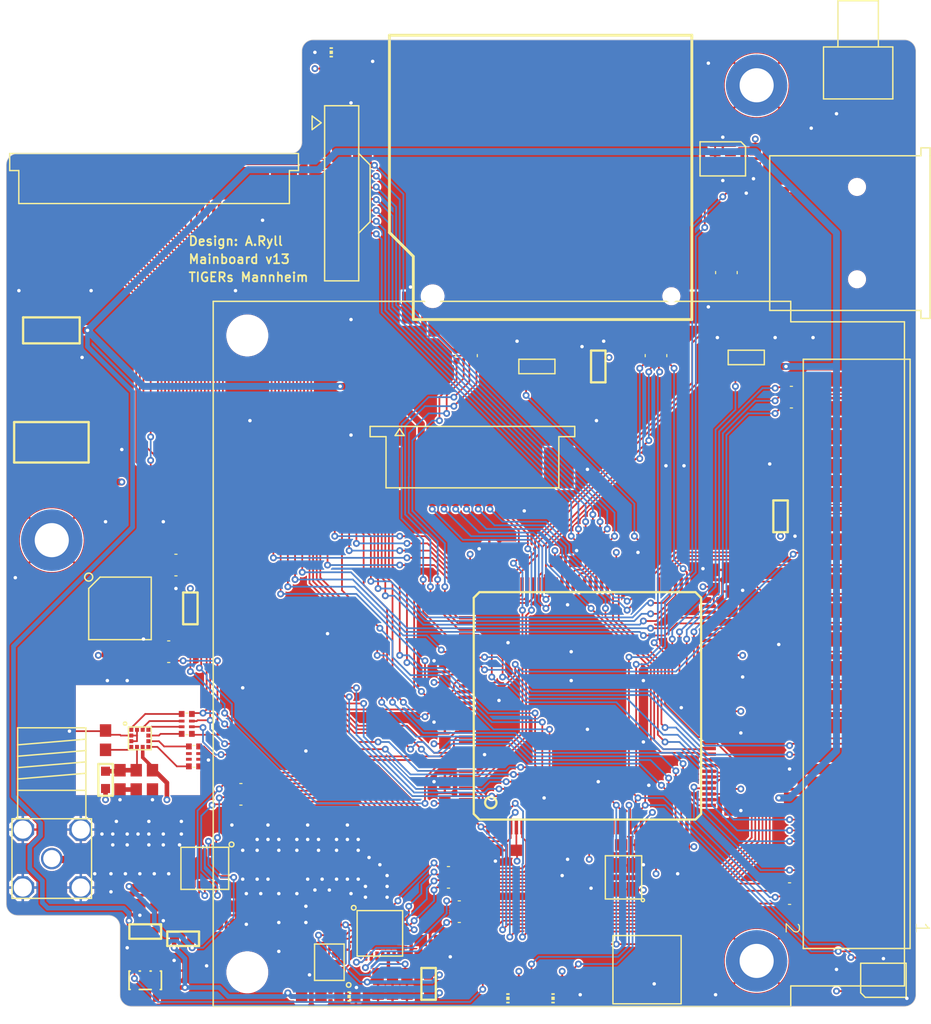
<source format=kicad_pcb>
(kicad_pcb (version 20241229) (generator "pcbnew") (generator_version "9.0")
  (layers (0 "F.Cu" signal) (4 "In1.Cu" signal) (6 "In2.Cu" signal) (2 "B.Cu" signal) (13 "F.Paste" user) (15 "B.Paste" user) (5 "F.SilkS" user "F.Silkscreen") (7 "B.SilkS" user "B.Silkscreen") (1 "F.Mask" user) (3 "B.Mask" user) (25 "Edge.Cuts" user))
  (net 0 "")
  (net 1 "+3V3")
  (net 2 "GND")
  (net 3 "+5V")
  (net 4 "Net-(ANT1-1)")
  (net 5 "Net-(IC1F-VCAP@1)")
  (net 6 "Net-(IC1F-VCAP@2)")
  (net 7 "Net-(IC3-VCC3.3)")
  (net 8 "Net-(IC2-IN)")
  (net 9 "Net-(IC7-REGOUT)")
  (net 10 "Net-(IC7-VDD)")
  (net 11 "Net-(IC8-C1)")
  (net 12 "Net-(IC8-VDD)")
  (net 13 "Net-(C33-Pad1)")
  (net 14 "Net-(C33-Pad2)")
  (net 15 "Net-(IC10-VBAT)")
  (net 16 "Net-(IC9-RFIN)")
  (net 17 "Net-(IC9-ANT1)")
  (net 18 "Net-(C39-Pad2)")
  (net 19 "Net-(IC10-RFIO)")
  (net 20 "Net-(IC10-DCC_FB)")
  (net 21 "Net-(IC9-CHL)")
  (net 22 "Net-(IC10-VR_PA)")
  (net 23 "Net-(IC11-VIN)")
  (net 24 "/WF-3V3")
  (net 25 "Net-(IC12-IN)")
  (net 26 "Net-(IC12-SET)")
  (net 27 "/LED2")
  (net 30 "/JTAG-RESV3")
  (net 31 "/JTAG-RESV2")
  (net 32 "/LED1")
  (net 34 "Net-(IC1J-OSC_IN)")
  (net 35 "/JTAG-RESV1")
  (net 36 "Net-(IC2-OUT)")
  (net 38 "Net-(IC3-TP_DOUT)")
  (net 39 "Net-(IC3-TP_DIN)")
  (net 40 "Net-(IC3-LCD_ON)")
  (net 41 "Net-(IC3-TP_IRQ)")
  (net 42 "Net-(IC3-RESET)")
  (net 44 "Net-(IC3-TP_CS)")
  (net 45 "Net-(IC3-TP_CLK)")
  (net 46 "Net-(IC6-OUT)")
  (net 48 "Net-(IC7-SDA{slash}SDI)")
  (net 49 "Net-(IC7-SCL{slash}SCLK)")
  (net 50 "Net-(IC7-INT)")
  (net 51 "Net-(IC7-AD0{slash}SDO)")
  (net 52 "Net-(IC7-~{CS})")
  (net 53 "Net-(IC8-SA1{slash}MISO)")
  (net 54 "Net-(IC8-DRDY)")
  (net 55 "Net-(IC8-SDA{slash}MOSI)")
  (net 56 "Net-(IC8-INT)")
  (net 57 "Net-(IC8-SCL{slash}SCLK)")
  (net 58 "Net-(IC8-~{CS})")
  (net 60 "/CTX")
  (net 61 "/CPS")
  (net 62 "/CRX")
  (net 63 "Net-(IC10-MISO)")
  (net 64 "Net-(IC10-SCK)")
  (net 65 "Net-(IC10-~{CS})")
  (net 67 "Net-(IC10-BUSY)")
  (net 68 "Net-(IC10-XTA)")
  (net 71 "Net-(IC10-MOSI)")
  (net 72 "Net-(IC10-XTB)")
  (net 73 "Net-(IC10-DIO1)")
  (net 76 "Net-(LED1-PadA)")
  (net 77 "Net-(LED2-PadA)")
  (net 78 "Net-(LED3-PadA)")
  (net 79 "Net-(LED4-PadA)")
  (net 80 "/BTN")
  (net 81 "Net-(RN2D-2)")
  (net 82 "Net-(RN2B-2)")
  (net 83 "Net-(RN2A-2)")
  (net 84 "Net-(RN2C-2)")
  (net 85 "Net-(RN3D-2)")
  (net 86 "Net-(RN3B-2)")
  (net 87 "Net-(RN3A-2)")
  (net 88 "Net-(RN3C-2)")
  (net 90 "Net-(RN5D-2)")
  (net 91 "Net-(RN5A-2)")
  (net 99 "/SRST")
  (net 100 "/FMC-D11")
  (net 101 "/MAG-CS")
  (net 102 "/UART4-RX")
  (net 103 "/SWCLK")
  (net 104 "/SPI4-SCK")
  (net 105 "/KILL")
  (net 106 "/SMB-RST")
  (net 107 "/FMC-D2")
  (net 108 "/OTG-FS-DM")
  (net 109 "/FMC-NOE")
  (net 110 "/KICK-ERR")
  (net 111 "/IDD1")
  (net 112 "/UART7-TX")
  (net 113 "/SPI2-SCK")
  (net 114 "/USART3-TX")
  (net 115 "/USART3-RX")
  (net 116 "/SMB-ALRT")
  (net 117 "/IDD5")
  (net 118 "/FMC-D5")
  (net 119 "/MAG-INT")
  (net 120 "/IDD6")
  (net 121 "/USB-ATT")
  (net 122 "/SDMMC1-CK")
  (net 123 "/FMC-D4")
  (net 124 "/SPI2-MISO")
  (net 125 "/TIM3-CH4")
  (net 126 "/FMC-D6")
  (net 127 "/FMC-D7")
  (net 128 "/SPI4-MISO")
  (net 129 "/OTG-FS-DP")
  (net 130 "/FMC-D14")
  (net 131 "/TIM3-CH3")
  (net 132 "/UART7-RX")
  (net 133 "/TIM14-CH1")
  (net 134 "/SDMMC1-D1")
  (net 135 "/SPI1-MISO")
  (net 136 "/SD-CD")
  (net 137 "/TIM4-CH1")
  (net 138 "/UART8-RX")
  (net 139 "/TP-IRQ")
  (net 140 "/SMB-SCL")
  (net 141 "/FMC-D3")
  (net 142 "/USART2-TX")
  (net 143 "/FMC-D1")
  (net 144 "/FMC-D8")
  (net 145 "/USART1-TX")
  (net 146 "/SMB-SDA")
  (net 147 "/WF-CPS")
  (net 148 "/LCD-ON")
  (net 149 "/FMC-NWE")
  (net 150 "/USB-EN")
  (net 151 "/UART8-TX")
  (net 152 "/DFSDM-DATIN0")
  (net 153 "/PDN")
  (net 154 "/LCD-RESET")
  (net 155 "/WF-ON")
  (net 156 "/FMC-D15")
  (net 157 "/IMU-CS")
  (net 158 "/IDD0")
  (net 159 "/SDMMC1-D3")
  (net 160 "/SWDIO")
  (net 161 "/SDMMC1-CMD")
  (net 162 "/USART6-TX")
  (net 163 "/USART2-RX")
  (net 164 "/UART5-RX")
  (net 165 "/IDD3")
  (net 166 "/TIM1-CH1")
  (net 167 "/FMC-D0")
  (net 168 "/SD-PWR")
  (net 169 "/FMC-D9")
  (net 170 "/WF-BUSY")
  (net 171 "/WF-CS")
  (net 172 "/USART1-RX")
  (net 173 "/SPI4-MOSI")
  (net 174 "/USART6-RX")
  (net 175 "/KICK-CHG")
  (net 176 "/FMC-D10")
  (net 177 "/IDD2")
  (net 178 "/FMC-NE1")
  (net 179 "/SPI2-MOSI")
  (net 180 "/UART5-TX")
  (net 181 "/IMU-INT")
  (net 182 "/WF-IRQ")
  (net 183 "/WF-CTX")
  (net 184 "/TIM3-CH1")
  (net 185 "/IDD4")
  (net 186 "/DFSDM-CKOUT")
  (net 187 "/WF-CRX")
  (net 188 "/KICK-CS")
  (net 189 "/TP-CS")
  (net 190 "/TIM3-CH2")
  (net 191 "/TIM4-CH2")
  (net 192 "/SPI1-SCK")
  (net 193 "/FMC-D13")
  (net 194 "/FMC-A7")
  (net 195 "/SD-WP")
  (net 196 "/SPI1-MOSI")
  (net 197 "/TIM4-CH3")
  (net 198 "/TIM13-CH1")
  (net 199 "/TIM4-CH4")
  (net 200 "/UART4-TX")
  (net 201 "/FMC-D12")
  (net 202 "/MAG-DRDY")
  (net 203 "/SDMMC1-D0")
  (net 204 "/SDMMC1-D2")
  (footprint "Mainboard v13:EXB28V_342" (layer "F.Cu") (at 148.9811 90.2786)
    (property "Reference" "RN3")
    (property "Value" "100" (hide yes))
  )
  (footprint "Mainboard v13:C0402_334" (layer "F.Cu") (at 120.0886 133.93485 90)
    (property "Reference" "C43")
    (property "Value" "0p6" (hide yes))
  )
  (footprint "Mainboard v13:OSCI-ASE" (layer "F.Cu") (at 162.79235 136.15735 90)
    (property "Reference" "Q1")
    (property "Value" "ASE-4.000MHZ-LC-T" (hide yes))
  )
  (footprint "Mainboard v13:TE-1-84952-0" (layer "F.Cu") (at 149.5011 96.5036)
    (property "Reference" "LEDS1")
    (property "Value" "TE-FPC-1MM-10H" (hide yes))
  )
  (footprint "Mainboard v13:C0402_334" (layer "F.Cu") (at 131.5186 134.4111 90)
    (property "Reference" "C42")
    (property "Value" "NA" (hide yes))
  )
  (footprint "Mainboard v13:L1206" (layer "F.Cu") (at 112.4686 88.0561 180)
    (property "Reference" "L8")
    (property "Value" "470R" (hide yes))
  )
  (footprint "Mainboard v13:CRYSTAL-7M" (layer "F.Cu") (at 136.9161 143.6186 90)
    (property "Reference" "Q2")
    (property "Value" "FL520WFMT1" (hide yes))
  )
  (footprint "Mainboard v13:HCLGA4" (layer "F.Cu") (at 171.5236 72.97485 90)
    (property "Reference" "IC5")
    (property "Value" "MP34DT05" (hide yes))
  )
  (footprint "Mainboard v13:CHIP-LED0603_259" (layer "F.Cu") (at 137.2336 63.6086 90)
    (property "Reference" "LED4")
    (property "Value" "gr" (hide yes))
  )
  (footprint "Mainboard v13:EXB28V_342" (layer "F.Cu") (at 177.5561 93.92985 90)
    (property "Reference" "RN4")
    (property "Value" "100" (hide yes))
  )
  (footprint "Mainboard v13:C0603_334" (layer "F.Cu") (at 174.3811 72.97485 -90)
    (property "Reference" "C23")
    (property "Value" "10u" (hide yes))
  )
  (footprint "Mainboard v13:LT24" (layer "F.Cu") (at 183.3011 116.5036 -90)
    (property "Reference" "IC3")
    (property "Value" "LT24" (hide yes))
  )
  (footprint "Mainboard v13:C0603_334" (layer "F.Cu") (at 122.15235 112.5036 90)
    (property "Reference" "C27")
    (property "Value" "100n" (hide yes))
  )
  (footprint "Mainboard v13:SDCARD" (layer "F.Cu") (at 155.5011 87.1036 180)
    (property "Reference" "SD1")
    (property "Value" "SDCARD" (hide yes))
  )
  (footprint "Mainboard v13:C0603_334" (layer "F.Cu") (at 158.8236 133.61735 180)
    (property "Reference" "C6")
    (property "Value" "100n" (hide yes))
  )
  (footprint "Mainboard v13:C0603_334" (layer "F.Cu") (at 177.39735 128.3786 90)
    (property "Reference" "C18")
    (property "Value" "100n" (hide yes))
  )
  (footprint "Mainboard v13:C0603_334" (layer "F.Cu") (at 127.86735 140.28485)
    (property "Reference" "C51")
    (property "Value" "100n" (hide yes))
  )
  (footprint "Mainboard v13:C0603_334" (layer "F.Cu") (at 119.1361 117.10735 -90)
    (property "Reference" "C25")
    (property "Value" "10u" (hide yes))
  )
  (footprint "Mainboard v13:L0603" (layer "F.Cu") (at 117.2311 127.58485 -90)
    (property "Reference" "L4")
    (property "Value" "120R" (hide yes))
  )
  (footprint "Mainboard v13:C0603_334" (layer "F.Cu") (at 147.0761 123.45735 90)
    (property "Reference" "C8")
    (property "Value" "100n" (hide yes))
  )
  (footprint "Mainboard v13:R0603_334" (layer "F.Cu") (at 137.39235 65.03735 180)
    (property "Reference" "R10")
    (property "Value" "1k" (hide yes))
  )
  (footprint "Mainboard v13:C0603_334" (layer "F.Cu") (at 163.10985 108.53485)
    (property "Reference" "C15")
    (property "Value" "100n" (hide yes))
  )
  (footprint "Mainboard v13:C0603_334" (layer "F.Cu") (at 172.1586 129.3311 -90)
    (property "Reference" "C10")
    (property "Value" "100n" (hide yes))
  )
  (footprint "Mainboard v13:C0603_334" (layer "F.Cu") (at 163.42735 133.29985)
    (property "Reference" "C2")
    (property "Value" "100n" (hide yes))
  )
  (footprint "Mainboard v13:TE-1734248-8" (layer "F.Cu") (at 138.0011 76.0036 90)
    (property "Reference" "IDD1")
    (property "Value" "TE-FPC-1MM-8V" (hide yes))
  )
  (footprint "Mainboard v13:R0603_334" (layer "F.Cu") (at 152.63235 91.2311 90)
    (property "Reference" "R3")
    (property "Value" "10k" (hide yes))
  )
  (footprint "Mainboard v13:USBA-TE" (layer "F.Cu") (at 175.6511 79.5036 90)
    (property "Reference" "USB1")
    (property "Value" "USBATE" (hide yes))
  )
  (footprint "Mainboard v13:C0603_334" (layer "F.Cu") (at 145.8061 143.14235)
    (property "Reference" "C36")
    (property "Value" "100n" (hide yes))
  )
  (footprint "Mainboard v13:R0603_334" (layer "F.Cu") (at 171.04735 90.43735 -90)
    (property "Reference" "R4")
    (property "Value" "10k" (hide yes))
  )
  (footprint "Mainboard v13:C0603_334" (layer "F.Cu") (at 147.0761 118.05985 90)
    (property "Reference" "C11")
    (property "Value" "100n" (hide yes))
  )
  (footprint "Mainboard v13:EXB28V_342" (layer "F.Cu") (at 147.3936 136.15735 90)
    (property "Reference" "RN9")
    (property "Value" "100" (hide yes))
  )
  (footprint "Mainboard v13:EXB28V_342" (layer "F.Cu") (at 124.37485 122.6636 90)
    (property "Reference" "RN7")
    (property "Value" "100" (hide yes))
  )
  (footprint "Mainboard v13:R0603_334" (layer "F.Cu") (at 156.44235 145.36485)
    (property "Reference" "R2")
    (property "Value" "1k" (hide yes))
  )
  (footprint "Mainboard v13:C0603_334" (layer "F.Cu") (at 157.71235 91.2311 90)
    (property "Reference" "C21")
    (property "Value" "100n" (hide yes))
  )
  (footprint "Mainboard v13:C0603_334" (layer "F.Cu") (at 172.31735 117.5836 -90)
    (property "Reference" "C9")
    (property "Value" "100n" (hide yes))
  )
  (footprint "Mainboard v13:C0603_334" (layer "F.Cu") (at 117.2311 124.09235 90)
    (property "Reference" "C29")
    (property "Value" "100n" (hide yes))
  )
  (footprint "Mainboard v13:C0603_334" (layer "F.Cu") (at 150.2511 108.6936)
    (property "Reference" "C17")
    (property "Value" "100n" (hide yes))
  )
  (footprint "Mainboard v13:C0603_334" (layer "F.Cu") (at 147.0761 128.6961 90)
    (property "Reference" "C7")
    (property "Value" "100n" (hide yes))
  )
  (footprint "Mainboard v13:L0603" (layer "F.Cu") (at 145.64735 145.5236 90)
    (property "Reference" "L5")
    (property "Value" "120R" (hide yes))
  )
  (footprint "Mainboard v13:C0603_334" (layer "F.Cu") (at 119.92985 127.58485 -90)
    (property "Reference" "C31")
    (property "Value" "100n" (hide yes))
  )
  (footprint "Mainboard v13:C0603_334" (layer "F.Cu") (at 124.05735 138.5386 180)
    (property "Reference" "C50")
    (property "Value" "1n" (hide yes))
  )
  (footprint "Mainboard v13:ANT-SMA-RA" (layer "F.Cu") (at 112.5011 134.5036 180)
    (property "Reference" "ANT1")
    (property "Value" "ANT-SMARA" (hide yes))
  )
  (footprint "Mainboard v13:C0402_334" (layer "F.Cu") (at 133.26485 136.3161 180)
    (property "Reference" "C33")
    (property "Value" "0p5" (hide yes))
  )
  (footprint "Mainboard v13:SMCM-22" (layer "F.Cu") (at 125.96235 135.3636 -90)
    (property "Reference" "IC9")
    (property "Value" "SKY66112" (hide yes))
  )
  (footprint "Mainboard v13:C0402_334" (layer "F.Cu") (at 138.5036 134.4111 90)
    (property "Reference" "C40")
    (property "Value" "0p8" (hide yes))
  )
  (footprint "Mainboard v13:C0603_334" (layer "F.Cu") (at 172.1586 122.50485 -90)
    (property "Reference" "C13")
    (property "Value" "100n" (hide yes))
  )
  (footprint "Mainboard v13:CHIP-LED0603_259" (layer "F.Cu") (at 156.44235 146.7936 -90)
    (property "Reference" "LED2")
    (property "Value" "rd" (hide yes))
  )
  (footprint "Mainboard v13:R0402_334" (layer "F.Cu") (at 136.75735 135.0461 180)
    (property "Reference" "R6")
    (property "Value" "3n" (hide yes))
  )
  (footprint "Mainboard v13:C0603_334" (layer "F.Cu") (at 151.8386 107.26485 180)
    (property "Reference" "C5")
    (property "Value" "10u" (hide yes))
  )
  (footprint "Mainboard v13:C0603_334" (layer "F.Cu") (at 112.4686 92.5011)
    (property "Reference" "C57")
    (property "Value" "100n" (hide yes))
  )
  (footprint "Mainboard v13:TE-4-1734592-0" (layer "F.Cu") (at 121.5011 72.5036)
    (property "Reference" "PWR1")
    (property "Value" "4-1734742-0" (hide yes))
  )
  (footprint "Mainboard v13:C0603_334" (layer "F.Cu") (at 123.2636 145.2061 90)
    (property "Reference" "C55")
    (property "Value" "10u" (hide yes))
  )
  (footprint "Mainboard v13:SOT23-5L" (layer "F.Cu") (at 120.7236 145.2061 180)
    (property "Reference" "IC11")
    (property "Value" "LP5907MFX-3.3" (hide yes))
  )
  (footprint "Mainboard v13:C0603_334" (layer "F.Cu") (at 145.8061 141.7136)
    (property "Reference" "C37")
    (property "Value" "1n" (hide yes))
  )
  (footprint "Mainboard v13:C0603_334" (layer "F.Cu") (at 143.74235 145.5236 -90)
    (property "Reference" "C45")
    (property "Value" "1u" (hide yes))
  )
  (footprint "Mainboard v13:C0603_334" (layer "F.Cu") (at 159.1411 91.2311 90)
    (property "Reference" "C20")
    (property "Value" "10u" (hide yes))
  )
  (footprint "Mainboard v13:C0603_334" (layer "F.Cu") (at 118.1836 95.51735 -90)
    (property "Reference" "C59")
    (property "Value" "100n" (hide yes))
  )
  (footprint "Mainboard v13:C0603_334" (layer "F.Cu") (at 177.8736 104.40735 -90)
    (property "Reference" "C19")
    (property "Value" "100n" (hide yes))
  )
  (footprint "Mainboard v13:EXB28V_342" (layer "F.Cu") (at 122.78735 116.3136 90)
    (property "Reference" "RN12")
    (property "Value" "100" (hide yes))
  )
  (footprint "Mainboard v13:SOT23-5" (layer "F.Cu") (at 173.58735 90.43735 -90)
    (property "Reference" "IC6")
    (property "Value" "STMPS2151STR" (hide yes))
  )
  (footprint "Mainboard v13:C0603_334" (layer "F.Cu") (at 142.47235 145.5236 -90)
    (property "Reference" "C35")
    (property "Value" "1n" (hide yes))
  )
  (footprint "Mainboard v13:C0603_334" (layer "F.Cu") (at 124.05735 139.96735 180)
    (property "Reference" "C49")
    (property "Value" "100n" (hide yes))
  )
  (footprint "Mainboard v13:R0603_334" (layer "F.Cu") (at 135.3286 146.63485 180)
    (property "Reference" "R9")
    (property "Value" "1k" (hide yes))
  )
  (footprint "Mainboard v13:L0603" (layer "F.Cu") (at 160.56985 91.2311 90)
    (property "Reference" "L2")
    (property "Value" "120R" (hide yes))
  )
  (footprint "Mainboard v13:EXB28V_342" (layer "F.Cu") (at 123.42235 108.6936 90)
    (property "Reference" "RN6")
    (property "Value" "100" (hide yes))
  )
  (footprint "Mainboard v13:C0603_334" (layer "F.Cu") (at 136.5986 140.1261 180)
    (property "Reference" "C46")
    (property "Value" "10n" (hide yes))
  )
  (footprint "Mainboard v13:CHIP-LED0603_259" (layer "F.Cu") (at 152.4736 146.7936 -90)
    (property "Reference" "LED1")
    (property "Value" "gr" (hide yes))
  )
  (footprint "Mainboard v13:C0603_334" (layer "F.Cu") (at 176.12735 90.43735 90)
    (property "Reference" "C24")
    (property "Value" "100n" (hide yes))
  )
  (footprint "Mainboard v13:C0402_334" (layer "F.Cu") (at 129.77235 135.0461 180)
    (property "Reference" "C38")
    (property "Value" "100p" (hide yes))
  )
  (footprint "Mainboard v13:C0603_334" (layer "F.Cu") (at 172.31735 111.8686 90)
    (property "Reference" "C4")
    (property "Value" "10u" (hide yes))
  )
  (footprint "Mainboard v13:C0603_334" (layer "F.Cu") (at 121.6761 137.74485 -90)
    (property "Reference" "C48")
    (property "Value" "1n" (hide yes))
  )
  (footprint "Mainboard v13:C0603_334" (layer "F.Cu") (at 152.4736 133.7761 180)
    (property "Reference" "C3")
    (property "Value" "100n" (hide yes))
  )
  (footprint "Mainboard v13:C0603_334" (layer "F.Cu") (at 118.5011 127.58485 -90)
    (property "Reference" "C32")
    (property "Value" "10u" (hide yes))
  )
  (footprint "Mainboard v13:EXB28V_342" (layer "F.Cu") (at 125.00985 125.5211 90)
    (property "Reference" "RN8")
    (property "Value" "100" (hide yes))
  )
  (footprint "Mainboard v13:EXB28V_342" (layer "F.Cu") (at 148.3461 139.1736 90)
    (property "Reference" "RN10")
    (property "Value" "100" (hide yes))
  )
  (footprint "Mainboard v13:C0402_334" (layer "F.Cu") (at 121.9936 134.56985 180)
    (property "Reference" "C39")
    (property "Value" "47p" (hide yes))
  )
  (footprint "Mainboard v13:R0402_334" (layer "F.Cu") (at 133.26485 135.0461 180)
    (property "Reference" "R7")
    (property "Value" "2n7" (hide yes))
  )
  (footprint "Mainboard v13:L0603" (layer "F.Cu") (at 120.7236 140.91985 180)
    (property "Reference" "L7")
    (property "Value" "120R" (hide yes))
  )
  (footprint "Mainboard v13:QFN24-4X4-P" (layer "F.Cu") (at 118.5011 112.5036)
    (property "Reference" "IC7")
    (property "Value" "ICM-20689" (hide yes))
  )
  (footprint "Mainboard v13:C0603_334" (layer "F.Cu") (at 157.71235 108.3761)
    (property "Reference" "C14")
    (property "Value" "100n" (hide yes))
  )
  (footprint "Mainboard v13:C0603_334" (layer "F.Cu") (at 117.38985 117.10735 -90)
    (property "Reference" "C26")
    (property "Value" "100n" (hide yes))
  )
  (footprint "Mainboard v13:C0603_334" (layer "F.Cu") (at 136.5986 138.69735 180)
    (property "Reference" "C53")
    (property "Value" "10n" (hide yes))
  )
  (footprint "Mainboard v13:HCLGA4" (layer "F.Cu") (at 185.65235 145.2061 -90)
    (property "Reference" "IC4")
    (property "Value" "MP34DT05" (hide yes))
  )
  (footprint "Mainboard v13:C0603_334" (layer "F.Cu") (at 120.7236 142.3486 180)
    (property "Reference" "C54")
    (property "Value" "10u" (hide yes))
  )
  (footprint "Mainboard v13:C0603_334" (layer "F.Cu") (at 123.42235 112.5036 90)
    (property "Reference" "C28")
    (property "Value" "10u" (hide yes))
  )
  (footprint "Mainboard v13:BUTTON4" (layer "F.Cu") (at 169.45985 146.4761 90)
    (property "Reference" "SW1")
    (property "Value" "Reset" (hide yes))
  )
  (footprint "Mainboard v13:QFN24L" (layer "F.Cu") (at 141.3611 141.0786)
    (property "Reference" "IC10")
    (property "Value" "SX1280" (hide yes))
  )
  (footprint "Mainboard v13:KT11" (layer "F.Cu") (at 183.42985 63.13235 -90)
    (property "Reference" "SW2")
    (property "Value" "Power" (hide yes))
  )
  (footprint "Mainboard v13:C0402_334" (layer "F.Cu") (at 135.0111 134.4111 90)
    (property "Reference" "C41")
    (property "Value" "1p5" (hide yes))
  )
  (footprint "Mainboard v13:C0402_334" (layer "F.Cu") (at 116.9136 133.93485 90)
    (property "Reference" "C44")
    (property "Value" "NA" (hide yes))
  )
  (footprint "Mainboard v13:SOT223" (layer "F.Cu") (at 112.4686 97.8986 180)
    (property "Reference" "IC12")
    (property "Value" "LT3080ST" (hide yes))
  )
  (footprint "Mainboard v13:L0603" (layer "F.Cu") (at 176.6036 104.40735 -90)
    (property "Reference" "L1")
    (property "Value" "120R" (hide yes))
  )
  (footprint "Mainboard v13:EXB28V_342" (layer "F.Cu") (at 165.64985 90.2786)
    (property "Reference" "RN2")
    (property "Value" "100" (hide yes))
  )
  (footprint "Mainboard v13:L0603" (layer "F.Cu") (at 124.69235 112.5036 90)
    (property "Reference" "L3")
    (property "Value" "120R" (hide yes))
  )
  (footprint "Mainboard v13:CHIP-LED0603_259" (layer "F.Cu") (at 138.5036 146.63485 -90)
    (property "Reference" "LED3")
    (property "Value" "gr" (hide yes))
  )
  (footprint "Mainboard v13:R0603_334" (layer "F.Cu") (at 152.63235 145.36485)
    (property "Reference" "R1")
    (property "Value" "1k" (hide yes))
  )
  (footprint "Mainboard v13:C0603_334" (layer "F.Cu") (at 170.72985 109.9636 90)
    (property "Reference" "C12")
    (property "Value" "100n" (hide yes))
  )
  (footprint "Mainboard v13:EXB28V_342" (layer "F.Cu") (at 129.13735 128.85485 90)
    (property "Reference" "RN11")
    (property "Value" "100" (hide yes))
  )
  (footprint "Mainboard v13:C0603_334" (layer "F.Cu") (at 141.20235 145.5236 -90)
    (property "Reference" "C34")
    (property "Value" "100n" (hide yes))
  )
  (footprint "Mainboard v13:EXB28V_342" (layer "F.Cu") (at 177.39735 137.5861 90)
    (property "Reference" "RN1")
    (property "Value" "100" (hide yes))
  )
  (footprint "Mainboard v13:R0402_334" (layer "F.Cu") (at 118.5011 134.56985 180)
    (property "Reference" "R8")
    (property "Value" "3n9" (hide yes))
  )
  (footprint "Mainboard v13:C0603_334" (layer "F.Cu") (at 182.47735 145.2061 90)
    (property "Reference" "C22")
    (property "Value" "10u" (hide yes))
  )
  (footprint "Mainboard v13:C0603_334" (layer "F.Cu") (at 167.23735 133.4586 180)
    (property "Reference" "C1")
    (property "Value" "100n" (hide yes))
  )
  (footprint "Mainboard v13:C0603_334" (layer "F.Cu") (at 127.86735 138.69735)
    (property "Reference" "C52")
    (property "Value" "1n" (hide yes))
  )
  (footprint "Mainboard v13:C0603_334" (layer "F.Cu") (at 121.3586 127.58485 -90)
    (property "Reference" "C30")
    (property "Value" "100n" (hide yes))
  )
  (footprint "Mainboard v13:R0603_334" (layer "F.Cu") (at 116.75485 95.51735 90)
    (property "Reference" "R11")
    (property "Value" "330k" (hide yes))
  )
  (footprint "Mainboard v13:L0603" (layer "F.Cu") (at 124.05735 141.55485)
    (property "Reference" "L6")
    (property "Value" "120R" (hide yes))
  )
  (footprint "Mainboard v13:C1206_334" (layer "F.Cu") (at 112.4686 90.43735)
    (property "Reference" "C56")
    (property "Value" "33u" (hide yes))
  )
  (footprint "Mainboard v13:LQFP144-ST" (layer "F.Cu") (at 159.61735 121.0761)
    (property "Reference" "IC1")
    (property "Value" "STM32H743ZST" (hide yes))
  )
  (footprint "Mainboard v13:C1206_334" (layer "F.Cu") (at 117.38985 99.96235 90)
    (property "Reference" "C58")
    (property "Value" "33u" (hide yes))
  )
  (footprint "Mainboard v13:EXB28V_342" (layer "F.Cu") (at 171.8411 82.9761)
    (property "Reference" "RN5")
    (property "Value" "100" (hide yes))
  )
  (footprint "Mainboard v13:VFLGA-12" (layer "F.Cu") (at 120.24735 123.9336)
    (property "Reference" "IC8")
    (property "Value" "LIS3MDL" (hide yes))
  )
  (footprint "Mainboard v13:SOT23-5" (layer "F.Cu") (at 155.17235 91.2311 -90)
    (property "Reference" "IC2")
    (property "Value" "STMPS2151STR" (hide yes))
  )
  (footprint "Mainboard v13:C0603_334" (layer "F.Cu") (at 166.60235 134.88735)
    (property "Reference" "C16")
    (property "Value" "100n" (hide yes))
  )
  (footprint "Mainboard v13:C0603_334" (layer "F.Cu") (at 120.24735 137.74485 -90)
    (property "Reference" "C47")
    (property "Value" "100n" (hide yes))
  )
  (footprint "Mainboard v13:5,4_3,0" (layer "B.Cu") (at 112.5011 106.5036 180)
    (property "Reference" "PAD3" (hide yes))
    (property "Value" "WIREPAD5,4/3,0" (hide yes))
  )
  (footprint "Mainboard v13:5,4_3,0" (layer "B.Cu") (at 174.5011 66.5036 180)
    (property "Reference" "PAD1" (hide yes))
    (property "Value" "WIREPAD5,4/3,0" (hide yes))
  )
  (footprint "Mainboard v13:5,4_3,0" (layer "B.Cu") (at 174.5011 143.5036 180)
    (property "Reference" "PAD2" (hide yes))
    (property "Value" "WIREPAD5,4/3,0" (hide yes))
  )
  (gr_arc (start 188.5011 146.5036) (mid 188.208207 147.210707) (end 187.5011 147.5036) (stroke (width 0.05)) (layer "Edge.Cuts"))
  (gr_arc (start 109.5011 139.5036) (mid 108.793993 139.210707) (end 108.5011 138.5036) (stroke (width 0.05)) (layer "Edge.Cuts"))
  (gr_arc (start 134.5011 63.5036) (mid 134.793993 62.796493) (end 135.5011 62.5036) (stroke (width 0.05)) (layer "Edge.Cuts"))
  (gr_line (start 108.5011 73.5036) (end 108.5011 138.5036) (stroke (width 0.05)) (layer "Edge.Cuts"))
  (gr_arc (start 119.5011 147.5036) (mid 118.793993 147.210707) (end 118.5011 146.5036) (stroke (width 0.05)) (layer "Edge.Cuts"))
  (gr_line (start 119.5011 147.5036) (end 187.5011 147.5036) (stroke (width 0.05)) (layer "Edge.Cuts"))
  (gr_line (start 188.5011 146.5036) (end 188.5011 63.5036) (stroke (width 0.05)) (layer "Edge.Cuts"))
  (gr_line (start 133.5011 72.5036) (end 109.5011 72.5036) (stroke (width 0.05)) (layer "Edge.Cuts"))
  (gr_line (start 109.5011 139.5036) (end 117.5011 139.5036) (stroke (width 0.05)) (layer "Edge.Cuts"))
  (gr_line (start 134.5011 71.5036) (end 134.5011 63.5036) (stroke (width 0.05)) (layer "Edge.Cuts"))
  (gr_arc (start 187.5011 62.5036) (mid 188.208207 62.796493) (end 188.5011 63.5036) (stroke (width 0.05)) (layer "Edge.Cuts"))
  (gr_arc (start 108.5011 73.5036) (mid 108.793993 72.796493) (end 109.5011 72.5036) (stroke (width 0.05)) (layer "Edge.Cuts"))
  (gr_line (start 187.5011 62.5036) (end 135.5011 62.5036) (stroke (width 0.05)) (layer "Edge.Cuts"))
  (gr_arc (start 134.5011 71.5036) (mid 134.208207 72.210707) (end 133.5011 72.5036) (stroke (width 0.05)) (layer "Edge.Cuts"))
  (gr_line (start 118.5011 140.5036) (end 118.5011 146.5036) (stroke (width 0.05)) (layer "Edge.Cuts"))
  (gr_arc (start 117.5011 139.5036) (mid 118.208207 139.796493) (end 118.5011 140.5036) (stroke (width 0.05)) (layer "Edge.Cuts"))
  (gr_text "Mainboard v13" (at 124.45 82.2625 0) (layer "F.SilkS") (effects (font (size 0.8 0.8) (thickness 0.15) (bold yes)) (justify left bottom)))
  (gr_text "TIGERs Mannheim" (at 124.45 83.85 0) (layer "F.SilkS") (effects (font (size 0.8 0.8) (thickness 0.15) (bold yes)) (justify left bottom)))
  (gr_text "Design: A.Ryll" (at 124.45 80.675 0) (layer "F.SilkS") (effects (font (size 0.8 0.8) (thickness 0.15) (bold yes)) (justify left bottom)))
  (segment (start 122.6286 127.8461) (end 121.51735 126.73485) (width 0.4064) (layer "F.Cu") (net 1))
  (segment (start 147.0761 124.30735) (end 146.9736 124.40985) (width 0.1524) (layer "F.Cu") (net 1))
  (segment (start 121.3586 126.4736) (end 121.3586 126.73485) (width 0.3048) (layer "F.Cu") (net 1))
  (segment (start 171.8136 128.8261) (end 172.1586 128.4811) (width 0.1524) (layer "F.Cu") (net 1))
  (segment (start 148.99235 129.3261) (end 147.2961 129.3261) (width 0.1524) (layer "F.Cu") (net 1))
  (segment (start 170.72985 110.5986) (end 170.72985 110.8136) (width 0.1524) (layer "F.Cu") (net 1))
  (segment (start 186.32735 145.6311) (end 184.97735 145.6311) (width 0.1524) (layer "F.Cu") (net 1))
  (segment (start 159.7761 133.71985) (end 159.7761 134.56985) (width 0.1524) (layer "F.Cu") (net 1))
  (segment (start 172.41985 116.6311) (end 173.26985 116.6311) (width 0.1524) (layer "F.Cu") (net 1))
  (segment (start 174.2786 72.02235) (end 174.3811 72.12485) (width 0.1524) (layer "F.Cu") (net 1))
  (segment (start 172.31735 116.7336) (end 172.41985 116.6311) (width 0.1524) (layer "F.Cu") (net 1))
  (segment (start 166.86735 131.7011) (end 166.86735 132.4536) (width 0.1524) (layer "F.Cu") (net 1))
  (segment (start 135.6461 65.03735) (end 136.54235 65.03735) (width 0.1524) (layer "F.Cu") (net 1))
  (segment (start 153.36735 133.73235) (end 153.3236 133.7761) (width 0.1524) (layer "F.Cu") (net 1))
  (segment (start 182.57985 146.1586) (end 182.47735 146.0561) (width 0.1524) (layer "F.Cu") (net 1))
  (segment (start 184.97735 145.6311) (end 184.7511 145.6311) (width 0.1524) (layer "F.Cu") (net 1))
  (segment (start 153.48235 145.36485) (end 153.58485 145.26235) (width 0.1524) (layer "F.Cu") (net 1))
  (segment (start 153.4261 134.7286) (end 153.4261 133.8786) (width 0.1524) (layer "F.Cu") (net 1))
  (segment (start 163.6786 137.2686) (end 164.5386 137.2686) (width 0.1524) (layer "F.Cu") (net 1))
  (segment (start 170.24235 128.8261) (end 171.8136 128.8261) (width 0.1524) (layer "F.Cu") (net 1))
  (segment (start 161.96735 137.20735) (end 163.61735 137.20735) (width 0.1524) (layer "F.Cu") (net 1))
  (segment (start 117.7511 114.99985) (end 117.38985 115.3611) (width 0.1524) (layer "F.Cu") (net 1))
  (segment (start 163.61735 137.20735) (end 163.6786 137.2686) (width 0.1524) (layer "F.Cu") (net 1))
  (segment (start 120.49735 125.61235) (end 121.3586 126.4736) (width 0.3048) (layer "F.Cu") (net 1))
  (segment (start 168.08735 133.4586) (end 168.9836 133.4586) (width 0.1524) (layer "F.Cu") (net 1))
  (segment (start 160.56985 90.4691) (end 160.6016 90.43735) (width 0.4064) (layer "F.Cu") (net 1))
  (segment (start 172.95235 72.02235) (end 174.2786 72.02235) (width 0.1524) (layer "F.Cu") (net 1))
  (segment (start 117.38985 101.36235) (end 117.4186 101.3911) (width 0.6096) (layer "F.Cu") (net 1))
  (segment (start 170.24235 122.3261) (end 171.48735 122.3261) (width 0.1524) (layer "F.Cu") (net 1))
  (segment (start 156.75985 107.4236) (end 156.75985 108.2736) (width 0.1524) (layer "F.Cu") (net 1))
  (segment (start 157.36735 108.8811) (end 156.96985 108.4836) (width 0.1524) (layer "F.Cu") (net 1))
  (segment (start 122.6286 127.8461) (end 122.6286 129.3311) (width 0.4064) (layer "F.Cu") (net 1))
  (segment (start 158.86735 132.8111) (end 159.6736 133.61735) (width 0.1524) (layer "F.Cu") (net 1))
  (segment (start 148.99235 118.3261) (end 147.65985 118.3261) (width 0.1524) (layer "F.Cu") (net 1))
  (segment (start 165.64985 134.98985) (end 165.64985 135.83985) (width 0.1524) (layer "F.Cu") (net 1))
  (segment (start 158.86735 131.7011) (end 158.86735 132.8111) (width 0.1524) (layer "F.Cu") (net 1))
  (segment (start 153.4261 133.8786) (end 153.3236 133.7761) (width 0.1524) (layer "F.Cu") (net 1))
  (segment (start 150.86735 110.15985) (end 150.86735 110.4511) (width 0.1524) (layer "F.Cu") (net 1))
  (segment (start 153.58485 145.26235) (end 153.58485 144.41235) (width 0.1524) (layer "F.Cu") (net 1))
  (segment (start 170.24235 117.3261) (end 171.72485 117.3261) (width 0.1524) (layer "F.Cu") (net 1))
  (segment (start 172.1586 121.65485) (end 172.2611 121.55235) (width 0.1524) (layer "F.Cu") (net 1))
  (segment (start 165.75235 134.88735) (end 165.64985 134.98985) (width 0.1524) (layer "F.Cu") (net 1))
  (segment (start 117.0251 100.9976) (end 117.38985 101.36235) (width 0.6096) (layer "F.Cu") (net 1))
  (segment (start 148.05735 123.3261) (end 147.0761 124.30735) (width 0.1524) (layer "F.Cu") (net 1))
  (segment (start 171.72485 117.3261) (end 172.31735 116.7336) (width 0.1524) (layer "F.Cu") (net 1))
  (segment (start 148.99235 129.8261) (end 148.99235 129.3261) (width 0.1524) (layer "F.Cu") (net 1))
  (segment (start 159.6736 133.61735) (end 159.7761 133.71985) (width 0.1524) (layer "F.Cu") (net 1))
  (segment (start 184.2236 146.1586) (end 182.57985 146.1586) (width 0.1524) (layer "F.Cu") (net 1))
  (segment (start 166.86735 132.4536) (end 167.87235 133.4586) (width 0.1524) (layer "F.Cu") (net 1))
  (segment (start 147.0761 118.90985) (end 146.9736 119.01235) (width 0.1524) (layer "F.Cu") (net 1))
  (segment (start 147.2961 129.3261) (end 147.0761 129.5461) (width 0.1524) (layer "F.Cu") (net 1))
  (segment (start 184.7511 145.6311) (end 184.2236 146.1586) (width 0.1524) (layer "F.Cu") (net 1))
  (segment (start 156.75985 108.2736) (end 156.96985 108.4836) (width 0.1524) (layer "F.Cu") (net 1))
  (segment (start 124.69235 111.7416) (end 124.69235 110.75735) (width 0.1524) (layer "F.Cu") (net 1))
  (segment (start 174.3811 71.91985) (end 174.2786 72.02235) (width 0.1524) (layer "F.Cu") (net 1))
  (segment (start 162.15735 108.43235) (end 162.25985 108.53485) (width 0.1524) (layer "F.Cu") (net 1))
  (segment (start 146.9736 119.01235) (end 146.1236 119.01235) (width 0.1524) (layer "F.Cu") (net 1))
  (segment (start 153.36735 131.7011) (end 153.36735 133.73235) (width 0.1524) (layer "F.Cu") (net 1))
  (segment (start 157.29235 145.36485) (end 157.39485 145.26235) (width 0.1524) (layer "F.Cu") (net 1))
  (segment (start 172.1586 128.4811) (end 172.2611 128.3786) (width 0.1524) (layer "F.Cu") (net 1))
  (segment (start 170.24235 112.3261) (end 170.72985 112.3261) (width 0.1524) (layer "F.Cu") (net 1))
  (segment (start 181.52485 146.1586) (end 182.37485 146.1586) (width 0.1524) (layer "F.Cu") (net 1))
  (segment (start 146.1236 129.6486) (end 146.9736 129.6486) (width 0.1524) (layer "F.Cu") (net 1))
  (segment (start 172.42485 72.54985) (end 172.95235 72.02235) (width 0.1524) (layer "F.Cu") (net 1))
  (segment (start 147.65985 118.3261) (end 147.0761 118.90985) (width 0.1524) (layer "F.Cu") (net 1))
  (segment (start 120.49735 125.61235) (end 120.49735 124.6836) (width 0.3048) (layer "F.Cu") (net 1))
  (segment (start 162.15735 107.58235) (end 162.15735 108.43235) (width 0.1524) (layer "F.Cu") (net 1))
  (segment (start 174.3811 71.2286) (end 174.3811 71.91985) (width 0.1524) (layer "F.Cu") (net 1))
  (segment (start 171.48735 122.3261) (end 172.1586 121.65485) (width 0.1524) (layer "F.Cu") (net 1))
  (segment (start 157.36735 108.8811) (end 157.36735 110.4511) (width 0.1524) (layer "F.Cu") (net 1))
  (segment (start 148.99235 123.3261) (end 148.05735 123.3261) (width 0.1524) (layer "F.Cu") (net 1))
  (segment (start 121.3586 126.73485) (end 121.51735 126.73485) (width 0.4064) (layer "F.Cu") (net 1))
  (segment (start 165.36735 131.7011) (end 165.36735 134.50235) (width 0.1524) (layer "F.Cu") (net 1))
  (segment (start 182.37485 146.1586) (end 182.47735 146.0561) (width 0.1524) (layer "F.Cu") (net 1))
  (segment (start 112.4686 100.9976) (end 117.0251 100.9976) (width 0.6096) (layer "F.Cu") (net 1))
  (segment (start 117.0161 116.6311) (end 116.5961 116.6311) (width 0.1524) (layer "F.Cu") (net 1))
  (segment (start 170.72985 112.3261) (end 170.72985 110.8136) (width 0.1524) (layer "F.Cu") (net 1))
  (segment (start 117.7511 114.5036) (end 117.7511 114.99985) (width 0.1524) (layer "F.Cu") (net 1))
  (segment (start 167.87235 133.4586) (end 168.08735 133.4586) (width 0.1524) (layer "F.Cu") (net 1))
  (segment (start 166.36735 131.7011) (end 166.86735 131.7011) (width 0.1524) (layer "F.Cu") (net 1))
  (segment (start 117.4186 101.3911) (end 118.65985 101.3911) (width 0.6096) (layer "F.Cu") (net 1))
  (segment (start 146.9736 129.6486) (end 147.0761 129.5461) (width 0.1524) (layer "F.Cu") (net 1))
  (segment (start 149.4011 108.6936) (end 150.86735 110.15985) (width 0.1524) (layer "F.Cu") (net 1))
  (segment (start 117.2311 128.34685) (end 117.2311 129.3311) (width 0.4064) (layer "F.Cu") (net 1))
  (segment (start 162.86735 109.14235) (end 162.25985 108.53485) (width 0.1524) (layer "F.Cu") (net 1))
  (segment (start 172.2611 128.3786) (end 173.1111 128.3786) (width 0.1524) (layer "F.Cu") (net 1))
  (segment (start 120.49735 125.15985) (end 120.49735 125.61235) (width 0.3048) (layer "F.Cu") (net 1))
  (segment (start 157.39485 145.26235) (end 157.39485 144.41235) (width 0.1524) (layer "F.Cu") (net 1))
  (segment (start 176.6036 106.1536) (end 176.6036 105.16935) (width 0.4064) (layer "F.Cu") (net 1))
  (segment (start 172.1986 72.54985) (end 172.42485 72.54985) (width 0.1524) (layer "F.Cu") (net 1))
  (segment (start 117.38985 116.25735) (end 117.0161 116.6311) (width 0.1524) (layer "F.Cu") (net 1))
  (segment (start 149.4011 108.6936) (end 149.2986 108.5911) (width 0.1524) (layer "F.Cu") (net 1))
  (segment (start 149.2986 108.5911) (end 149.2986 107.7411) (width 0.1524) (layer "F.Cu") (net 1))
  (segment (start 162.86735 110.4511) (end 162.86735 109.14235) (width 0.1524) (layer "F.Cu") (net 1))
  (segment (start 160.6016 90.43735) (end 161.52235 90.43735) (width 0.4064) (layer "F.Cu") (net 1))
  (segment (start 146.9736 124.40985) (end 146.1236 124.40985) (width 0.1524) (layer "F.Cu") (net 1))
  (segment (start 172.2611 121.55235) (end 173.1111 121.55235) (width 0.1524) (layer "F.Cu") (net 1))
  (segment (start 165.36735 134.50235) (end 165.75235 134.88735) (width 0.1524) (layer "F.Cu") (net 1))
  (segment (start 156.96985 108.4836) (end 156.86235 108.3761) (width 0.1524) (layer "F.Cu") (net 1))
  (segment (start 169.77735 110.5986) (end 170.72985 110.5986) (width 0.1524) (layer "F.Cu") (net 1))
  (segment (start 112.4686 94.7996) (end 112.4686 100.9976) (width 0.6096) (layer "F.Cu") (net 1))
  (segment (start 117.38985 115.3611) (end 117.38985 116.25735) (width 0.1524) (layer "F.Cu") (net 1))
  (via (at 159.7761 134.56985) (size 0.6048) (drill 0.3048) (layers "F.Cu" "B.Cu") (net 1))
  (via (at 146.1236 129.6486) (size 0.6048) (drill 0.3048) (layers "F.Cu" "B.Cu") (net 1))
  (via (at 135.6461 65.03735) (size 0.6048) (drill 0.3048) (layers "F.Cu" "B.Cu") (net 1))
  (via (at 164.5386 137.2686) (size 0.6048) (drill 0.3048) (layers "F.Cu" "B.Cu") (net 1))
  (via (at 157.39485 144.41235) (size 0.6048) (drill 0.3048) (layers "F.Cu" "B.Cu") (net 1))
  (via (at 176.6036 106.1536) (size 0.6048) (drill 0.3048) (layers "F.Cu" "B.Cu") (net 1))
  (via (at 156.75985 107.4236) (size 0.6048) (drill 0.3048) (layers "F.Cu" "B.Cu") (net 1))
  (via (at 146.1236 124.40985) (size 0.6048) (drill 0.3048) (layers "F.Cu" "B.Cu") (net 1))
  (via (at 173.1111 128.3786) (size 0.6048) (drill 0.3048) (layers "F.Cu" "B.Cu") (net 1))
  (via (at 124.69235 110.75735) (size 0.6048) (drill 0.3048) (layers "F.Cu" "B.Cu") (net 1))
  (via (at 165.64985 135.83985) (size 0.6048) (drill 0.3048) (layers "F.Cu" "B.Cu") (net 1))
  (via (at 153.4261 134.7286) (size 0.6048) (drill 0.3048) (layers "F.Cu" "B.Cu") (net 1))
  (via (at 181.52485 146.1586) (size 0.6048) (drill 0.3048) (layers "F.Cu" "B.Cu") (net 1))
  (via (at 149.2986 107.7411) (size 0.6048) (drill 0.3048) (layers "F.Cu" "B.Cu") (net 1))
  (via (at 174.3811 71.2286) (size 0.6048) (drill 0.3048) (layers "F.Cu" "B.Cu") (net 1))
  (via (at 118.65985 101.3911) (size 0.6048) (drill 0.3048) (layers "F.Cu" "B.Cu") (net 1))
  (via (at 162.15735 107.58235) (size 0.6048) (drill 0.3048) (layers "F.Cu" "B.Cu") (net 1))
  (via (at 168.9836 133.4586) (size 0.6048) (drill 0.3048) (layers "F.Cu" "B.Cu") (net 1))
  (via (at 116.5961 116.6311) (size 0.6048) (drill 0.3048) (layers "F.Cu" "B.Cu") (net 1))
  (via (at 173.26985 116.6311) (size 0.6048) (drill 0.3048) (layers "F.Cu" "B.Cu") (net 1))
  (via (at 161.52235 90.43735) (size 0.6048) (drill 0.3048) (layers "F.Cu" "B.Cu") (net 1))
  (via (at 146.1236 119.01235) (size 0.6048) (drill 0.3048) (layers "F.Cu" "B.Cu") (net 1))
  (via (at 169.77735 110.5986) (size 0.6048) (drill 0.3048) (layers "F.Cu" "B.Cu") (net 1))
  (via (at 173.1111 121.55235) (size 0.6048) (drill 0.3048) (layers "F.Cu" "B.Cu") (net 1))
  (via (at 122.6286 129.3311) (size 0.6048) (drill 0.3048) (layers "F.Cu" "B.Cu") (net 1))
  (via (at 117.2311 129.3311) (size 0.6048) (drill 0.3048) (layers "F.Cu" "B.Cu") (net 1))
  (via (at 153.58485 144.41235) (size 0.6048) (drill 0.3048) (layers "F.Cu" "B.Cu") (net 1))
  (segment (start 135.7486 138.69735) (end 134.85235 138.69735) (width 0.1524) (layer "F.Cu") (net 2))
  (segment (start 119.2511 114.99985) (end 119.61235 115.3611) (width 0.1524) (layer "F.Cu") (net 2))
  (segment (start 118.5011 128.43485) (end 119.92985 128.43485) (width 0.4064) (layer "F.Cu") (net 2))
  (segment (start 161.1261 87.8536) (end 161.1261 87.5011) (width 0.4064) (layer "F.Cu") (net 2))
  (segment (start 167.55485 134.98985) (end 167.55485 135.83985) (width 0.1524) (layer "F.Cu") (net 2))
  (segment (start 177.8736 106.1536) (end 177.8736 105.25735) (width 0.4064) (layer "F.Cu") (net 2))
  (segment (start 163.36735 109.12735) (end 163.85235 108.64235) (width 0.1524) (layer "F.Cu") (net 2))
  (segment (start 154.0611 102.5636) (end 154.0611 103.9311) (width 0.4064) (layer "F.Cu") (net 2))
  (segment (start 171.70985 117.8261) (end 172.31735 118.4336) (width 0.1524) (layer "F.Cu") (net 2))
  (segment (start 120.7236 143.1986) (end 120.7236 143.9061) (width 0.4064) (layer "F.Cu") (net 2))
  (segment (start 158.36735 133.2236) (end 157.9736 133.61735) (width 0.1524) (layer "F.Cu") (net 2))
  (segment (start 173.5311 72.97485) (end 174.352975 73.796725) (width 0.1524) (layer "F.Cu") (net 2))
  (segment (start 172.2611 123.45735) (end 173.1111 123.45735) (width 0.1524) (layer "F.Cu") (net 2))
  (segment (start 151.1011 107.37735) (end 150.9886 107.26485) (width 0.1524) (layer "F.Cu") (net 2))
  (segment (start 163.6786 135.0461) (end 164.5386 135.0461) (width 0.1524) (layer "F.Cu") (net 2))
  (segment (start 175.6386 75.9911) (end 173.58735 75.9911) (width 0.6096) (layer "F.Cu") (net 2))
  (segment (start 119.8736 142.3486) (end 119.1361 142.3486) (width 0.4064) (layer "F.Cu") (net 2))
  (segment (start 158.2961 108.64235) (end 158.56235 108.3761) (width 0.1524) (layer "F.Cu") (net 2))
  (segment (start 164.5386 133.5611) (end 164.5386 135.0461) (width 0.1524) (layer "F.Cu") (net 2))
  (segment (start 148.99235 122.8261) (end 147.29485 122.8261) (width 0.1524) (layer "F.Cu") (net 2))
  (segment (start 122.57235 145.04735) (end 123.2636 144.3561) (width 0.4064) (layer "F.Cu") (net 2))
  (segment (start 177.39735 127.5286) (end 180.4196 127.5286) (width 0.4064) (layer "F.Cu") (net 2))
  (segment (start 117.2311 123.24235) (end 117.2311 123.2986) (width 0.1524) (layer "F.Cu") (net 2))
  (segment (start 113.4211 92.3986) (end 113.4211 90.88485) (width 0.6096) (layer "F.Cu") (net 2))
  (segment (start 183.92735 145.2061) (end 183.32735 145.2061) (width 0.1524) (layer "F.Cu") (net 2))
  (segment (start 116.75485 96.36735) (end 118.1836 96.36735) (width 0.6096) (layer "F.Cu") (net 2))
  (segment (start 135.6461 63.6086) (end 136.4836 63.6086) (width 0.1524) (layer "F.Cu") (net 2))
  (segment (start 127.68735 136.8386) (end 128.18485 137.3361) (width 0.1524) (layer "F.Cu") (net 2))
  (segment (start 117.38985 98.56235) (end 117.4186 98.5336) (width 0.6096) (layer "F.Cu") (net 2))
  (segment (start 135.7486 140.1261) (end 134.85235 140.1261) (width 0.1524) (layer "F.Cu") (net 2))
  (segment (start 159.1411 90.3811) (end 159.1411 89.48485) (width 0.4064) (layer "F.Cu") (net 2))
  (segment (start 175.3336 90.2786) (end 173.90485 90.2786) (width 0.4064) (layer "F.Cu") (net 2))
  (segment (start 176.12735 89.58735) (end 176.12735 88.6911) (width 0.4064) (layer "F.Cu") (net 2))
  (segment (start 157.0211 91.07235) (end 155.48985 91.07235) (width 0.4064) (layer "F.Cu") (net 2))
  (segment (start 117.4186 98.5336) (end 118.65985 98.5336) (width 0.6096) (layer "F.Cu") (net 2))
  (segment (start 173.1111 130.2836) (end 172.2611 130.2836) (width 0.1524) (layer "F.Cu") (net 2))
  (segment (start 172.2611 130.2836) (end 172.1586 130.1811) (width 0.1524) (layer "F.Cu") (net 2))
  (segment (start 119.8736 142.3486) (end 120.7236 143.1986) (width 0.4064) (layer "F.Cu") (net 2))
  (segment (start 179.4611 87.2336) (end 179.3311 87.1036) (width 0.6096) (layer "F.Cu") (net 2))
  (segment (start 121.3586 129.3311) (end 121.3586 128.43485) (width 0.4064) (layer "F.Cu") (net 2))
  (segment (start 157.71235 90.3811) (end 159.1411 90.3811) (width 0.4064) (layer "F.Cu") (net 2))
  (segment (start 117.2311 123.2986) (end 114.0561 123.2986) (width 0.1524) (layer "F.Cu") (net 2))
  (segment (start 180.64085 105.25735) (end 180.8246 105.0736) (width 0.4064) (layer "F.Cu") (net 2))
  (segment (start 163.85235 108.64235) (end 163.95985 108.53485) (width 0.1524) (layer "F.Cu") (net 2))
  (segment (start 187.37735 146.40735) (end 187.3536 146.4311) (width 0.1524) (layer "F.Cu") (net 2))
  (segment (start 128.18485 137.3361) (end 128.18485 138.16485) (width 0.1524) (layer "F.Cu") (net 2))
  (segment (start 160.35985 146.4761) (end 158.98235 146.4761) (width 0.4064) (layer "F.Cu") (net 2))
  (segment (start 171.04735 89.58735) (end 171.04735 88.6911) (width 0.4064) (layer "F.Cu") (net 2))
  (segment (start 113.3186 92.5011) (end 113.4211 92.3986) (width 0.6096) (layer "F.Cu") (net 2))
  (segment (start 153.6261 87.8536) (end 155.17235 89.39985) (width 0.4064) (layer "F.Cu") (net 2))
  (segment (start 121.19985 145.04735) (end 122.57235 145.04735) (width 0.4064) (layer "F.Cu") (net 2))
  (segment (start 163.36735 110.4511) (end 163.36735 109.12735) (width 0.1524) (layer "F.Cu") (net 2))
  (segment (start 161.0461 87.9336) (end 161.0461 89.0086) (width 0.4064) (layer "F.Cu") (net 2))
  (segment (start 120.5011 111.2536) (end 121.75235 111.2536) (width 0.1524) (layer "F.Cu") (net 2))
  (segment (start 176.02485 89.58735) (end 175.3336 90.2786) (width 0.4064) (layer "F.Cu") (net 2))
  (segment (start 152.63235 90.3811) (end 153.3236 91.07235) (width 0.4064) (layer "F.Cu") (net 2))
  (segment (start 123.42235 111.6536) (end 123.42235 110.75735) (width 0.1524) (layer "F.Cu") (net 2))
  (segment (start 146.9736 127.7436) (end 147.0761 127.8461) (width 0.1524) (layer "F.Cu") (net 2))
  (segment (start 147.69235 117.8261) (end 147.0761 117.20985) (width 0.1524) (layer "F.Cu") (net 2))
  (segment (start 119.1361 117.95735) (end 119.1361 118.8536) (width 0.1524) (layer "F.Cu") (net 2))
  (segment (start 122.15235 111.6536) (end 123.42235 111.6536) (width 0.1524) (layer "F.Cu") (net 2))
  (segment (start 171.5236 74.19985) (end 171.5236 74.87985) (width 0.1524) (layer "F.Cu") (net 2))
  (segment (start 179.30235 71.87485) (end 179.30235 70.2761) (width 0.6096) (layer "F.Cu") (net 2))
  (segment (start 172.31735 118.4336) (end 172.41985 118.5361) (width 0.1524) (layer "F.Cu") (net 2))
  (segment (start 123.2636 144.3561) (end 123.2636 143.45985) (width 0.4064) (layer "F.Cu") (net 2))
  (segment (start 172.1586 123.35485) (end 172.2611 123.45735) (width 0.1524) (layer "F.Cu") (net 2))
  (segment (start 157.71235 90.3811) (end 157.0211 91.07235) (width 0.4064) (layer "F.Cu") (net 2))
  (segment (start 172.41985 110.9161) (end 173.26985 110.9161) (width 0.1524) (layer "F.Cu") (net 2))
  (segment (start 161.1261 87.8536) (end 161.0461 87.9336) (width 0.4064) (layer "F.Cu") (net 2))
  (segment (start 153.4261 88.0536) (end 153.6261 87.8536) (width 0.4064) (layer "F.Cu") (net 2))
  (segment (start 157.86735 110.4511) (end 157.86735 109.0711) (width 0.1524) (layer "F.Cu") (net 2))
  (segment (start 169.1511 64.5536) (end 169.1586 64.5611) (width 0.6096) (layer "F.Cu") (net 2))
  (segment (start 187.3536 146.4311) (end 187.7161 146.7936) (width 0.1524) (layer "F.Cu") (net 2))
  (segment (start 119.49735 124.1836) (end 119.99735 124.1836) (width 0.1524) (layer "F.Cu") (net 2))
  (segment (start 119.49735 123.6836) (end 118.5686 123.6836) (width 0.1524) (layer "F.Cu") (net 2))
  (segment (start 169.21235 85.99235) (end 170.2536 85.99235) (width 0.6096) (layer "F.Cu") (net 2))
  (segment (start 124.96235 136.8386) (end 124.96235 137.6336) (width 0.1524) (layer "F.Cu") (net 2))
  (segment (start 148.99235 126.8261) (end 147.9936 126.8261) (width 0.1524) (layer "F.Cu") (net 2))
  (segment (start 147.29485 122.8261) (end 147.0761 122.60735) (width 0.1524) (layer "F.Cu") (net 2))
  (segment (start 146.1236 127.7436) (end 146.9736 127.7436) (width 0.1524) (layer "F.Cu") (net 2))
  (segment (start 150.9886 107.26485) (end 150.09235 107.26485) (width 0.1524) (layer "F.Cu") (net 2))
  (segment (start 170.8486 71.74985) (end 171.5236 71.74985) (width 0.1524) (layer "F.Cu") (net 2))
  (segment (start 164.27735 133.29985) (end 164.5386 133.5611) (width 0.1524) (layer "F.Cu") (net 2))
  (segment (start 157.8711 133.71985) (end 157.8711 134.56985) (width 0.1524) (layer "F.Cu") (net 2))
  (segment (start 169.7986 72.4986) (end 169.7986 72.97485) (width 0.1524) (layer "F.Cu") (net 2))
  (segment (start 120.7236 143.9061) (end 120.7236 144.5711) (width 0.4064) (layer "F.Cu") (net 2))
  (segment (start 163.61735 135.10735) (end 163.6786 135.0461) (width 0.1524) (layer "F.Cu") (net 2))
  (segment (start 151.6236 133.7761) (end 151.5211 133.8786) (width 0.1524) (layer "F.Cu") (net 2))
  (segment (start 113.4211 90.88485) (end 113.8686 90.43735) (width 0.6096) (layer "F.Cu") (net 2))
  (segment (start 155.17235 91.07235) (end 155.48985 91.07235) (width 0.4064) (layer "F.Cu") (net 2))
  (segment (start 165.86735 132.9386) (end 166.38735 133.4586) (width 0.1524) (layer "F.Cu") (net 2))
  (segment (start 147.9936 126.8261) (end 147.0761 127.7436) (width 0.1524) (layer "F.Cu") (net 2))
  (segment (start 165.86735 131.7011) (end 165.86735 132.9386) (width 0.1524) (layer "F.Cu") (net 2))
  (segment (start 166.91985 133.9911) (end 166.91985 134.4111) (width 0.1524) (layer "F.Cu") (net 2))
  (segment (start 154.0011 102.5036) (end 154.0611 102.5636) (width 0.4064) (layer "F.Cu") (net 2))
  (segment (start 155.17235 91.07235) (end 155.17235 90.2786) (width 0.4064) (layer "F.Cu") (net 2))
  (segment (start 120.7236 144.5711) (end 121.19985 145.04735) (width 0.4064) (layer "F.Cu") (net 2))
  (segment (start 158.66485 107.4236) (end 158.66485 108.2736) (width 0.1524) (layer "F.Cu") (net 2))
  (segment (start 124.96235 137.6336) (end 124.8511 137.74485) (width 0.1524) (layer "F.Cu") (net 2))
  (segment (start 157.9736 133.61735) (end 157.8711 133.71985) (width 0.1524) (layer "F.Cu") (net 2))
  (segment (start 169.1586 64.5611) (end 170.2536 64.5611) (width 0.6096) (layer "F.Cu") (net 2))
  (segment (start 117.38985 117.95735) (end 117.38985 118.8536) (width 0.1524) (layer "F.Cu") (net 2))
  (segment (start 169.45985 146.4761) (end 170.8886 146.4761) (width 0.4064) (layer "F.Cu") (net 2))
  (segment (start 144.0511 86.0536) (end 144.05985 86.04485) (width 0.6096) (layer "F.Cu") (net 2))
  (segment (start 124.23735 137.7236) (end 124.2161 137.74485) (width 0.1524) (layer "F.Cu") (net 2))
  (segment (start 170.24235 122.8261) (end 171.62985 122.8261) (width 0.1524) (layer "F.Cu") (net 2))
  (segment (start 181.52485 66.76455) (end 181.57565 66.71375) (width 0.6096) (layer "F.Cu") (net 2))
  (segment (start 124.0011 137.74485) (end 123.20735 138.5386) (width 0.1524) (layer "F.Cu") (net 2))
  (segment (start 124.8511 137.74485) (end 124.2161 137.74485) (width 0.1524) (layer "F.Cu") (net 2))
  (segment (start 119.99735 123.6836) (end 119.49735 123.6836) (width 0.1524) (layer "F.Cu") (net 2))
  (segment (start 121.75235 111.2536) (end 122.15235 111.6536) (width 0.1524) (layer "F.Cu") (net 2))
  (segment (start 119.2511 114.5036) (end 119.2511 114.99985) (width 0.1524) (layer "F.Cu") (net 2))
  (segment (start 118.5011 128.43485) (end 118.5011 129.3311) (width 0.4064) (layer "F.Cu") (net 2))
  (segment (start 173.2486 72.97485) (end 173.5311 72.97485) (width 0.1524) (layer "F.Cu") (net 2))
  (segment (start 119.99735 124.1836) (end 119.99735 123.6836) (width 0.1524) (layer "F.Cu") (net 2))
  (segment (start 158.66485 108.2736) (end 158.2961 108.64235) (width 0.1524) (layer "F.Cu") (net 2))
  (segment (start 141.69985 64.40235) (end 140.7261 64.40235) (width 0.6096) (layer "F.Cu") (net 2))
  (segment (start 174.352975 73.796725) (end 174.3811 73.82485) (width 0.1524) (layer "F.Cu") (net 2))
  (segment (start 146.9736 122.50485) (end 146.1236 122.50485) (width 0.1524) (layer "F.Cu") (net 2))
  (segment (start 118.1836 96.36735) (end 118.1836 98.05735) (width 0.6096) (layer "F.Cu") (net 2))
  (segment (start 169.77735 109.0111) (end 170.72985 109.0111) (width 0.1524) (layer "F.Cu") (net 2))
  (segment (start 172.41985 118.5361) (end 173.26985 118.5361) (width 0.1524) (layer "F.Cu") (net 2))
  (segment (start 177.39735 127.5286) (end 177.39735 126.63235) (width 0.4064) (layer "F.Cu") (net 2))
  (segment (start 170.72985 109.0111) (end 170.72985 109.1136) (width 0.1524) (layer "F.Cu") (net 2))
  (segment (start 147.0761 122.60735) (end 146.9736 122.50485) (width 0.1524) (layer "F.Cu") (net 2))
  (segment (start 147.0761 117.20985) (end 146.9736 117.10735) (width 0.1524) (layer "F.Cu") (net 2))
  (segment (start 171.5236 71.74985) (end 171.5236 71.06985) (width 0.1524) (layer "F.Cu") (net 2))
  (segment (start 169.1511 86.0536) (end 169.21235 85.99235) (width 0.6096) (layer "F.Cu") (net 2))
  (segment (start 170.8486 72.54985) (end 170.8486 71.74985) (width 0.1524) (layer "F.Cu") (net 2))
  (segment (start 171.3036 129.3261) (end 172.1586 130.1811) (width 0.1524) (layer "F.Cu") (net 2))
  (segment (start 144.05985 86.04485) (end 144.05985 84.2461) (width 0.6096) (layer "F.Cu") (net 2))
  (segment (start 173.90485 90.2786) (end 173.58735 89.9611) (width 0.4064) (layer "F.Cu") (net 2))
  (segment (start 172.31735 111.0186) (end 172.41985 110.9161) (width 0.1524) (layer "F.Cu") (net 2))
  (segment (start 181.52485 69.0061) (end 181.52485 66.76455) (width 0.6096) (layer "F.Cu") (net 2))
  (segment (start 181.52485 144.2536) (end 182.37485 144.2536) (width 0.1524) (layer "F.Cu") (net 2))
  (segment (start 166.38735 133.4586) (end 166.91985 133.9911) (width 0.1524) (layer "F.Cu") (net 2))
  (segment (start 182.37485 144.2536) (end 182.47735 144.3561) (width 0.1524) (layer "F.Cu") (net 2))
  (segment (start 128.18485 138.16485) (end 128.71735 138.69735) (width 0.1524) (layer "F.Cu") (net 2))
  (segment (start 167.3961 134.88735) (end 167.45235 134.88735) (width 0.1524) (layer "F.Cu") (net 2))
  (segment (start 113.8686 90.43735) (end 115.16735 90.43735) (width 0.6096) (layer "F.Cu") (net 2))
  (segment (start 170.8486 72.54985) (end 170.79735 72.4986) (width 0.1524) (layer "F.Cu") (net 2))
  (segment (start 173.58735 89.9611) (end 173.58735 89.16735) (width 0.4064) (layer "F.Cu") (net 2))
  (segment (start 141.8511 64.5536) (end 141.69985 64.40235) (width 0.6096) (layer "F.Cu") (net 2))
  (segment (start 164.06235 108.43235) (end 163.85235 108.64235) (width 0.1524) (layer "F.Cu") (net 2))
  (segment (start 170.79735 72.4986) (end 169.7986 72.4986) (width 0.1524) (layer "F.Cu") (net 2))
  (segment (start 158.36735 131.7011) (end 158.36735 133.2236) (width 0.1524) (layer "F.Cu") (net 2))
  (segment (start 180.4196 127.5286) (end 180.8246 127.9336) (width 0.4064) (layer "F.Cu") (net 2))
  (segment (start 176.12735 89.58735) (end 176.02485 89.58735) (width 0.4064) (layer "F.Cu") (net 2))
  (segment (start 174.22235 73.9836) (end 174.22235 74.7211) (width 0.1524) (layer "F.Cu") (net 2))
  (segment (start 153.4261 89.0086) (end 153.4261 88.0536) (width 0.4064) (layer "F.Cu") (net 2))
  (segment (start 117.60485 123.6161) (end 117.2311 123.24235) (width 0.1524) (layer "F.Cu") (net 2))
  (segment (start 151.1011 108.6936) (end 151.1011 107.37735) (width 0.1524) (layer "F.Cu") (net 2))
  (segment (start 118.5686 123.6836) (end 118.5011 123.6161) (width 0.1524) (layer "F.Cu") (net 2))
  (segment (start 179.3311 71.9036) (end 179.30235 71.87485) (width 0.6096) (layer "F.Cu") (net 2))
  (segment (start 151.36735 108.95985) (end 151.1011 108.6936) (width 0.1524) (layer "F.Cu") (net 2))
  (segment (start 119.99735 123.1836) (end 119.99735 123.6836) (width 0.1524) (layer "F.Cu") (net 2))
  (segment (start 118.5011 123.6161) (end 117.60485 123.6161) (width 0.1524) (layer "F.Cu") (net 2))
  (segment (start 177.8736 105.25735) (end 180.64085 105.25735) (width 0.4064) (layer "F.Cu") (net 2))
  (segment (start 155.17235 90.2786) (end 155.17235 89.9611) (width 0.4064) (layer "F.Cu") (net 2))
  (segment (start 118.1836 98.05735) (end 118.65985 98.5336) (width 0.6096) (layer "F.Cu") (net 2))
  (segment (start 167.45235 134.88735) (end 167.55485 134.98985) (width 0.1524) (layer "F.Cu") (net 2))
  (segment (start 185.65235 146.4311) (end 187.3536 146.4311) (width 0.1524) (layer "F.Cu") (net 2))
  (segment (start 124.2161 137.74485) (end 124.0011 137.74485) (width 0.1524) (layer "F.Cu") (net 2))
  (segment (start 164.06235 107.58235) (end 164.06235 108.43235) (width 0.1524) (layer "F.Cu") (net 2))
  (segment (start 124.23735 136.8386) (end 124.23735 137.7236) (width 0.1524) (layer "F.Cu") (net 2))
  (segment (start 183.32735 145.2061) (end 182.47735 144.3561) (width 0.1524) (layer "F.Cu") (net 2))
  (segment (start 170.24235 129.3261) (end 171.3036 129.3261) (width 0.1524) (layer "F.Cu") (net 2))
  (segment (start 155.17235 89.39985) (end 155.17235 90.2786) (width 0.4064) (layer "F.Cu") (net 2))
  (segment (start 146.9736 117.10735) (end 146.1236 117.10735) (width 0.1524) (layer "F.Cu") (net 2))
  (segment (start 147.0761 127.7436) (end 147.0761 127.8461) (width 0.1524) (layer "F.Cu") (net 2))
  (segment (start 179.4611 88.6911) (end 179.4611 87.2336) (width 0.6096) (layer "F.Cu") (net 2))
  (segment (start 119.61235 115.3611) (end 120.4061 115.3611) (width 0.1524) (layer "F.Cu") (net 2))
  (segment (start 151.5211 133.8786) (end 151.5211 134.7286) (width 0.1524) (layer "F.Cu") (net 2))
  (segment (start 157.86735 109.0711) (end 158.2961 108.64235) (width 0.1524) (layer "F.Cu") (net 2))
  (segment (start 170.24235 117.8261) (end 171.70985 117.8261) (width 0.1524) (layer "F.Cu") (net 2))
  (segment (start 175.6511 76.0036) (end 175.6386 75.9911) (width 0.6096) (layer "F.Cu") (net 2))
  (segment (start 187.37735 145.2061) (end 187.37735 146.40735) (width 0.1524) (layer "F.Cu") (net 2))
  (segment (start 171.62985 122.8261) (end 172.1586 123.35485) (width 0.1524) (layer "F.Cu") (net 2))
  (segment (start 174.3811 73.82485) (end 174.22235 73.9836) (width 0.1524) (layer "F.Cu") (net 2))
  (segment (start 120.4061 115.3611) (end 120.56485 115.20235) (width 0.1524) (layer "F.Cu") (net 2))
  (segment (start 166.91985 134.4111) (end 167.3961 134.88735) (width 0.1524) (layer "F.Cu") (net 2))
  (segment (start 151.36735 110.4511) (end 151.36735 108.95985) (width 0.1524) (layer "F.Cu") (net 2))
  (segment (start 148.99235 117.8261) (end 147.69235 117.8261) (width 0.1524) (layer "F.Cu") (net 2))
  (segment (start 153.3236 91.07235) (end 155.17235 91.07235) (width 0.4064) (layer "F.Cu") (net 2))
  (segment (start 185.65235 143.9811) (end 185.65235 143.3011) (width 0.1524) (layer "F.Cu") (net 2))
  (via (at 136.9161 137.2686) (size 0.6048) (drill 0.3048) (layers "F.Cu" "B.Cu") (net 2))
  (via (at 130.5661 136.3161) (size 0.6048) (drill 0.3048) (layers "F.Cu" "B.Cu") (net 2))
  (via (at 121.3586 129.3311) (size 0.6048) (drill 0.3048) (layers "F.Cu" "B.Cu") (net 2))
  (via (at 157.8711 112.1861) (size 0.6048) (drill 0.3048) (layers "F.Cu" "B.Cu") (net 2))
  (via (at 117.70735 137.42735) (size 0.6048) (drill 0.3048) (layers "F.Cu" "B.Cu") (net 2))
  (via (at 138.8211 87.1036) (size 0.6048) (drill 0.3048) (layers "F.Cu" "B.Cu") (net 2))
  (via (at 160.4111 95.9936) (size 0.6048) (drill 0.3048) (layers "F.Cu" "B.Cu") (net 2))
  (via (at 138.8211 137.5861) (size 0.6048) (drill 0.3048) (layers "F.Cu" "B.Cu") (net 2))
  (via (at 121.51735 135.83985) (size 0.6048) (drill 0.3048) (layers "F.Cu" "B.Cu") (net 2))
  (via (at 138.5036 132.8236) (size 0.6048) (drill 0.3048) (layers "F.Cu" "B.Cu") (net 2))
  (via (at 119.1361 132.34735) (size 0.6048) (drill 0.3048) (layers "F.Cu" "B.Cu") (net 2))
  (via (at 130.5661 133.7761) (size 0.6048) (drill 0.3048) (layers "F.Cu" "B.Cu") (net 2))
  (via (at 117.70735 135.83985) (size 0.6048) (drill 0.3048) (layers "F.Cu" "B.Cu") (net 2))
  (via (at 129.2961 119.4886) (size 0.6048) (drill 0.3048) (layers "F.Cu" "B.Cu") (net 2))
  (via (at 119.1361 142.3486) (size 0.6048) (drill 0.3048) (layers "F.Cu" "B.Cu") (net 2))
  (via (at 171.04735 88.6911) (size 0.6048) (drill 0.3048) (layers "F.Cu" "B.Cu") (net 2))
  (via (at 119.1361 133.29985) (size 0.6048) (drill 0.3048) (layers "F.Cu" "B.Cu") (net 2))
  (via (at 158.1886 116.3136) (size 0.6048) (drill 0.3048) (layers "F.Cu" "B.Cu") (net 2))
  (via (at 141.9961 136.9511) (size 0.6048) (drill 0.3048) (layers "F.Cu" "B.Cu") (net 2))
  (via (at 159.1411 89.48485) (size 0.6048) (drill 0.3048) (layers "F.Cu" "B.Cu") (net 2))
  (via (at 173.58735 75.9911) (size 0.6048) (drill 0.3048) (layers "F.Cu" "B.Cu") (net 2))
  (via (at 140.7261 64.40235) (size 0.6048) (drill 0.3048) (layers "F.Cu" "B.Cu") (net 2))
  (via (at 157.39485 135.9986) (size 0.6048) (drill 0.3048) (layers "F.Cu" "B.Cu") (net 2))
  (via (at 169.77735 109.0111) (size 0.6048) (drill 0.3048) (layers "F.Cu" "B.Cu") (net 2))
  (via (at 128.3436 131.5536) (size 0.6048) (drill 0.3048) (layers "F.Cu" "B.Cu") (net 2))
  (via (at 167.87235 121.23485) (size 0.6048) (drill 0.3048) (layers "F.Cu" "B.Cu") (net 2))
  (via (at 129.6136 137.5861) (size 0.6048) (drill 0.3048) (layers "F.Cu" "B.Cu") (net 2))
  (via (at 135.0111 132.8236) (size 0.6048) (drill 0.3048) (layers "F.Cu" "B.Cu") (net 2))
  (via (at 136.2811 136.3161) (size 0.6048) (drill 0.3048) (layers "F.Cu" "B.Cu") (net 2))
  (via (at 114.0561 123.2986) (size 0.6048) (drill 0.3048) (layers "F.Cu" "B.Cu") (net 2))
  (via (at 135.6461 137.2686) (size 0.6048) (drill 0.3048) (layers "F.Cu" "B.Cu") (net 2))
  (via (at 139.29735 145.8411) (size 0.6048) (drill 0.3048) (layers "F.Cu" "B.Cu") (net 2))
  (via (at 117.8661 133.29985) (size 0.6048) (drill 0.3048) (layers "F.Cu" "B.Cu") (net 2))
  (via (at 122.3111 139.96735) (size 0.6048) (drill 0.3048) (layers "F.Cu" "B.Cu") (net 2))
  (via (at 131.04235 78.37235) (size 0.6048) (drill 0.3048) (layers "F.Cu" "B.Cu") (net 2))
  (via (at 135.0111 136.3161) (size 0.6048) (drill 0.3048) (layers "F.Cu" "B.Cu") (net 2))
  (via (at 119.1361 118.8536) (size 0.6048) (drill 0.3048) (layers "F.Cu" "B.Cu") (net 2))
  (via (at 131.5186 132.8236) (size 0.6048) (drill 0.3048) (layers "F.Cu" "B.Cu") (net 2))
  (via (at 167.55485 135.83985) (size 0.6048) (drill 0.3048) (layers "F.Cu" "B.Cu") (net 2))
  (via (at 173.1111 123.45735) (size 0.6048) (drill 0.3048) (layers "F.Cu" "B.Cu") (net 2))
  (via (at 165.4911 145.5236) (size 0.6048) (drill 0.3048) (layers "F.Cu" "B.Cu") (net 2))
  (via (at 121.0411 133.29985) (size 0.6048) (drill 0.3048) (layers "F.Cu" "B.Cu") (net 2))
  (via (at 159.93485 137.10985) (size 0.6048) (drill 0.3048) (layers "F.Cu" "B.Cu") (net 2))
  (via (at 171.5236 71.06985) (size 0.6048) (drill 0.3048) (layers "F.Cu" "B.Cu") (net 2))
  (via (at 123.42235 110.75735) (size 0.6048) (drill 0.3048) (layers "F.Cu" "B.Cu") (net 2))
  (via (at 120.0886 132.34735) (size 0.6048) (drill 0.3048) (layers "F.Cu" "B.Cu") (net 2))
  (via (at 122.78735 135.83985) (size 0.6048) (drill 0.3048) (layers "F.Cu" "B.Cu") (net 2))
  (via (at 173.26985 118.5361) (size 0.6048) (drill 0.3048) (layers "F.Cu" "B.Cu") (net 2))
  (via (at 122.3111 132.34735) (size 0.6048) (drill 0.3048) (layers "F.Cu" "B.Cu") (net 2))
  (via (at 120.24735 139.4911) (size 0.6048) (drill 0.3048) (layers "F.Cu" "B.Cu") (net 2))
  (via (at 135.6461 63.6086) (size 0.6048) (drill 0.3048) (layers "F.Cu" "B.Cu") (net 2))
  (via (at 138.5036 136.3161) (size 0.6048) (drill 0.3048) (layers "F.Cu" "B.Cu") (net 2))
  (via (at 123.8986 131.2361) (size 0.6048) (drill 0.3048) (layers "F.Cu" "B.Cu") (net 2))
  (via (at 146.1236 117.10735) (size 0.6048) (drill 0.3048) (layers "F.Cu" "B.Cu") (net 2))
  (via (at 134.0586 137.5861) (size 0.6048) (drill 0.3048) (layers "F.Cu" "B.Cu") (net 2))
  (via (at 138.8211 68.0536) (size 0.6048) (drill 0.3048) (layers "F.Cu" "B.Cu") (net 2))
  (via (at 170.2536 85.99235) (size 0.6048) (drill 0.3048) (layers "F.Cu" "B.Cu") (net 2))
  (via (at 129.6136 140.28485) (size 0.6048) (drill 0.3048) (layers "F.Cu" "B.Cu") (net 2))
  (via (at 150.5686 125.36235) (size 0.6048) (drill 0.3048) (layers "F.Cu" "B.Cu") (net 2))
  (via (at 140.0911 136.9511) (size 0.6048) (drill 0.3048) (layers "F.Cu" "B.Cu") (net 2))
  (via (at 151.5211 134.7286) (size 0.6048) (drill 0.3048) (layers "F.Cu" "B.Cu") (net 2))
  (via (at 158.1886 118.8536) (size 0.6048) (drill 0.3048) (layers "F.Cu" "B.Cu") (net 2))
  (via (at 158.98235 146.4761) (size 0.6048) (drill 0.3048) (layers "F.Cu" "B.Cu") (net 2))
  (via (at 122.3111 133.29985) (size 0.6048) (drill 0.3048) (layers "F.Cu" "B.Cu") (net 2))
  (via (at 132.4711 142.6661) (size 0.6048) (drill 0.3048) (layers "F.Cu" "B.Cu") (net 2))
  (via (at 139.4561 136.3161) (size 0.6048) (drill 0.3048) (layers "F.Cu" "B.Cu") (net 2))
  (via (at 118.5011 129.3311) (size 0.6048) (drill 0.3048) (layers "F.Cu" "B.Cu") (net 2))
  (via (at 170.8886 146.4761) (size 0.6048) (drill 0.3048) (layers "F.Cu" "B.Cu") (net 2))
  (via (at 181.52485 144.2536) (size 0.6048) (drill 0.3048) (layers "F.Cu" "B.Cu") (net 2))
  (via (at 115.9611 84.5636) (size 0.6048) (drill 0.3048) (layers "F.Cu" "B.Cu") (net 2))
  (via (at 118.97735 135.83985) (size 0.6048) (drill 0.3048) (layers "F.Cu" "B.Cu") (net 2))
  (via (at 174.22235 74.7211) (size 0.6048) (drill 0.3048) (layers "F.Cu" "B.Cu") (net 2))
  (via (at 139.4561 133.7761) (size 0.6048) (drill 0.3048) (layers "F.Cu" "B.Cu") (net 2))
  (via (at 135.0111 131.5536) (size 0.6048) (drill 0.3048) (layers "F.Cu" "B.Cu") (net 2))
  (via (at 185.65235 143.3011) (size 0.6048) (drill 0.3048) (layers "F.Cu" "B.Cu") (net 2))
  (via (at 120.56485 115.20235) (size 0.6048) (drill 0.3048) (layers "F.Cu" "B.Cu") (net 2))
  (via (at 129.9311 95.9936) (size 0.6048) (drill 0.3048) (layers "F.Cu" "B.Cu") (net 2))
  (via (at 177.8736 106.1536) (size 0.6048) (drill 0.3048) (layers "F.Cu" "B.Cu") (net 2))
  (via (at 109.6111 84.5636) (size 0.6048) (drill 0.3048) (layers "F.Cu" "B.Cu") (net 2))
  (via (at 121.0411 131.2361) (size 0.6048) (drill 0.3048) (layers "F.Cu" "B.Cu") (net 2))
  (via (at 135.9636 133.7761) (size 0.6048) (drill 0.3048) (layers "F.Cu" "B.Cu") (net 2))
  (via (at 132.4711 133.7761) (size 0.6048) (drill 0.3048) (layers "F.Cu" "B.Cu") (net 2))
  (via (at 130.5661 132.8236) (size 0.6048) (drill 0.3048) (layers "F.Cu" "B.Cu") (net 2))
  (via (at 134.85235 125.04485) (size 0.6048) (drill 0.3048) (layers "F.Cu" "B.Cu") (net 2))
  (via (at 115.16735 90.43735) (size 0.6048) (drill 0.3048) (layers "F.Cu" "B.Cu") (net 2))
  (via (at 128.6611 84.5636) (size 0.6048) (drill 0.3048) (layers "F.Cu" "B.Cu") (net 2))
  (via (at 151.8386 120.59985) (size 0.6048) (drill 0.3048) (layers "F.Cu" "B.Cu") (net 2))
  (via (at 179.30235 70.2761) (size 0.6048) (drill 0.3048) (layers "F.Cu" "B.Cu") (net 2))
  (via (at 141.9961 135.9986) (size 0.6048) (drill 0.3048) (layers "F.Cu" "B.Cu") (net 2))
  (via (at 153.4261 89.0086) (size 0.6048) (drill 0.3048) (layers "F.Cu" "B.Cu") (net 2))
  (via (at 141.3611 135.0461) (size 0.6048) (drill 0.3048) (layers "F.Cu" "B.Cu") (net 2))
  (via (at 140.4086 134.4111) (size 0.6048) (drill 0.3048) (layers "F.Cu" "B.Cu") (net 2))
  (via (at 138.8211 97.2636) (size 0.6048) (drill 0.3048) (layers "F.Cu" "B.Cu") (net 2))
  (via (at 173.26985 110.9161) (size 0.6048) (drill 0.3048) (layers "F.Cu" "B.Cu") (net 2))
  (via (at 154.0611 103.9311) (size 0.6048) (drill 0.3048) (layers "F.Cu" "B.Cu") (net 2))
  (via (at 187.7161 146.7936) (size 0.6048) (drill 0.3048) (layers "F.Cu" "B.Cu") (net 2))
  (via (at 157.8711 134.56985) (size 0.6048) (drill 0.3048) (layers "F.Cu" "B.Cu") (net 2))
  (via (at 116.9136 132.34735) (size 0.6048) (drill 0.3048) (layers "F.Cu" "B.Cu") (net 2))
  (via (at 109.2936 109.80485) (size 0.6048) (drill 0.3048) (layers "F.Cu" "B.Cu") (net 2))
  (via (at 122.3111 104.8836) (size 0.6048) (drill 0.3048) (layers "F.Cu" "B.Cu") (net 2))
  (via (at 123.8986 132.34735) (size 0.6048) (drill 0.3048) (layers "F.Cu" "B.Cu") (net 2))
  (via (at 123.2636 143.45985) (size 0.6048) (drill 0.3048) (layers "F.Cu" "B.Cu") (net 2))
  (via (at 126.1211 143.9361) (size 0.6048) (drill 0.3048) (layers "F.Cu" "B.Cu") (net 2))
  (via (at 121.0411 132.34735) (size 0.6048) (drill 0.3048) (layers "F.Cu" "B.Cu") (net 2))
  (via (at 118.1836 131.2361) (size 0.6048) (drill 0.3048) (layers "F.Cu" "B.Cu") (net 2))
  (via (at 116.2786 135.83985) (size 0.6048) (drill 0.3048) (layers "F.Cu" "B.Cu") (net 2))
  (via (at 152.63235 115.51985) (size 0.6048) (drill 0.3048) (layers "F.Cu" "B.Cu") (net 2))
  (via (at 159.61735 100.27985) (size 0.6048) (drill 0.3048) (layers "F.Cu" "B.Cu") (net 2))
  (via (at 118.65985 98.5336) (size 0.6048) (drill 0.3048) (layers "F.Cu" "B.Cu") (net 2))
  (via (at 134.0586 132.8236) (size 0.6048) (drill 0.3048) (layers "F.Cu" "B.Cu") (net 2))
  (via (at 175.6511 99.8036) (size 0.6048) (drill 0.3048) (layers "F.Cu" "B.Cu") (net 2))
  (via (at 177.39735 126.63235) (size 0.6048) (drill 0.3048) (layers "F.Cu" "B.Cu") (net 2))
  (via (at 164.06235 107.58235) (size 0.6048) (drill 0.3048) (layers "F.Cu" "B.Cu") (net 2))
  (via (at 129.2961 136.3161) (size 0.6048) (drill 0.3048) (layers "F.Cu" "B.Cu") (net 2))
  (via (at 132.4711 140.1261) (size 0.6048) (drill 0.3048) (layers "F.Cu" "B.Cu") (net 2))
  (via (at 150.09235 107.26485) (size 0.6048) (drill 0.3048) (layers "F.Cu" "B.Cu") (net 2))
  (via (at 166.522975 99.96235) (size 0.6048) (drill 0.3048) (layers "F.Cu" "B.Cu") (net 2))
  (via (at 181.52485 69.0061) (size 0.6048) (drill 0.3048) (layers "F.Cu" "B.Cu") (net 2))
  (via (at 126.27985 125.8386) (size 0.6048) (drill 0.3048) (layers "F.Cu" "B.Cu") (net 2))
  (via (at 164.5386 124.2511) (size 0.6048) (drill 0.3048) (layers "F.Cu" "B.Cu") (net 2))
  (via (at 135.16985 144.72985) (size 0.6048) (drill 0.3048) (layers "F.Cu" "B.Cu") (net 2))
  (via (at 136.75735 114.7261) (size 0.6048) (drill 0.3048) (layers "F.Cu" "B.Cu") (net 2))
  (via (at 161.0461 89.0086) (size 0.6048) (drill 0.3048) (layers "F.Cu" "B.Cu") (net 2))
  (via (at 140.0911 137.9036) (size 0.6048) (drill 0.3048) (layers "F.Cu" "B.Cu") (net 2))
  (via (at 165.01485 128.0611) (size 0.6048) (drill 0.3048) (layers "F.Cu" "B.Cu") (net 2))
  (via (at 131.5186 131.5536) (size 0.6048) (drill 0.3048) (layers "F.Cu" "B.Cu") (net 2))
  (via (at 147.55235 143.14235) (size 0.6048) (drill 0.3048) (layers "F.Cu" "B.Cu") (net 2))
  (via (at 134.0586 133.7761) (size 0.6048) (drill 0.3048) (layers "F.Cu" "B.Cu") (net 2))
  (via (at 176.12735 88.6911) (size 0.6048) (drill 0.3048) (layers "F.Cu" "B.Cu") (net 2))
  (via (at 171.5236 74.87985) (size 0.6048) (drill 0.3048) (layers "F.Cu" "B.Cu") (net 2))
  (via (at 129.2961 133.7761) (size 0.6048) (drill 0.3048) (layers "F.Cu" "B.Cu") (net 2))
  (via (at 120.24735 135.83985) (size 0.6048) (drill 0.3048) (layers "F.Cu" "B.Cu") (net 2))
  (via (at 146.1236 122.50485) (size 0.6048) (drill 0.3048) (layers "F.Cu" "B.Cu") (net 2))
  (via (at 173.1111 130.2836) (size 0.6048) (drill 0.3048) (layers "F.Cu" "B.Cu") (net 2))
  (via (at 144.05985 84.2461) (size 0.6048) (drill 0.3048) (layers "F.Cu" "B.Cu") (net 2))
  (via (at 137.5511 136.3161) (size 0.6048) (drill 0.3048) (layers "F.Cu" "B.Cu") (net 2))
  (via (at 137.5511 133.7761) (size 0.6048) (drill 0.3048) (layers "F.Cu" "B.Cu") (net 2))
  (via (at 135.9636 132.8236) (size 0.6048) (drill 0.3048) (layers "F.Cu" "B.Cu") (net 2))
  (via (at 141.9961 137.9036) (size 0.6048) (drill 0.3048) (layers "F.Cu" "B.Cu") (net 2))
  (via (at 134.85235 140.1261) (size 0.6048) (drill 0.3048) (layers "F.Cu" "B.Cu") (net 2))
  (via (at 155.80735 129.17235) (size 0.6048) (drill 0.3048) (layers "F.Cu" "B.Cu") (net 2))
  (via (at 179.4611 88.6911) (size 0.6048) (drill 0.3048) (layers "F.Cu" "B.Cu") (net 2))
  (via (at 146.1236 127.7436) (size 0.6048) (drill 0.3048) (layers "F.Cu" "B.Cu") (net 2))
  (via (at 117.38985 118.8536) (size 0.6048) (drill 0.3048) (layers "F.Cu" "B.Cu") (net 2))
  (via (at 130.8836 137.5861) (size 0.6048) (drill 0.3048) (layers "F.Cu" "B.Cu") (net 2))
  (via (at 139.4561 132.8236) (size 0.6048) (drill 0.3048) (layers "F.Cu" "B.Cu") (net 2))
  (via (at 117.2311 104.8836) (size 0.6048) (drill 0.3048) (layers "F.Cu" "B.Cu") (net 2))
  (via (at 131.5186 136.3161) (size 0.6048) (drill 0.3048) (layers "F.Cu" "B.Cu") (net 2))
  (via (at 176.44485 115.6786) (size 0.6048) (drill 0.3048) (layers "F.Cu" "B.Cu") (net 2))
  (via (at 132.4711 132.8236) (size 0.6048) (drill 0.3048) (layers "F.Cu" "B.Cu") (net 2))
  (via (at 158.66485 107.4236) (size 0.6048) (drill 0.3048) (layers "F.Cu" "B.Cu") (net 2))
  (via (at 170.2536 64.5611) (size 0.6048) (drill 0.3048) (layers "F.Cu" "B.Cu") (net 2))
  (via (at 168.110475 99.96235) (size 0.6048) (drill 0.3048) (layers "F.Cu" "B.Cu") (net 2))
  (via (at 138.5036 131.5536) (size 0.6048) (drill 0.3048) (layers "F.Cu" "B.Cu") (net 2))
  (via (at 164.5386 135.0461) (size 0.6048) (drill 0.3048) (layers "F.Cu" "B.Cu") (net 2))
  (via (at 160.56985 127.7436) (size 0.6048) (drill 0.3048) (layers "F.Cu" "B.Cu") (net 2))
  (via (at 137.5511 132.8236) (size 0.6048) (drill 0.3048) (layers "F.Cu" "B.Cu") (net 2))
  (via (at 159.61735 123.13985) (size 0.6048) (drill 0.3048) (layers "F.Cu" "B.Cu") (net 2))
  (via (at 164.5386 118.8536) (size 0.6048) (drill 0.3048) (layers "F.Cu" "B.Cu") (net 2))
  (via (at 117.8661 132.34735) (size 0.6048) (drill 0.3048) (layers "F.Cu" "B.Cu") (net 2))
  (via (at 123.73985 133.29985) (size 0.6048) (drill 0.3048) (layers "F.Cu" "B.Cu") (net 2))
  (via (at 132.4711 137.5861) (size 0.6048) (drill 0.3048) (layers "F.Cu" "B.Cu") (net 2))
  (via (at 134.85235 138.69735) (size 0.6048) (drill 0.3048) (layers "F.Cu" "B.Cu") (net 2))
  (segment (start 141.6786 92.97735) (end 137.8686 92.97735) (width 0.6096) (layer "F.Cu") (net 3))
  (segment (start 176.12735 91.28735) (end 176.1836 91.2311) (width 0.6096) (layer "F.Cu") (net 3))
  (segment (start 145.0011 102.5036) (end 145.0011 96.29985) (width 0.6096) (layer "F.Cu") (net 3))
  (segment (start 176.12735 91.28735) (end 174.95985 91.28735) (width 0.4064) (layer "F.Cu") (net 3))
  (segment (start 177.39735 129.2286) (end 183.3736 129.2286) (width 0.4064) (layer "F.Cu") (net 3))
  (segment (start 113.9926 84.65885) (end 111.99235 82.6586) (width 0.6096) (layer "F.Cu") (net 3))
  (segment (start 119.9616 140.91985) (end 119.29485 140.2531) (width 0.4064) (layer "F.Cu") (net 3))
  (segment (start 176.44485 129.17235) (end 177.3411 129.17235) (width 0.6096) (layer "F.Cu") (net 3))
  (segment (start 119.29485 140.2531) (end 119.29485 139.96735) (width 0.4064) (layer "F.Cu") (net 3))
  (segment (start 184.6686 127.9336) (end 185.7776 127.9336) (width 0.4064) (layer "F.Cu") (net 3))
  (segment (start 113.9926 88.0561) (end 115.6436 88.0561) (width 0.6096) (layer "F.Cu") (net 3))
  (segment (start 111.99235 82.6586) (end 111.99235 78.2136) (width 0.6096) (layer "F.Cu") (net 3))
  (segment (start 113.9926 88.0561) (end 113.9926 84.65885) (width 0.6096) (layer "F.Cu") (net 3))
  (segment (start 174.95985 91.28735) (end 174.53985 91.70735) (width 0.4064) (layer "F.Cu") (net 3))
  (segment (start 176.1836 91.2311) (end 177.07985 91.2311) (width 0.6096) (layer "F.Cu") (net 3))
  (segment (start 145.0011 96.29985) (end 141.6786 92.97735) (width 0.6096) (layer "F.Cu") (net 3))
  (segment (start 183.3736 129.2286) (end 184.6686 127.9336) (width 0.4064) (layer "F.Cu") (net 3))
  (segment (start 177.3411 129.17235) (end 177.39735 129.2286) (width 0.6096) (layer "F.Cu") (net 3))
  (via (at 115.6436 88.0561) (size 0.6048) (drill 0.3048) (layers "F.Cu" "B.Cu") (net 3))
  (via (at 119.29485 139.96735) (size 0.6048) (drill 0.3048) (layers "F.Cu" "B.Cu") (net 3))
  (via (at 177.07985 91.2311) (size 0.6048) (drill 0.3048) (layers "F.Cu" "B.Cu") (net 3))
  (via (at 137.8686 92.97735) (size 0.6048) (drill 0.3048) (layers "F.Cu" "B.Cu") (net 3))
  (via (at 176.44485 129.17235) (size 0.6048) (drill 0.3048) (layers "F.Cu" "B.Cu") (net 3))
  (segment (start 109.13485 129.0136) (end 109.13485 115.83735) (width 0.4064) (layer "B.Cu") (net 3))
  (segment (start 111.67485 136.47485) (end 110.5636 135.3636) (width 0.4064) (layer "B.Cu") (net 3))
  (segment (start 181.52485 79.4836) (end 181.52485 91.2311) (width 0.6096) (layer "B.Cu") (net 3))
  (segment (start 137.5511 72.33985) (end 174.3811 72.33985) (width 0.6096) (layer "B.Cu") (net 3))
  (segment (start 119.61235 93.4536) (end 116.11985 89.9611) (width 0.4064) (layer "B.Cu") (net 3))
  (segment (start 119.29485 139.96735) (end 119.29485 139.33235) (width 0.4064) (layer "B.Cu") (net 3))
  (segment (start 177.39735 129.17235) (end 176.44485 129.17235) (width 0.6096) (layer "B.Cu") (net 3))
  (segment (start 110.5636 133.4586) (end 111.5161 132.5061) (width 0.4064) (layer "B.Cu") (net 3))
  (segment (start 119.29485 139.33235) (end 118.8186 138.8561) (width 0.4064) (layer "B.Cu") (net 3))
  (segment (start 111.67485 138.37985) (end 111.67485 136.47485) (width 0.4064) (layer "B.Cu") (net 3))
  (segment (start 109.13485 115.83735) (end 119.61235 105.35985) (width 0.4064) (layer "B.Cu") (net 3))
  (segment (start 120.56485 92.97735) (end 115.6436 88.0561) (width 0.6096) (layer "B.Cu") (net 3))
  (segment (start 129.77235 73.92735) (end 135.9636 73.92735) (width 0.6096) (layer "B.Cu") (net 3))
  (segment (start 116.11985 89.9611) (end 115.6436 89.48485) (width 0.4064) (layer "B.Cu") (net 3))
  (segment (start 115.6436 89.48485) (end 115.6436 88.0561) (width 0.4064) (layer "B.Cu") (net 3))
  (segment (start 119.61235 105.35985) (end 119.61235 93.4536) (width 0.4064) (layer "B.Cu") (net 3))
  (segment (start 177.07985 91.2311) (end 181.52485 91.2311) (width 0.6096) (layer "B.Cu") (net 3))
  (segment (start 112.1511 138.8561) (end 111.67485 138.37985) (width 0.4064) (layer "B.Cu") (net 3))
  (segment (start 137.8686 92.97735) (end 120.56485 92.97735) (width 0.6096) (layer "B.Cu") (net 3))
  (segment (start 111.5161 132.5061) (end 111.5161 131.39485) (width 0.4064) (layer "B.Cu") (net 3))
  (segment (start 181.52485 125.04485) (end 177.39735 129.17235) (width 0.6096) (layer "B.Cu") (net 3))
  (segment (start 110.5636 135.3636) (end 110.5636 133.4586) (width 0.4064) (layer "B.Cu") (net 3))
  (segment (start 135.9636 73.92735) (end 137.5511 72.33985) (width 0.6096) (layer "B.Cu") (net 3))
  (segment (start 118.8186 138.8561) (end 112.1511 138.8561) (width 0.4064) (layer "B.Cu") (net 3))
  (segment (start 115.6436 88.0561) (end 129.77235 73.92735) (width 0.6096) (layer "B.Cu") (net 3))
  (segment (start 111.5161 131.39485) (end 109.13485 129.0136) (width 0.4064) (layer "B.Cu") (net 3))
  (segment (start 176.12735 74.0861) (end 181.52485 79.4836) (width 0.6096) (layer "B.Cu") (net 3))
  (segment (start 174.3811 72.33985) (end 176.12735 74.0861) (width 0.6096) (layer "B.Cu") (net 3))
  (segment (start 181.52485 91.2311) (end 181.52485 125.04485) (width 0.6096) (layer "B.Cu") (net 3))
  (segment (start 116.9286 134.56985) (end 116.9136 134.58485) (width 0.6426) (layer "F.Cu") (net 4))
  (segment (start 116.9136 134.58485) (end 112.58235 134.58485) (width 0.6426) (layer "F.Cu") (net 4))
  (segment (start 118.0011 134.56985) (end 116.9286 134.56985) (width 0.6426) (layer "F.Cu") (net 4))
  (segment (start 112.58235 134.58485) (end 112.5011 134.5036) (width 0.6426) (layer "F.Cu") (net 4))
  (segment (start 172.20985 112.8261) (end 172.31735 112.7186) (width 0.1524) (layer "F.Cu") (net 5))
  (segment (start 170.24235 112.8261) (end 172.20985 112.8261) (width 0.1524) (layer "F.Cu") (net 5))
  (segment (start 151.86735 109.4586) (end 151.99735 109.3286) (width 0.1524) (layer "F.Cu") (net 6))
  (segment (start 151.99735 107.9561) (end 152.6886 107.26485) (width 0.1524) (layer "F.Cu") (net 6))
  (segment (start 151.86735 110.4511) (end 151.86735 109.4586) (width 0.1524) (layer "F.Cu") (net 6))
  (segment (start 151.99735 109.3286) (end 151.99735 107.9561) (width 0.1524) (layer "F.Cu") (net 6))
  (segment (start 176.6916 103.55735) (end 177.8736 103.55735) (width 0.4064) (layer "F.Cu") (net 7))
  (segment (start 183.2711 103.77235) (end 184.57235 105.0736) (width 0.4064) (layer "F.Cu") (net 7))
  (segment (start 178.0886 103.77235) (end 183.2711 103.77235) (width 0.4064) (layer "F.Cu") (net 7))
  (segment (start 184.57235 105.0736) (end 185.7776 105.0736) (width 0.4064) (layer "F.Cu") (net 7))
  (segment (start 177.8736 103.55735) (end 178.0886 103.77235) (width 0.4064) (layer "F.Cu") (net 7))
  (segment (start 176.6036 103.64535) (end 176.6916 103.55735) (width 0.4064) (layer "F.Cu") (net 7))
  (segment (start 156.12485 92.5011) (end 157.29235 92.5011) (width 0.4064) (layer "F.Cu") (net 8))
  (segment (start 160.48185 92.0811) (end 160.56985 91.9931) (width 0.4064) (layer "F.Cu") (net 8))
  (segment (start 159.1411 92.0811) (end 160.48185 92.0811) (width 0.4064) (layer "F.Cu") (net 8))
  (segment (start 157.71235 92.0811) (end 159.1411 92.0811) (width 0.4064) (layer "F.Cu") (net 8))
  (segment (start 157.29235 92.5011) (end 157.71235 92.0811) (width 0.4064) (layer "F.Cu") (net 8))
  (segment (start 119.1361 115.3611) (end 119.1361 116.25735) (width 0.1524) (layer "F.Cu") (net 9))
  (segment (start 118.7511 114.9761) (end 119.1361 115.3611) (width 0.1524) (layer "F.Cu") (net 9))
  (segment (start 118.7511 114.5036) (end 118.7511 114.9761) (width 0.1524) (layer "F.Cu") (net 9))
  (segment (start 124.60435 113.3536) (end 124.69235 113.2656) (width 0.1524) (layer "F.Cu") (net 10))
  (segment (start 121.75235 113.7536) (end 122.15235 113.3536) (width 0.1524) (layer "F.Cu") (net 10))
  (segment (start 120.5011 113.7536) (end 121.75235 113.7536) (width 0.1524) (layer "F.Cu") (net 10))
  (segment (start 122.15235 113.3536) (end 123.42235 113.3536) (width 0.1524) (layer "F.Cu") (net 10))
  (segment (start 123.42235 113.3536) (end 124.60435 113.3536) (width 0.1524) (layer "F.Cu") (net 10))
  (segment (start 119.2386 124.94235) (end 119.49735 124.6836) (width 0.1524) (layer "F.Cu") (net 11))
  (segment (start 117.2311 124.94235) (end 119.2386 124.94235) (width 0.1524) (layer "F.Cu") (net 11))
  (segment (start 119.99735 124.6836) (end 119.99735 126.66735) (width 0.1524) (layer "F.Cu") (net 12))
  (segment (start 118.5011 126.73485) (end 119.92985 126.73485) (width 0.4064) (layer "F.Cu") (net 12))
  (segment (start 118.4131 126.82285) (end 118.5011 126.73485) (width 0.4064) (layer "F.Cu") (net 12))
  (segment (start 119.99735 126.66735) (end 119.92985 126.73485) (width 0.1524) (layer "F.Cu") (net 12))
  (segment (start 117.2311 126.82285) (end 118.4131 126.82285) (width 0.4064) (layer "F.Cu") (net 12))
  (segment (start 136.24235 135.0611) (end 136.25735 135.0461) (width 0.6426) (layer "F.Cu") (net 13))
  (segment (start 134.9961 135.0461) (end 135.0111 135.0611) (width 0.6426) (layer "F.Cu") (net 13))
  (segment (start 133.76485 135.0461) (end 134.9961 135.0461) (width 0.6426) (layer "F.Cu") (net 13))
  (segment (start 133.91485 136.3161) (end 133.91485 135.1961) (width 0.6426) (layer "F.Cu") (net 13))
  (segment (start 133.91485 135.1961) (end 133.76485 135.0461) (width 0.6426) (layer "F.Cu") (net 13))
  (segment (start 135.0111 135.0611) (end 136.24235 135.0611) (width 0.6426) (layer "F.Cu") (net 13))
  (segment (start 130.42235 135.0461) (end 131.5036 135.0461) (width 0.6426) (layer "F.Cu") (net 14))
  (segment (start 131.5186 135.0611) (end 132.74985 135.0611) (width 0.6426) (layer "F.Cu") (net 14))
  (segment (start 131.5036 135.0461) (end 131.5186 135.0611) (width 0.6426) (layer "F.Cu") (net 14))
  (segment (start 132.61485 135.1961) (end 132.74985 135.0611) (width 0.6426) (layer "F.Cu") (net 14))
  (segment (start 132.61485 136.3161) (end 132.61485 135.1961) (width 0.6426) (layer "F.Cu") (net 14))
  (segment (start 132.74985 135.0611) (end 132.76485 135.0461) (width 0.6426) (layer "F.Cu") (net 14))
  (segment (start 144.9561 144.07035) (end 144.9561 143.14235) (width 0.3048) (layer "F.Cu") (net 15))
  (segment (start 142.1111 143.0786) (end 142.1111 144.31235) (width 0.3048) (layer "F.Cu") (net 15))
  (segment (start 144.6084 141.3659) (end 144.9561 141.7136) (width 0.3048) (layer "F.Cu") (net 15))
  (segment (start 144.126831 141.3659) (end 144.6084 141.3659) (width 0.3048) (layer "F.Cu") (net 15))
  (segment (start 146.59985 144.72985) (end 145.6791 144.72985) (width 0.3048) (layer "F.Cu") (net 15))
  (segment (start 138.7536 140.8286) (end 138.34485 141.23735) (width 0.1524) (layer "F.Cu") (net 15))
  (segment (start 143.3611 141.3286) (end 144.089531 141.3286) (width 0.3048) (layer "F.Cu") (net 15))
  (segment (start 139.3611 140.8286) (end 138.7536 140.8286) (width 0.1524) (layer "F.Cu") (net 15))
  (segment (start 140.5111 145.36485) (end 140.24985 145.36485) (width 0.3048) (layer "F.Cu") (net 15))
  (segment (start 142.47235 144.6736) (end 141.20235 144.6736) (width 0.3048) (layer "F.Cu") (net 15))
  (segment (start 144.9561 143.14235) (end 144.9561 141.7136) (width 0.3048) (layer "F.Cu") (net 15))
  (segment (start 142.1111 144.31235) (end 142.47235 144.6736) (width 0.3048) (layer "F.Cu") (net 15))
  (segment (start 141.20235 144.6736) (end 140.5111 145.36485) (width 0.3048) (layer "F.Cu") (net 15))
  (segment (start 138.34485 141.23735) (end 135.9636 141.23735) (width 0.1524) (layer "F.Cu") (net 15))
  (segment (start 145.6791 144.72985) (end 145.64735 144.7616) (width 0.3048) (layer "F.Cu") (net 15))
  (segment (start 145.64735 144.7616) (end 144.9561 144.07035) (width 0.3048) (layer "F.Cu") (net 15))
  (segment (start 144.089531 141.3286) (end 144.126831 141.3659) (width 0.3048) (layer "F.Cu") (net 15))
  (via (at 135.9636 141.23735) (size 0.6048) (drill 0.3048) (layers "F.Cu" "B.Cu") (net 15))
  (via (at 140.24985 145.36485) (size 0.6048) (drill 0.3048) (layers "F.Cu" "B.Cu") (net 15))
  (via (at 146.59985 144.72985) (size 0.6048) (drill 0.3048) (layers "F.Cu" "B.Cu") (net 15))
  (segment (start 135.9636 141.7136) (end 139.61485 145.36485) (width 0.1524) (layer "B.Cu") (net 15))
  (segment (start 145.96485 145.36485) (end 146.59985 144.72985) (width 0.3048) (layer "B.Cu") (net 15))
  (segment (start 135.9636 141.23735) (end 135.9636 141.7136) (width 0.1524) (layer "B.Cu") (net 15))
  (segment (start 140.24985 145.36485) (end 145.96485 145.36485) (width 0.3048) (layer "B.Cu") (net 15))
  (segment (start 139.61485 145.36485) (end 140.24985 145.36485) (width 0.1524) (layer "B.Cu") (net 15))
  (segment (start 129.05485 135.1136) (end 127.68735 135.1136) (width 0.3048) (layer "F.Cu") (net 16))
  (segment (start 129.12235 135.0461) (end 129.05485 135.1136) (width 0.3048) (layer "F.Cu") (net 16))
  (segment (start 122.68735 134.6136) (end 122.6436 134.56985) (width 0.3048) (layer "F.Cu") (net 17))
  (segment (start 124.23735 134.6136) (end 122.68735 134.6136) (width 0.3048) (layer "F.Cu") (net 17))
  (segment (start 120.0886 134.58485) (end 119.0161 134.58485) (width 0.6426) (layer "F.Cu") (net 18))
  (segment (start 119.0161 134.58485) (end 119.0011 134.56985) (width 0.6426) (layer "F.Cu") (net 18))
  (segment (start 121.3436 134.56985) (end 121.3286 134.58485) (width 0.6426) (layer "F.Cu") (net 18))
  (segment (start 121.3286 134.58485) (end 120.0886 134.58485) (width 0.6426) (layer "F.Cu") (net 18))
  (segment (start 139.29735 135.0461) (end 138.5186 135.0461) (width 0.6426) (layer "F.Cu") (net 19))
  (segment (start 141.1111 136.85985) (end 141.1111 138.362081) (width 0.6426) (layer "F.Cu") (net 19))
  (segment (start 137.25735 135.0461) (end 138.5186 135.0461) (width 0.6426) (layer "F.Cu") (net 19))
  (segment (start 141.1111 139.0786) (end 141.1111 138.362081) (width 0.3556) (layer "F.Cu") (net 19))
  (arc (start 138.5186 135.0461) (mid 138.507993 135.050493) (end 138.5036 135.0611) (width 0.6426) (layer "F.Cu") (net 19))
  (arc (start 139.29735 135.0461) (mid 140.579865 135.577335) (end 141.1111 136.85985) (width 0.6426) (layer "F.Cu") (net 19))
  (segment (start 139.3611 140.3286) (end 138.34485 140.3286) (width 0.1524) (layer "F.Cu") (net 20))
  (segment (start 137.6511 140.3286) (end 137.4486 140.1261) (width 0.1524) (layer "F.Cu") (net 20))
  (segment (start 139.3611 140.3286) (end 138.34485 140.3286) (width 0.1524) (layer "F.Cu") (net 20))
  (segment (start 142.6111 143.0786) (end 142.6111 143.2811) (width 0.1524) (layer "F.Cu") (net 20))
  (segment (start 143.5836 144.51485) (end 143.5836 143.77735) (width 0.1524) (layer "F.Cu") (net 20))
  (segment (start 138.34485 140.3286) (end 137.6511 140.3286) (width 0.1524) (layer "F.Cu") (net 20))
  (segment (start 143.74235 144.6736) (end 143.5836 144.51485) (width 0.1524) (layer "F.Cu") (net 20))
  (segment (start 142.6111 143.2811) (end 143.10735 143.77735) (width 0.1524) (layer "F.Cu") (net 20))
  (segment (start 143.10735 143.77735) (end 143.5836 143.77735) (width 0.1524) (layer "F.Cu") (net 20))
  (via (at 143.5836 143.77735) (size 0.6048) (drill 0.3048) (layers "F.Cu" "B.Cu") (net 20))
  (via (at 138.34485 140.3286) (size 0.6048) (drill 0.3048) (layers "F.Cu" "B.Cu") (net 20))
  (segment (start 140.4086 144.72985) (end 139.61485 144.72985) (width 0.1524) (layer "B.Cu") (net 20))
  (segment (start 138.66235 140.6461) (end 138.34485 140.3286) (width 0.1524) (layer "B.Cu") (net 20))
  (segment (start 138.66235 143.77735) (end 138.66235 140.6461) (width 0.1524) (layer "B.Cu") (net 20))
  (segment (start 139.61485 144.72985) (end 138.66235 143.77735) (width 0.1524) (layer "B.Cu") (net 20))
  (segment (start 143.5836 143.77735) (end 141.3611 143.77735) (width 0.1524) (layer "B.Cu") (net 20))
  (segment (start 141.3611 143.77735) (end 140.4086 144.72985) (width 0.1524) (layer "B.Cu") (net 20))
  (segment (start 124.90735 141.46685) (end 124.90735 139.96735) (width 0.4064) (layer "F.Cu") (net 21))
  (segment (start 126.46235 133.8886) (end 126.46235 133.16485) (width 0.1524) (layer "F.Cu") (net 21))
  (segment (start 126.46235 133.16485) (end 126.27985 132.98235) (width 0.1524) (layer "F.Cu") (net 21))
  (segment (start 125.74735 141.55485) (end 127.01735 140.28485) (width 0.4064) (layer "F.Cu") (net 21))
  (segment (start 126.49095 138.17095) (end 127.01735 138.69735) (width 0.1524) (layer "F.Cu") (net 21))
  (segment (start 125.43375 138.0122) (end 124.90735 138.5386) (width 0.1524) (layer "F.Cu") (net 21))
  (segment (start 128.4586 136.1136) (end 128.50235 136.15735) (width 0.1524) (layer "F.Cu") (net 21))
  (segment (start 119.29485 136.9511) (end 120.1911 136.9511) (width 0.4064) (layer "F.Cu") (net 21))
  (segment (start 127.68735 136.1136) (end 128.4586 136.1136) (width 0.1524) (layer "F.Cu") (net 21))
  (segment (start 123.72735 136.1136) (end 122.9461 136.89485) (width 0.3048) (layer "F.Cu") (net 21))
  (segment (start 125.43375 137.525893) (end 125.43375 138.0122) (width 0.1524) (layer "F.Cu") (net 21))
  (segment (start 127.01735 140.28485) (end 127.01735 138.69735) (width 0.4064) (layer "F.Cu") (net 21))
  (segment (start 126.49095 137.525893) (end 126.49095 138.17095) (width 0.1524) (layer "F.Cu") (net 21))
  (segment (start 123.72735 136.1136) (end 124.23735 136.1136) (width 0.3048) (layer "F.Cu") (net 21))
  (segment (start 126.46235 137.497293) (end 126.49095 137.525893) (width 0.1524) (layer "F.Cu") (net 21))
  (segment (start 124.81935 141.55485) (end 124.81935 142.31685) (width 0.4064) (layer "F.Cu") (net 21))
  (segment (start 124.81935 142.31685) (end 124.8511 142.3486) (width 0.4064) (layer "F.Cu") (net 21))
  (segment (start 121.6761 136.89485) (end 122.9461 136.89485) (width 0.3048) (layer "F.Cu") (net 21))
  (segment (start 124.90735 139.96735) (end 124.90735 138.5386) (width 0.4064) (layer "F.Cu") (net 21))
  (segment (start 124.81935 141.55485) (end 125.74735 141.55485) (width 0.4064) (layer "F.Cu") (net 21))
  (segment (start 125.46235 137.497293) (end 125.43375 137.525893) (width 0.1524) (layer "F.Cu") (net 21))
  (segment (start 126.46235 136.8386) (end 126.46235 137.497293) (width 0.1524) (layer "F.Cu") (net 21))
  (segment (start 120.1911 136.9511) (end 120.24735 136.89485) (width 0.4064) (layer "F.Cu") (net 21))
  (segment (start 120.24735 136.89485) (end 121.6761 136.89485) (width 0.4064) (layer "F.Cu") (net 21))
  (segment (start 125.46235 136.8386) (end 125.46235 137.497293) (width 0.1524) (layer "F.Cu") (net 21))
  (segment (start 124.81935 141.55485) (end 124.90735 141.46685) (width 0.4064) (layer "F.Cu") (net 21))
  (via (at 128.50235 136.15735) (size 0.6048) (drill 0.3048) (layers "F.Cu" "B.Cu") (net 21))
  (via (at 119.29485 136.9511) (size 0.6048) (drill 0.3048) (layers "F.Cu" "B.Cu") (net 21))
  (via (at 126.27985 132.98235) (size 0.6048) (drill 0.3048) (layers "F.Cu" "B.Cu") (net 21))
  (via (at 124.8511 142.3486) (size 0.6048) (drill 0.3048) (layers "F.Cu" "B.Cu") (net 21))
  (segment (start 127.3911 136.15735) (end 128.50235 136.15735) (width 0.1524) (layer "B.Cu") (net 21))
  (segment (start 126.27985 135.0461) (end 127.3911 136.15735) (width 0.1524) (layer "B.Cu") (net 21))
  (segment (start 121.51735 139.1736) (end 119.29485 136.9511) (width 0.4064) (layer "B.Cu") (net 21))
  (segment (start 126.27985 132.98235) (end 126.27985 135.0461) (width 0.1524) (layer "B.Cu") (net 21))
  (segment (start 121.51735 139.1736) (end 121.51735 140.28485) (width 0.4064) (layer "B.Cu") (net 21))
  (segment (start 128.50235 139.64985) (end 125.8036 142.3486) (width 0.1524) (layer "B.Cu") (net 21))
  (segment (start 128.50235 136.15735) (end 128.50235 139.64985) (width 0.1524) (layer "B.Cu") (net 21))
  (segment (start 123.73985 141.23735) (end 122.46985 141.23735) (width 0.4064) (layer "B.Cu") (net 21))
  (segment (start 124.8511 142.3486) (end 123.73985 141.23735) (width 0.4064) (layer "B.Cu") (net 21))
  (segment (start 125.8036 142.3486) (end 124.8511 142.3486) (width 0.1524) (layer "B.Cu") (net 21))
  (segment (start 122.46985 141.23735) (end 121.51735 140.28485) (width 0.4064) (layer "B.Cu") (net 21))
  (segment (start 138.68235 139.8286) (end 137.5511 138.69735) (width 0.1524) (layer "F.Cu") (net 22))
  (segment (start 137.5511 138.69735) (end 137.4486 138.69735) (width 0.1524) (layer "F.Cu") (net 22))
  (segment (start 139.3611 139.8286) (end 138.68235 139.8286) (width 0.1524) (layer "F.Cu") (net 22))
  (segment (start 121.4856 142.2606) (end 121.4856 140.91985) (width 0.4064) (layer "F.Cu") (net 23))
  (segment (start 121.5736 142.3486) (end 121.4856 142.2606) (width 0.4064) (layer "F.Cu") (net 23))
  (segment (start 121.6736 143.9061) (end 121.6736 142.4486) (width 0.4064) (layer "F.Cu") (net 23))
  (segment (start 121.6736 142.4486) (end 121.5736 142.3486) (width 0.4064) (layer "F.Cu") (net 23))
  (segment (start 123.0486 145.8411) (end 123.2636 146.0561) (width 0.4064) (layer "F.Cu") (net 24))
  (segment (start 121.6736 146.5061) (end 121.6736 146.1611) (width 0.4064) (layer "F.Cu") (net 24))
  (segment (start 145.6791 146.31735) (end 145.64735 146.2856) (width 0.4064) (layer "F.Cu") (net 24))
  (segment (start 123.2636 141.5866) (end 123.2636 142.3486) (width 0.4064) (layer "F.Cu") (net 24))
  (segment (start 123.29535 141.55485) (end 123.2636 141.5866) (width 0.4064) (layer "F.Cu") (net 24))
  (segment (start 121.9936 145.8411) (end 123.0486 145.8411) (width 0.4064) (layer "F.Cu") (net 24))
  (segment (start 123.2636 146.0561) (end 123.4786 145.8411) (width 0.4064) (layer "F.Cu") (net 24))
  (segment (start 133.26485 146.31735) (end 133.58235 146.63485) (width 0.4064) (layer "F.Cu") (net 24))
  (segment (start 123.4786 145.8411) (end 124.2161 145.8411) (width 0.4064) (layer "F.Cu") (net 24))
  (segment (start 121.6736 146.1611) (end 121.9936 145.8411) (width 0.4064) (layer "F.Cu") (net 24))
  (segment (start 133.58235 146.63485) (end 134.4786 146.63485) (width 0.4064) (layer "F.Cu") (net 24))
  (segment (start 146.59985 146.31735) (end 145.6791 146.31735) (width 0.4064) (layer "F.Cu") (net 24))
  (via (at 133.26485 146.31735) (size 0.6048) (drill 0.3048) (layers "F.Cu" "B.Cu") (net 24))
  (via (at 124.2161 145.8411) (size 0.6048) (drill 0.3048) (layers "F.Cu" "B.Cu") (net 24))
  (via (at 146.59985 146.31735) (size 0.6048) (drill 0.3048) (layers "F.Cu" "B.Cu") (net 24))
  (via (at 123.2636 142.3486) (size 0.6048) (drill 0.3048) (layers "F.Cu" "B.Cu") (net 24))
  (segment (start 146.28235 146.63485) (end 133.58235 146.63485) (width 0.4064) (layer "B.Cu") (net 24))
  (segment (start 132.94735 146.63485) (end 133.26485 146.31735) (width 0.4064) (layer "B.Cu") (net 24))
  (segment (start 128.0261 146.63485) (end 132.94735 146.63485) (width 0.4064) (layer "B.Cu") (net 24))
  (segment (start 146.28235 146.63485) (end 146.59985 146.31735) (width 0.4064) (layer "B.Cu") (net 24))
  (segment (start 124.2161 145.8411) (end 127.23235 145.8411) (width 0.4064) (layer "B.Cu") (net 24))
  (segment (start 123.2636 142.3486) (end 124.2161 143.3011) (width 0.4064) (layer "B.Cu") (net 24))
  (segment (start 133.26485 146.31735) (end 133.58235 146.63485) (width 0.4064) (layer "B.Cu") (net 24))
  (segment (start 124.2161 143.3011) (end 124.2161 145.8411) (width 0.4064) (layer "B.Cu") (net 24))
  (segment (start 127.23235 145.8411) (end 128.0261 146.63485) (width 0.4064) (layer "B.Cu") (net 24))
  (segment (start 110.9446 90.31335) (end 111.0686 90.43735) (width 0.6096) (layer "F.Cu") (net 25))
  (segment (start 111.6186 92.5011) (end 110.1576 93.9621) (width 0.6096) (layer "F.Cu") (net 25))
  (segment (start 111.0686 90.7836) (end 111.5161 91.2311) (width 0.6096) (layer "F.Cu") (net 25))
  (segment (start 111.5161 92.3986) (end 111.6186 92.5011) (width 0.6096) (layer "F.Cu") (net 25))
  (segment (start 110.9446 88.0561) (end 110.9446 90.31335) (width 0.6096) (layer "F.Cu") (net 25))
  (segment (start 111.5161 91.2311) (end 111.5161 92.3986) (width 0.6096) (layer "F.Cu") (net 25))
  (segment (start 110.1576 93.9621) (end 110.1576 94.7996) (width 0.6096) (layer "F.Cu") (net 25))
  (segment (start 111.0686 90.43735) (end 111.0686 90.7836) (width 0.6096) (layer "F.Cu") (net 25))
  (segment (start 118.05135 94.7996) (end 116.6226 94.7996) (width 0.6096) (layer "F.Cu") (net 26))
  (segment (start 116.6226 94.7996) (end 114.7796 94.7996) (width 0.6096) (layer "F.Cu") (net 26))
  (segment (start 116.75485 94.66735) (end 116.6226 94.7996) (width 0.6096) (layer "F.Cu") (net 26))
  (segment (start 118.1836 94.66735) (end 118.05135 94.7996) (width 0.6096) (layer "F.Cu") (net 26))
  (segment (start 158.34735 146.1586) (end 158.34735 144.2536) (width 0.1524) (layer "F.Cu") (net 27))
  (segment (start 157.19235 146.7936) (end 157.71235 146.7936) (width 0.1524) (layer "F.Cu") (net 27))
  (segment (start 164.86735 130.90735) (end 165.33235 130.44235) (width 0.1524) (layer "F.Cu") (net 27))
  (segment (start 157.71235 146.7936) (end 158.34735 146.1586) (width 0.1524) (layer "F.Cu") (net 27))
  (segment (start 164.86735 131.7011) (end 164.86735 130.90735) (width 0.1524) (layer "F.Cu") (net 27))
  (segment (start 158.34735 144.2536) (end 158.8236 143.77735) (width 0.1524) (layer "F.Cu") (net 27))
  (via (at 165.33235 130.44235) (size 0.6048) (drill 0.3048) (layers "F.Cu" "B.Cu") (net 27))
  (via (at 158.8236 143.77735) (size 0.6048) (drill 0.3048) (layers "F.Cu" "B.Cu") (net 27))
  (segment (start 158.8236 143.77735) (end 162.15735 143.77735) (width 0.1524) (layer "B.Cu") (net 27))
  (segment (start 163.5861 142.3486) (end 163.5861 132.1886) (width 0.1524) (layer "B.Cu") (net 27))
  (segment (start 162.15735 143.77735) (end 163.5861 142.3486) (width 0.1524) (layer "B.Cu") (net 27))
  (segment (start 163.5861 132.1886) (end 165.33235 130.44235) (width 0.1524) (layer "B.Cu") (net 27))
  (segment (start 154.6961 143.77735) (end 154.6961 145.99985) (width 0.1524) (layer "F.Cu") (net 32))
  (segment (start 163.36735 129.9061) (end 163.2686 129.80735) (width 0.1524) (layer "F.Cu") (net 32))
  (segment (start 153.90235 146.7936) (end 153.2236 146.7936) (width 0.1524) (layer "F.Cu") (net 32))
  (segment (start 154.6961 145.99985) (end 153.90235 146.7936) (width 0.1524) (layer "F.Cu") (net 32))
  (segment (start 163.36735 131.7011) (end 163.36735 129.9061) (width 0.1524) (layer "F.Cu") (net 32))
  (via (at 163.2686 129.80735) (size 0.6048) (drill 0.3048) (layers "F.Cu" "B.Cu") (net 32))
  (via (at 154.6961 143.77735) (size 0.6048) (drill 0.3048) (layers "F.Cu" "B.Cu") (net 32))
  (segment (start 163.2686 142.18985) (end 162.3161 143.14235) (width 0.1524) (layer "B.Cu") (net 32))
  (segment (start 162.3161 143.14235) (end 155.3311 143.14235) (width 0.1524) (layer "B.Cu") (net 32))
  (segment (start 155.3311 143.14235) (end 154.6961 143.77735) (width 0.1524) (layer "B.Cu") (net 32))
  (segment (start 163.2686 129.80735) (end 163.2686 142.18985) (width 0.1524) (layer "B.Cu") (net 32))
  (segment (start 161.86735 132.588762) (end 161.577431 132.878681) (width 0.1524) (layer "F.Cu") (net 34))
  (segment (start 161.86735 131.7011) (end 161.86735 132.588762) (width 0.1524) (layer "F.Cu") (net 34))
  (segment (start 161.577431 134.717431) (end 161.96735 135.10735) (width 0.1524) (layer "F.Cu") (net 34))
  (segment (start 161.577431 132.878681) (end 161.577431 134.717431) (width 0.1524) (layer "F.Cu") (net 34))
  (segment (start 156.12485 89.9611) (end 156.1261 89.95985) (width 0.4064) (layer "F.Cu") (net 36))
  (segment (start 156.1261 89.95985) (end 156.1261 87.8536) (width 0.4064) (layer "F.Cu") (net 36))
  (segment (start 177.84735 138.4611) (end 178.98485 139.5986) (width 0.1524) (layer "F.Cu") (net 38))
  (segment (start 179.6511 140.6336) (end 180.8246 140.6336) (width 0.1524) (layer "F.Cu") (net 38))
  (segment (start 178.98485 139.96735) (end 179.6511 140.6336) (width 0.1524) (layer "F.Cu") (net 38))
  (segment (start 178.98485 139.5986) (end 178.98485 139.96735) (width 0.1524) (layer "F.Cu") (net 38))
  (segment (start 177.84735 137.3361) (end 178.8936 137.3361) (width 0.1524) (layer "F.Cu") (net 39))
  (segment (start 178.8936 137.3361) (end 179.6511 138.0936) (width 0.1524) (layer "F.Cu") (net 39))
  (segment (start 179.6511 138.0936) (end 180.8246 138.0936) (width 0.1524) (layer "F.Cu") (net 39))
  (segment (start 179.5886 92.3736) (end 180.8246 92.3736) (width 0.1524) (layer "F.Cu") (net 40))
  (segment (start 178.90735 93.05485) (end 179.5886 92.3736) (width 0.1524) (layer "F.Cu") (net 40))
  (segment (start 178.0061 93.05485) (end 178.90735 93.05485) (width 0.1524) (layer "F.Cu") (net 40))
  (segment (start 178.5086 138.2211) (end 178.5086 138.694687) (width 0.1524) (layer "F.Cu") (net 41))
  (segment (start 178.5086 138.694687) (end 179.144931 139.331018) (width 0.1524) (layer "F.Cu") (net 41))
  (segment (start 179.144931 139.331018) (end 183.269768 139.331018) (width 0.1524) (layer "F.Cu") (net 41))
  (segment (start 177.84735 137.8361) (end 178.1236 137.8361) (width 0.1524) (layer "F.Cu") (net 41))
  (segment (start 178.1236 137.8361) (end 178.5086 138.2211) (width 0.1524) (layer "F.Cu") (net 41))
  (segment (start 183.269768 139.331018) (end 184.57235 140.6336) (width 0.1524) (layer "F.Cu") (net 41))
  (segment (start 184.57235 140.6336) (end 185.7776 140.6336) (width 0.1524) (layer "F.Cu") (net 41))
  (segment (start 178.11485 94.9136) (end 180.8246 94.9136) (width 0.1524) (layer "F.Cu") (net 42))
  (segment (start 178.0061 94.80485) (end 178.11485 94.9136) (width 0.1524) (layer "F.Cu") (net 42))
  (segment (start 184.6686 92.3736) (end 185.7776 92.3736) (width 0.1524) (layer "F.Cu") (net 44))
  (segment (start 178.0061 93.67985) (end 183.36235 93.67985) (width 0.1524) (layer "F.Cu") (net 44))
  (segment (start 183.36235 93.67985) (end 184.6686 92.3736) (width 0.1524) (layer "F.Cu") (net 44))
  (segment (start 183.42985 136.79235) (end 184.6686 135.5536) (width 0.1524) (layer "F.Cu") (net 45))
  (segment (start 184.6686 135.5536) (end 185.7776 135.5536) (width 0.1524) (layer "F.Cu") (net 45))
  (segment (start 177.84735 136.7111) (end 177.9286 136.79235) (width 0.1524) (layer "F.Cu") (net 45))
  (segment (start 177.9286 136.79235) (end 183.42985 136.79235) (width 0.1524) (layer "F.Cu") (net 45))
  (segment (start 174.53985 83.13485) (end 174.6711 83.0036) (width 0.4064) (layer "F.Cu") (net 46))
  (segment (start 174.6711 83.0036) (end 175.6511 83.0036) (width 0.4064) (layer "F.Cu") (net 46))
  (segment (start 174.53985 89.16735) (end 174.53985 83.13485) (width 0.4064) (layer "F.Cu") (net 46))
  (segment (start 117.2511 109.6261) (end 118.4336 108.4436) (width 0.1524) (layer "F.Cu") (net 48))
  (segment (start 118.4336 108.4436) (end 122.97235 108.4436) (width 0.1524) (layer "F.Cu") (net 48))
  (segment (start 117.2511 110.5036) (end 117.2511 109.6261) (width 0.1524) (layer "F.Cu") (net 48))
  (segment (start 118.72735 108.9436) (end 122.97235 108.9436) (width 0.1524) (layer "F.Cu") (net 49))
  (segment (start 117.7511 110.5036) (end 117.7511 109.91985) (width 0.1524) (layer "F.Cu") (net 49))
  (segment (start 117.7511 109.91985) (end 118.72735 108.9436) (width 0.1524) (layer "F.Cu") (net 49))
  (segment (start 119.7511 114.5036) (end 120.8186 114.5036) (width 0.1524) (layer "F.Cu") (net 50))
  (segment (start 120.8186 114.5036) (end 121.7536 115.4386) (width 0.1524) (layer "F.Cu") (net 50))
  (segment (start 121.7536 115.4386) (end 122.33735 115.4386) (width 0.1524) (layer "F.Cu") (net 50))
  (segment (start 118.2511 116.85735) (end 118.5011 117.10735) (width 0.1524) (layer "F.Cu") (net 51))
  (segment (start 118.2511 114.5036) (end 118.2511 116.85735) (width 0.1524) (layer "F.Cu") (net 51))
  (segment (start 122.2561 117.10735) (end 122.33735 117.1886) (width 0.1524) (layer "F.Cu") (net 51))
  (segment (start 118.5011 117.10735) (end 122.2561 117.10735) (width 0.1524) (layer "F.Cu") (net 51))
  (segment (start 118.2511 110.5036) (end 118.2511 109.847513) (width 0.1524) (layer "F.Cu") (net 52))
  (segment (start 118.530012 109.5686) (end 122.97235 109.5686) (width 0.1524) (layer "F.Cu") (net 52))
  (segment (start 118.2511 109.847513) (end 118.530012 109.5686) (width 0.1524) (layer "F.Cu") (net 52))
  (segment (start 122.0711 123.5386) (end 123.92485 123.5386) (width 0.1524) (layer "F.Cu") (net 53))
  (segment (start 120.99735 123.6836) (end 121.9261 123.6836) (width 0.1524) (layer "F.Cu") (net 53))
  (segment (start 121.9261 123.6836) (end 122.0711 123.5386) (width 0.1524) (layer "F.Cu") (net 53))
  (segment (start 120.99735 124.1836) (end 121.9261 124.1836) (width 0.1524) (layer "F.Cu") (net 54))
  (segment (start 122.3886 124.6461) (end 124.55985 124.6461) (width 0.1524) (layer "F.Cu") (net 54))
  (segment (start 121.9261 124.1836) (end 122.3886 124.6461) (width 0.1524) (layer "F.Cu") (net 54))
  (segment (start 121.097456 122.4136) (end 123.92485 122.4136) (width 0.1524) (layer "F.Cu") (net 55))
  (segment (start 120.59615 122.914906) (end 121.097456 122.4136) (width 0.1524) (layer "F.Cu") (net 55))
  (segment (start 120.59615 123.0848) (end 120.59615 122.914906) (width 0.1524) (layer "F.Cu") (net 55))
  (segment (start 120.49735 123.1836) (end 120.59615 123.0848) (width 0.1524) (layer "F.Cu") (net 55))
  (segment (start 121.7911 124.6836) (end 123.5036 126.3961) (width 0.1524) (layer "F.Cu") (net 56))
  (segment (start 123.5036 126.3961) (end 124.55985 126.3961) (width 0.1524) (layer "F.Cu") (net 56))
  (segment (start 120.99735 124.6836) (end 121.7911 124.6836) (width 0.1524) (layer "F.Cu") (net 56))
  (segment (start 119.59615 122.914906) (end 120.722456 121.7886) (width 0.1524) (layer "F.Cu") (net 57))
  (segment (start 119.49735 123.1836) (end 119.59615 123.0848) (width 0.1524) (layer "F.Cu") (net 57))
  (segment (start 120.722456 121.7886) (end 123.92485 121.7886) (width 0.1524) (layer "F.Cu") (net 57))
  (segment (start 119.59615 123.0848) (end 119.59615 122.914906) (width 0.1524) (layer "F.Cu") (net 57))
  (segment (start 121.26735 122.9136) (end 123.92485 122.9136) (width 0.1524) (layer "F.Cu") (net 58))
  (segment (start 120.99735 123.1836) (end 121.26735 122.9136) (width 0.1524) (layer "F.Cu") (net 58))
  (segment (start 126.67485 129.72985) (end 126.59735 129.80735) (width 0.1524) (layer "F.Cu") (net 60))
  (segment (start 128.68735 129.72985) (end 126.67485 129.72985) (width 0.1524) (layer "F.Cu") (net 60))
  (segment (start 127.0736 137.5861) (end 126.96235 137.47485) (width 0.1524) (layer "F.Cu") (net 60))
  (segment (start 126.96235 136.8386) (end 126.96235 137.47485) (width 0.1524) (layer "F.Cu") (net 60))
  (segment (start 127.0736 137.74485) (end 127.0736 137.5861) (width 0.1524) (layer "F.Cu") (net 60))
  (via (at 127.0736 137.74485) (size 0.6048) (drill 0.3048) (layers "F.Cu" "B.Cu") (net 60))
  (via (at 126.59735 129.80735) (size 0.6048) (drill 0.3048) (layers "F.Cu" "B.Cu") (net 60))
  (segment (start 127.0736 137.74485) (end 127.0736 136.9511) (width 0.1524) (layer "B.Cu") (net 60))
  (segment (start 125.64485 135.52235) (end 127.0736 136.9511) (width 0.1524) (layer "B.Cu") (net 60))
  (segment (start 126.59735 129.80735) (end 125.64485 130.75985) (width 0.1524) (layer "B.Cu") (net 60))
  (segment (start 125.64485 130.75985) (end 125.64485 135.52235) (width 0.1524) (layer "B.Cu") (net 60))
  (segment (start 127.6311 127.97985) (end 127.23235 128.3786) (width 0.1524) (layer "F.Cu") (net 61))
  (segment (start 128.68735 127.97985) (end 127.6311 127.97985) (width 0.1524) (layer "F.Cu") (net 61))
  (segment (start 125.96235 136.8386) (end 125.96235 137.754906) (width 0.1524) (layer "F.Cu") (net 61))
  (via (at 127.23235 128.3786) (size 0.6048) (drill 0.3048) (layers "F.Cu" "B.Cu") (net 61))
  (via (at 125.96235 137.754906) (size 0.6048) (drill 0.3048) (layers "F.Cu" "B.Cu") (net 61))
  (segment (start 125.32735 130.2836) (end 125.32735 137.119906) (width 0.1524) (layer "B.Cu") (net 61))
  (segment (start 125.32735 137.119906) (end 125.96235 137.754906) (width 0.1524) (layer "B.Cu") (net 61))
  (segment (start 127.23235 128.3786) (end 125.32735 130.2836) (width 0.1524) (layer "B.Cu") (net 61))
  (segment (start 126.96235 132.7761) (end 127.0736 132.66485) (width 0.1524) (layer "F.Cu") (net 62))
  (segment (start 127.29985 129.10485) (end 127.23235 129.17235) (width 0.1524) (layer "F.Cu") (net 62))
  (segment (start 128.68735 129.10485) (end 127.29985 129.10485) (width 0.1524) (layer "F.Cu") (net 62))
  (segment (start 126.96235 133.8886) (end 126.96235 132.7761) (width 0.1524) (layer "F.Cu") (net 62))
  (via (at 127.0736 132.66485) (size 0.6048) (drill 0.3048) (layers "F.Cu" "B.Cu") (net 62))
  (via (at 127.23235 129.17235) (size 0.6048) (drill 0.3048) (layers "F.Cu" "B.Cu") (net 62))
  (segment (start 127.23235 129.17235) (end 127.23235 132.5061) (width 0.1524) (layer "B.Cu") (net 62))
  (segment (start 127.23235 132.5061) (end 127.0736 132.66485) (width 0.1524) (layer "B.Cu") (net 62))
  (segment (start 143.3611 140.8286) (end 144.30985 140.8286) (width 0.1524) (layer "F.Cu") (net 63))
  (segment (start 146.9436 136.40735) (end 146.1911 136.40735) (width 0.1524) (layer "F.Cu") (net 63))
  (segment (start 146.1911 136.40735) (end 146.1236 136.47485) (width 0.1524) (layer "F.Cu") (net 63))
  (segment (start 144.30985 140.8286) (end 144.37735 140.7611) (width 0.1524) (layer "F.Cu") (net 63))
  (via (at 144.37735 140.7611) (size 0.6048) (drill 0.3048) (layers "F.Cu" "B.Cu") (net 63))
  (via (at 146.1236 136.47485) (size 0.6048) (drill 0.3048) (layers "F.Cu" "B.Cu") (net 63))
  (segment (start 143.74235 140.1261) (end 143.74235 139.8086) (width 0.1524) (layer "B.Cu") (net 63))
  (segment (start 145.4886 137.10985) (end 146.1236 136.47485) (width 0.1524) (layer "B.Cu") (net 63))
  (segment (start 143.74235 139.8086) (end 145.4886 138.06235) (width 0.1524) (layer "B.Cu") (net 63))
  (segment (start 144.37735 140.7611) (end 143.74235 140.1261) (width 0.1524) (layer "B.Cu") (net 63))
  (segment (start 145.4886 138.06235) (end 145.4886 137.10985) (width 0.1524) (layer "B.Cu") (net 63))
  (segment (start 146.34985 135.90735) (end 146.1236 135.6811) (width 0.1524) (layer "F.Cu") (net 64))
  (segment (start 146.9436 135.90735) (end 146.34985 135.90735) (width 0.1524) (layer "F.Cu") (net 64))
  (segment (start 143.9011 139.4911) (end 143.9011 138.69735) (width 0.1524) (layer "F.Cu") (net 64))
  (segment (start 143.5636 139.8286) (end 143.9011 139.4911) (width 0.1524) (layer "F.Cu") (net 64))
  (segment (start 143.3611 139.8286) (end 143.5636 139.8286) (width 0.1524) (layer "F.Cu") (net 64))
  (via (at 146.1236 135.6811) (size 0.6048) (drill 0.3048) (layers "F.Cu" "B.Cu") (net 64))
  (via (at 143.9011 138.69735) (size 0.6048) (drill 0.3048) (layers "F.Cu" "B.Cu") (net 64))
  (segment (start 143.9011 138.69735) (end 145.01235 137.5861) (width 0.1524) (layer "B.Cu") (net 64))
  (segment (start 145.01235 136.79235) (end 146.1236 135.6811) (width 0.1524) (layer "B.Cu") (net 64))
  (segment (start 145.01235 137.5861) (end 145.01235 136.79235) (width 0.1524) (layer "B.Cu") (net 64))
  (segment (start 146.9436 135.28235) (end 146.5186 135.28235) (width 0.1524) (layer "F.Cu") (net 65))
  (segment (start 142.6111 139.0786) (end 142.6111 138.5586) (width 0.1524) (layer "F.Cu") (net 65))
  (segment (start 146.5186 135.28235) (end 146.1236 134.88735) (width 0.1524) (layer "F.Cu") (net 65))
  (segment (start 142.6111 138.5586) (end 142.9486 138.2211) (width 0.1524) (layer "F.Cu") (net 65))
  (via (at 142.9486 138.2211) (size 0.6048) (drill 0.3048) (layers "F.Cu" "B.Cu") (net 65))
  (via (at 146.1236 134.88735) (size 0.6048) (drill 0.3048) (layers "F.Cu" "B.Cu") (net 65))
  (segment (start 142.9486 138.2211) (end 142.9486 138.06235) (width 0.1524) (layer "B.Cu") (net 65))
  (segment (start 146.1236 134.88735) (end 142.9486 138.06235) (width 0.1524) (layer "B.Cu") (net 65))
  (segment (start 147.8961 138.2986) (end 147.31235 138.2986) (width 0.1524) (layer "F.Cu") (net 67))
  (segment (start 147.31235 138.2986) (end 147.23485 138.2211) (width 0.1524) (layer "F.Cu") (net 67))
  (segment (start 139.7736 143.6186) (end 139.29735 143.6186) (width 0.1524) (layer "F.Cu") (net 67))
  (segment (start 140.1111 143.0786) (end 140.1111 143.2811) (width 0.1524) (layer "F.Cu") (net 67))
  (segment (start 140.1111 143.2811) (end 139.7736 143.6186) (width 0.1524) (layer "F.Cu") (net 67))
  (via (at 139.29735 143.6186) (size 0.6048) (drill 0.3048) (layers "F.Cu" "B.Cu") (net 67))
  (via (at 147.23485 138.2211) (size 0.6048) (drill 0.3048) (layers "F.Cu" "B.Cu") (net 67))
  (segment (start 147.23485 139.33235) (end 144.2186 142.3486) (width 0.1524) (layer "B.Cu") (net 67))
  (segment (start 139.7736 143.6186) (end 141.0436 142.3486) (width 0.1524) (layer "B.Cu") (net 67))
  (segment (start 139.29735 143.6186) (end 139.7736 143.6186) (width 0.1524) (layer "B.Cu") (net 67))
  (segment (start 147.23485 138.2211) (end 147.23485 139.33235) (width 0.1524) (layer "B.Cu") (net 67))
  (segment (start 144.2186 142.3486) (end 141.0436 142.3486) (width 0.1524) (layer "B.Cu") (net 67))
  (segment (start 138.8211 143.3011) (end 138.66235 143.45985) (width 0.1524) (layer "F.Cu") (net 68))
  (segment (start 138.8211 142.6661) (end 138.8211 143.3011) (width 0.1524) (layer "F.Cu") (net 68))
  (segment (start 138.66235 143.45985) (end 138.66235 143.82235) (width 0.1524) (layer "F.Cu") (net 68))
  (segment (start 138.66235 143.82235) (end 137.7661 144.7186) (width 0.1524) (layer "F.Cu") (net 68))
  (segment (start 139.1586 142.3286) (end 138.8211 142.6661) (width 0.1524) (layer "F.Cu") (net 68))
  (segment (start 139.3611 142.3286) (end 139.1586 142.3286) (width 0.1524) (layer "F.Cu") (net 68))
  (segment (start 143.3611 140.3286) (end 144.0161 140.3286) (width 0.1524) (layer "F.Cu") (net 71))
  (segment (start 146.35985 137.03235) (end 146.1236 137.2686) (width 0.1524) (layer "F.Cu") (net 71))
  (segment (start 144.0161 140.3286) (end 144.37735 139.96735) (width 0.1524) (layer "F.Cu") (net 71))
  (segment (start 146.9436 137.03235) (end 146.35985 137.03235) (width 0.1524) (layer "F.Cu") (net 71))
  (via (at 144.37735 139.96735) (size 0.6048) (drill 0.3048) (layers "F.Cu" "B.Cu") (net 71))
  (via (at 146.1236 137.2686) (size 0.6048) (drill 0.3048) (layers "F.Cu" "B.Cu") (net 71))
  (segment (start 146.1236 138.2211) (end 144.37735 139.96735) (width 0.1524) (layer "B.Cu") (net 71))
  (segment (start 146.1236 137.2686) (end 146.1236 138.2211) (width 0.1524) (layer "B.Cu") (net 71))
  (segment (start 138.66235 141.55485) (end 137.02985 141.55485) (width 0.1524) (layer "F.Cu") (net 72))
  (segment (start 138.8886 141.3286) (end 138.66235 141.55485) (width 0.1524) (layer "F.Cu") (net 72))
  (segment (start 139.3611 141.3286) (end 138.8886 141.3286) (width 0.1524) (layer "F.Cu") (net 72))
  (segment (start 137.02985 141.55485) (end 136.0661 142.5186) (width 0.1524) (layer "F.Cu") (net 72))
  (segment (start 140.6111 143.0786) (end 140.6111 143.57485) (width 0.1524) (layer "F.Cu") (net 73))
  (segment (start 147.8961 140.0486) (end 147.31235 140.0486) (width 0.1524) (layer "F.Cu") (net 73))
  (segment (start 140.6111 143.57485) (end 140.0911 144.09485) (width 0.1524) (layer "F.Cu") (net 73))
  (segment (start 147.31235 140.0486) (end 147.23485 140.1261) (width 0.1524) (layer "F.Cu") (net 73))
  (via (at 147.23485 140.1261) (size 0.6048) (drill 0.3048) (layers "F.Cu" "B.Cu") (net 73))
  (via (at 140.0911 144.09485) (size 0.6048) (drill 0.3048) (layers "F.Cu" "B.Cu") (net 73))
  (segment (start 147.23485 140.1261) (end 144.69485 142.6661) (width 0.1524) (layer "B.Cu") (net 73))
  (segment (start 144.69485 142.6661) (end 141.51985 142.6661) (width 0.1524) (layer "B.Cu") (net 73))
  (segment (start 141.51985 142.6661) (end 140.0911 144.09485) (width 0.1524) (layer "B.Cu") (net 73))
  (segment (start 151.78235 146.73485) (end 151.7236 146.7936) (width 0.1524) (layer "F.Cu") (net 76))
  (segment (start 151.78235 145.36485) (end 151.78235 146.73485) (width 0.1524) (layer "F.Cu") (net 76))
  (segment (start 155.69235 145.46485) (end 155.69235 146.7936) (width 0.1524) (layer "F.Cu") (net 77))
  (segment (start 155.59235 145.36485) (end 155.69235 145.46485) (width 0.1524) (layer "F.Cu") (net 77))
  (segment (start 137.7536 146.63485) (end 136.1786 146.63485) (width 0.1524) (layer "F.Cu") (net 78))
  (segment (start 138.24235 63.86735) (end 138.24235 65.03735) (width 0.1524) (layer "F.Cu") (net 79))
  (segment (start 137.9836 63.6086) (end 138.24235 63.86735) (width 0.1524) (layer "F.Cu") (net 79))
  (segment (start 134.085631 73.4511) (end 134.8773 72.659432) (width 0.1524) (layer "F.Cu") (net 80))
  (segment (start 136.2811 70.43485) (end 177.2386 70.43485) (width 0.1524) (layer "F.Cu") (net 80))
  (segment (start 134.8773 71.83865) (end 136.2811 70.43485) (width 0.1524) (layer "F.Cu") (net 80))
  (segment (start 120.2511 76.4711) (end 120.2511 77.2536) (width 0.1524) (layer "F.Cu") (net 80))
  (segment (start 185.28405 68.1044) (end 183.74735 69.6411) (width 0.1524) (layer "F.Cu") (net 80))
  (segment (start 185.28405 66.71375) (end 185.28405 68.1044) (width 0.1524) (layer "F.Cu") (net 80))
  (segment (start 120.24735 76.46735) (end 123.2636 73.4511) (width 0.1524) (layer "F.Cu") (net 80))
  (segment (start 123.2636 73.4511) (end 134.085631 73.4511) (width 0.1524) (layer "F.Cu") (net 80))
  (segment (start 183.74735 69.6411) (end 178.03235 69.6411) (width 0.1524) (layer "F.Cu") (net 80))
  (segment (start 177.2386 70.43485) (end 178.03235 69.6411) (width 0.1524) (layer "F.Cu") (net 80))
  (segment (start 134.8773 72.659432) (end 134.8773 71.83865) (width 0.1524) (layer "F.Cu") (net 80))
  (segment (start 120.24735 76.46735) (end 120.2511 76.4711) (width 0.1524) (layer "F.Cu") (net 80))
  (segment (start 166.52485 89.56235) (end 166.52485 89.8286) (width 0.1524) (layer "F.Cu") (net 81))
  (segment (start 167.7511 88.3361) (end 166.52485 89.56235) (width 0.1524) (layer "F.Cu") (net 81))
  (segment (start 167.7511 87.8536) (end 167.7511 88.3361) (width 0.1524) (layer "F.Cu") (net 81))
  (segment (start 165.39985 88.00235) (end 165.39985 89.8286) (width 0.1524) (layer "F.Cu") (net 82))
  (segment (start 165.2511 87.8536) (end 165.39985 88.00235) (width 0.1524) (layer "F.Cu") (net 82))
  (segment (start 163.5511 87.8536) (end 163.5511 88.0211) (width 0.1524) (layer "F.Cu") (net 83))
  (segment (start 164.77485 89.24485) (end 164.77485 89.8286) (width 0.1524) (layer "F.Cu") (net 83))
  (segment (start 163.5511 88.0211) (end 164.77485 89.24485) (width 0.1524) (layer "F.Cu") (net 83))
  (segment (start 166.5511 88.2661) (end 165.89985 88.91735) (width 0.1524) (layer "F.Cu") (net 84))
  (segment (start 165.89985 88.91735) (end 165.89985 89.8286) (width 0.1524) (layer "F.Cu") (net 84))
  (segment (start 166.5511 87.8536) (end 166.5511 88.2661) (width 0.1524) (layer "F.Cu") (net 84))
  (segment (start 152.31485 87.1036) (end 152.31485 88.84985) (width 0.1524) (layer "F.Cu") (net 85))
  (segment (start 158.6261 87.69985) (end 157.5536 86.62735) (width 0.1524) (layer "F.Cu") (net 85))
  (segment (start 158.6261 87.8536) (end 158.6261 87.69985) (width 0.1524) (layer "F.Cu") (net 85))
  (segment (start 152.7911 86.62735) (end 152.31485 87.1036) (width 0.1524) (layer "F.Cu") (net 85))
  (segment (start 151.3361 89.8286) (end 149.8561 89.8286) (width 0.1524) (layer "F.Cu") (net 85))
  (segment (start 157.5536 86.62735) (end 152.7911 86.62735) (width 0.1524) (layer "F.Cu") (net 85))
  (segment (start 152.31485 88.84985) (end 151.3361 89.8286) (width 0.1524) (layer "F.Cu") (net 85))
  (segment (start 148.6261 87.8536) (end 148.7311 87.9586) (width 0.1524) (layer "F.Cu") (net 86))
  (segment (start 148.7311 87.9586) (end 148.7311 89.8286) (width 0.1524) (layer "F.Cu") (net 86))
  (segment (start 146.1261 88.0586) (end 147.8961 89.8286) (width 0.1524) (layer "F.Cu") (net 87))
  (segment (start 146.1261 87.8536) (end 146.1261 88.0586) (width 0.1524) (layer "F.Cu") (net 87))
  (segment (start 147.8961 89.8286) (end 148.1061 89.8286) (width 0.1524) (layer "F.Cu") (net 87))
  (segment (start 149.6161 89.0086) (end 149.2311 89.3936) (width 0.1524) (layer "F.Cu") (net 88))
  (segment (start 151.1261 88.1336) (end 150.2511 89.0086) (width 0.1524) (layer "F.Cu") (net 88))
  (segment (start 149.2311 89.3936) (end 149.2311 89.8286) (width 0.1524) (layer "F.Cu") (net 88))
  (segment (start 150.2511 89.0086) (end 149.6161 89.0086) (width 0.1524) (layer "F.Cu") (net 88))
  (segment (start 151.1261 87.8536) (end 151.1261 88.1336) (width 0.1524) (layer "F.Cu") (net 88))
  (segment (start 173.6786 80.5036) (end 172.7161 81.4661) (width 0.1524) (layer "F.Cu") (net 90))
  (segment (start 172.7161 81.4661) (end 172.7161 82.5261) (width 0.1524) (layer "F.Cu") (net 90))
  (segment (start 175.6511 80.5036) (end 173.6786 80.5036) (width 0.1524) (layer "F.Cu") (net 90))
  (segment (start 175.6511 78.5036) (end 173.61485 78.5036) (width 0.1524) (layer "F.Cu") (net 91))
  (segment (start 170.9661 81.15235) (end 173.61485 78.5036) (width 0.1524) (layer "F.Cu") (net 91))
  (segment (start 170.9661 81.15235) (end 170.9661 82.5261) (width 0.1524) (layer "F.Cu") (net 91))
  (segment (start 158.98235 129.3311) (end 156.2836 126.63235) (width 0.1524) (layer "F.Cu") (net 99))
  (segment (start 138.02735 110.9161) (end 141.3611 114.24985) (width 0.1524) (layer "F.Cu") (net 99))
  (segment (start 160.41485 142.0311) (end 160.35985 141.9761) (width 0.1524) (layer "F.Cu") (net 99))
  (segment (start 132.1536 85.8336) (end 132.1536 99.64485) (width 0.1524) (layer "F.Cu") (net 99))
  (segment (start 162.86735 133.00985) (end 162.57735 133.29985) (width 0.1524) (layer "F.Cu") (net 99))
  (segment (start 138.02735 105.5186) (end 138.02735 110.9161) (width 0.1524) (layer "F.Cu") (net 99))
  (segment (start 156.2836 126.63235) (end 156.2836 123.13985) (width 0.1524) (layer "F.Cu") (net 99))
  (segment (start 162.15735 142.0311) (end 169.40485 142.0311) (width 0.1524) (layer "F.Cu") (net 99))
  (segment (start 169.40485 142.0311) (end 169.45985 141.9761) (width 0.1524) (layer "F.Cu") (net 99))
  (segment (start 125.2511 78.9311) (end 132.1536 85.8336) (width 0.1524) (layer "F.Cu") (net 99))
  (segment (start 132.1536 99.64485) (end 138.02735 105.5186) (width 0.1524) (layer "F.Cu") (net 99))
  (segment (start 162.15735 142.0311) (end 160.41485 142.0311) (width 0.1524) (layer "F.Cu") (net 99))
  (segment (start 162.15735 129.80735) (end 162.86735 130.51735) (width 0.1524) (layer "F.Cu") (net 99))
  (segment (start 161.6811 129.3311) (end 162.15735 129.80735) (width 0.1524) (layer "F.Cu") (net 99))
  (segment (start 162.86735 131.7011) (end 162.86735 133.00985) (width 0.1524) (layer "F.Cu") (net 99))
  (segment (start 162.86735 130.51735) (end 162.86735 131.7011) (width 0.1524) (layer "F.Cu") (net 99))
  (segment (start 158.98235 129.3311) (end 161.6811 129.3311) (width 0.1524) (layer "F.Cu") (net 99))
  (segment (start 125.2511 77.2536) (end 125.2511 78.9311) (width 0.1524) (layer "F.Cu") (net 99))
  (via (at 141.3611 114.24985) (size 0.6048) (drill 0.3048) (layers "F.Cu" "B.Cu") (net 99))
  (via (at 162.15735 142.0311) (size 0.6048) (drill 0.3048) (layers "F.Cu" "B.Cu") (net 99))
  (via (at 156.2836 123.13985) (size 0.6048) (drill 0.3048) (layers "F.Cu" "B.Cu") (net 99))
  (via (at 162.15735 129.80735) (size 0.6048) (drill 0.3048) (layers "F.Cu" "B.Cu") (net 99))
  (segment (start 142.47235 115.3611) (end 141.3611 114.24985) (width 0.1524) (layer "B.Cu") (net 99))
  (segment (start 156.2836 123.13985) (end 151.36235 123.13985) (width 0.1524) (layer "B.Cu") (net 99))
  (segment (start 151.36235 123.13985) (end 146.59985 118.37735) (width 0.1524) (layer "B.Cu") (net 99))
  (segment (start 162.15735 129.80735) (end 162.15735 142.0311) (width 0.1524) (layer "B.Cu") (net 99))
  (segment (start 142.47235 116.78985) (end 142.47235 115.3611) (width 0.1524) (layer "B.Cu") (net 99))
  (segment (start 146.59985 118.37735) (end 144.05985 118.37735) (width 0.1524) (layer "B.Cu") (net 99))
  (segment (start 144.05985 118.37735) (end 142.47235 116.78985) (width 0.1524) (layer "B.Cu") (net 99))
  (segment (start 174.53985 113.7736) (end 183.5886 113.7736) (width 0.1524) (layer "F.Cu") (net 100))
  (segment (start 185.7776 112.6936) (end 184.6686 112.6936) (width 0.1524) (layer "F.Cu") (net 100))
  (segment (start 183.5886 113.7736) (end 184.6686 112.6936) (width 0.1524) (layer "F.Cu") (net 100))
  (segment (start 170.94735 114.8261) (end 171.2061 114.56735) (width 0.1524) (layer "F.Cu") (net 100))
  (segment (start 173.7461 114.56735) (end 174.53985 113.7736) (width 0.1524) (layer "F.Cu") (net 100))
  (segment (start 171.2061 114.56735) (end 173.7461 114.56735) (width 0.1524) (layer "F.Cu") (net 100))
  (segment (start 170.24235 114.8261) (end 170.94735 114.8261) (width 0.1524) (layer "F.Cu") (net 100))
  (segment (start 153.86735 132.62985) (end 154.21985 132.98235) (width 0.1524) (layer "F.Cu") (net 101))
  (segment (start 154.21985 135.0461) (end 153.90235 135.3636) (width 0.1524) (layer "F.Cu") (net 101))
  (segment (start 153.90235 135.3636) (end 151.36235 135.3636) (width 0.1524) (layer "F.Cu") (net 101))
  (segment (start 124.82485 122.9136) (end 125.7361 122.9136) (width 0.1524) (layer "F.Cu") (net 101))
  (segment (start 128.9786 125.36235) (end 131.8361 128.21985) (width 0.1524) (layer "F.Cu") (net 101))
  (segment (start 144.37735 132.34735) (end 140.24985 128.21985) (width 0.1524) (layer "F.Cu") (net 101))
  (segment (start 131.8361 128.21985) (end 140.24985 128.21985) (width 0.1524) (layer "F.Cu") (net 101))
  (segment (start 127.3911 125.36235) (end 128.9786 125.36235) (width 0.1524) (layer "F.Cu") (net 101))
  (segment (start 154.21985 132.98235) (end 154.21985 135.0461) (width 0.1524) (layer "F.Cu") (net 101))
  (segment (start 125.7361 122.9136) (end 125.8036 122.9811) (width 0.1524) (layer "F.Cu") (net 101))
  (segment (start 153.86735 131.7011) (end 153.86735 132.62985) (width 0.1524) (layer "F.Cu") (net 101))
  (segment (start 148.3461 132.34735) (end 144.37735 132.34735) (width 0.1524) (layer "F.Cu") (net 101))
  (segment (start 151.36235 135.3636) (end 148.3461 132.34735) (width 0.1524) (layer "F.Cu") (net 101))
  (via (at 127.3911 125.36235) (size 0.6048) (drill 0.3048) (layers "F.Cu" "B.Cu") (net 101))
  (via (at 125.8036 122.9811) (size 0.6048) (drill 0.3048) (layers "F.Cu" "B.Cu") (net 101))
  (segment (start 125.8036 124.2511) (end 126.91485 125.36235) (width 0.1524) (layer "B.Cu") (net 101))
  (segment (start 126.91485 125.36235) (end 127.3911 125.36235) (width 0.1524) (layer "B.Cu") (net 101))
  (segment (start 125.8036 122.9811) (end 125.8036 124.2511) (width 0.1524) (layer "B.Cu") (net 101))
  (segment (start 167.86735 129.3261) (end 166.7611 128.21985) (width 0.1524) (layer "F.Cu") (net 102))
  (segment (start 166.7611 128.21985) (end 166.7611 127.4261) (width 0.1524) (layer "F.Cu") (net 102))
  (segment (start 129.45485 113.7736) (end 129.45485 105.5186) (width 0.1524) (layer "F.Cu") (net 102))
  (segment (start 167.86735 131.7011) (end 167.86735 129.3261) (width 0.1524) (layer "F.Cu") (net 102))
  (segment (start 122.46985 84.72235) (end 115.7511 78.0036) (width 0.1524) (layer "F.Cu") (net 102))
  (segment (start 144.05985 124.8861) (end 142.6311 123.45735) (width 0.1524) (layer "F.Cu") (net 102))
  (segment (start 115.7511 77.2536) (end 115.7511 78.0036) (width 0.1524) (layer "F.Cu") (net 102))
  (segment (start 139.1386 123.45735) (end 129.45485 113.7736) (width 0.1524) (layer "F.Cu") (net 102))
  (segment (start 129.45485 105.5186) (end 122.46985 98.5336) (width 0.1524) (layer "F.Cu") (net 102))
  (segment (start 142.6311 123.45735) (end 139.1386 123.45735) (width 0.1524) (layer "F.Cu") (net 102))
  (segment (start 122.46985 98.5336) (end 122.46985 84.72235) (width 0.1524) (layer "F.Cu") (net 102))
  (via (at 166.7611 127.4261) (size 0.6048) (drill 0.3048) (layers "F.Cu" "B.Cu") (net 102))
  (via (at 144.05985 124.8861) (size 0.6048) (drill 0.3048) (layers "F.Cu" "B.Cu") (net 102))
  (segment (start 165.1736 125.8386) (end 154.6961 125.8386) (width 0.1524) (layer "B.Cu") (net 102))
  (segment (start 146.1236 125.2036) (end 146.4411 125.2036) (width 0.1524) (layer "B.Cu") (net 102))
  (segment (start 146.4411 125.2036) (end 147.55235 124.09235) (width 0.1524) (layer "B.Cu") (net 102))
  (segment (start 166.7611 127.4261) (end 165.1736 125.8386) (width 0.1524) (layer "B.Cu") (net 102))
  (segment (start 145.1711 124.2511) (end 144.69485 124.2511) (width 0.1524) (layer "B.Cu") (net 102))
  (segment (start 145.1711 124.2511) (end 146.1236 125.2036) (width 0.1524) (layer "B.Cu") (net 102))
  (segment (start 154.6961 125.8386) (end 152.94985 124.09235) (width 0.1524) (layer "B.Cu") (net 102))
  (segment (start 152.94985 124.09235) (end 147.55235 124.09235) (width 0.1524) (layer "B.Cu") (net 102))
  (segment (start 144.05985 124.8861) (end 144.69485 124.2511) (width 0.1524) (layer "B.Cu") (net 102))
  (segment (start 136.75735 108.6936) (end 136.75735 105.2011) (width 0.1524) (layer "F.Cu") (net 103))
  (segment (start 124.2511 77.2536) (end 124.2511 78.8836) (width 0.1524) (layer "F.Cu") (net 103))
  (segment (start 146.1236 108.6936) (end 143.10735 108.6936) (width 0.1524) (layer "F.Cu") (net 103))
  (segment (start 148.99235 111.56235) (end 146.1236 108.6936) (width 0.1524) (layer "F.Cu") (net 103))
  (segment (start 127.54985 95.9936) (end 127.54985 82.18235) (width 0.1524) (layer "F.Cu") (net 103))
  (segment (start 136.75735 105.2011) (end 127.54985 95.9936) (width 0.1524) (layer "F.Cu") (net 103))
  (segment (start 148.99235 112.3261) (end 148.99235 111.56235) (width 0.1524) (layer "F.Cu") (net 103))
  (segment (start 127.54985 82.18235) (end 124.2511 78.8836) (width 0.1524) (layer "F.Cu") (net 103))
  (via (at 136.75735 108.6936) (size 0.6048) (drill 0.3048) (layers "F.Cu" "B.Cu") (net 103))
  (via (at 143.10735 108.6936) (size 0.6048) (drill 0.3048) (layers "F.Cu" "B.Cu") (net 103))
  (segment (start 143.10735 108.6936) (end 136.75735 108.6936) (width 0.1524) (layer "B.Cu") (net 103))
  (segment (start 172.87485 136.7111) (end 169.3011 140.28485) (width 0.1524) (layer "F.Cu") (net 104))
  (segment (start 150.2511 131.71235) (end 149.9336 131.39485) (width 0.1524) (layer "F.Cu") (net 104))
  (segment (start 150.86735 131.7011) (end 150.26235 131.7011) (width 0.1524) (layer "F.Cu") (net 104))
  (segment (start 176.94735 136.7111) (end 172.87485 136.7111) (width 0.1524) (layer "F.Cu") (net 104))
  (segment (start 124.94235 108.9436) (end 126.1211 110.12235) (width 0.1524) (layer "F.Cu") (net 104))
  (segment (start 169.3011 140.28485) (end 152.63235 140.28485) (width 0.1524) (layer "F.Cu") (net 104))
  (segment (start 123.87235 108.9436) (end 124.94235 108.9436) (width 0.1524) (layer "F.Cu") (net 104))
  (segment (start 152.63235 140.28485) (end 152.1561 140.7611) (width 0.1524) (layer "F.Cu") (net 104))
  (segment (start 149.9336 131.39485) (end 144.8536 131.39485) (width 0.1524) (layer "F.Cu") (net 104))
  (segment (start 124.90235 121.7111) (end 125.8036 121.7111) (width 0.1524) (layer "F.Cu") (net 104))
  (segment (start 150.26235 131.7011) (end 150.2511 131.71235) (width 0.1524) (layer "F.Cu") (net 104))
  (segment (start 144.8536 131.39485) (end 140.7261 127.26735) (width 0.1524) (layer "F.Cu") (net 104))
  (segment (start 140.7261 127.26735) (end 132.31235 127.26735) (width 0.1524) (layer "F.Cu") (net 104))
  (segment (start 124.82485 121.7886) (end 124.90235 121.7111) (width 0.1524) (layer "F.Cu") (net 104))
  (segment (start 126.1211 121.3936) (end 125.8036 121.7111) (width 0.1524) (layer "F.Cu") (net 104))
  (segment (start 126.1211 110.12235) (end 126.1211 121.3936) (width 0.1524) (layer "F.Cu") (net 104))
  (segment (start 132.31235 127.26735) (end 127.7086 122.6636) (width 0.1524) (layer "F.Cu") (net 104))
  (via (at 152.1561 140.7611) (size 0.6048) (drill 0.3048) (layers "F.Cu" "B.Cu") (net 104))
  (via (at 150.2511 131.71235) (size 0.6048) (drill 0.3048) (layers "F.Cu" "B.Cu") (net 104))
  (via (at 127.7086 122.6636) (size 0.6048) (drill 0.3048) (layers "F.Cu" "B.Cu") (net 104))
  (via (at 125.8036 121.7111) (size 0.6048) (drill 0.3048) (layers "F.Cu" "B.Cu") (net 104))
  (segment (start 152.1561 133.61735) (end 152.1561 135.3636) (width 0.1524) (layer "B.Cu") (net 104))
  (segment (start 127.7086 122.6636) (end 126.7561 121.7111) (width 0.1524) (layer "B.Cu") (net 104))
  (segment (start 150.2511 131.71235) (end 152.1561 133.61735) (width 0.1524) (layer "B.Cu") (net 104))
  (segment (start 125.8036 121.7111) (end 126.7561 121.7111) (width 0.1524) (layer "B.Cu") (net 104))
  (segment (start 152.1561 135.3636) (end 152.1561 140.7611) (width 0.1524) (layer "B.Cu") (net 104))
  (segment (start 147.86985 119.1711) (end 147.86985 119.64735) (width 0.1524) (layer "F.Cu") (net 105))
  (segment (start 147.86985 119.64735) (end 147.7111 119.8061) (width 0.1524) (layer "F.Cu") (net 105))
  (segment (start 145.96485 119.8061) (end 145.32985 119.1711) (width 0.1524) (layer "F.Cu") (net 105))
  (segment (start 132.62985 111.2336) (end 132.62985 104.8836) (width 0.1524) (layer "F.Cu") (net 105))
  (segment (start 145.32985 119.1711) (end 145.32985 117.10735) (width 0.1524) (layer "F.Cu") (net 105))
  (segment (start 125.00985 97.2636) (end 125.00985 83.45235) (width 0.1524) (layer "F.Cu") (net 105))
  (segment (start 132.62985 104.8836) (end 125.00985 97.2636) (width 0.1524) (layer "F.Cu") (net 105))
  (segment (start 119.7511 77.2536) (end 119.7511 78.1936) (width 0.1524) (layer "F.Cu") (net 105))
  (segment (start 148.21485 118.8261) (end 147.86985 119.1711) (width 0.1524) (layer "F.Cu") (net 105))
  (segment (start 119.7511 78.1936) (end 125.00985 83.45235) (width 0.1524) (layer "F.Cu") (net 105))
  (segment (start 147.7111 119.8061) (end 145.96485 119.8061) (width 0.1524) (layer "F.Cu") (net 105))
  (segment (start 148.99235 118.8261) (end 148.21485 118.8261) (width 0.1524) (layer "F.Cu") (net 105))
  (via (at 132.62985 111.2336) (size 0.6048) (drill 0.3048) (layers "F.Cu" "B.Cu") (net 105))
  (via (at 145.32985 117.10735) (size 0.6048) (drill 0.3048) (layers "F.Cu" "B.Cu") (net 105))
  (segment (start 139.29735 111.2336) (end 132.62985 111.2336) (width 0.1524) (layer "B.Cu") (net 105))
  (segment (start 145.1711 117.10735) (end 139.29735 111.2336) (width 0.1524) (layer "B.Cu") (net 105))
  (segment (start 145.32985 117.10735) (end 145.1711 117.10735) (width 0.1524) (layer "B.Cu") (net 105))
  (segment (start 148.1436 121.8261) (end 147.7111 121.3936) (width 0.1524) (layer "F.Cu") (net 106))
  (segment (start 123.42235 98.05735) (end 123.42235 84.2461) (width 0.1524) (layer "F.Cu") (net 106))
  (segment (start 117.2511 77.2536) (end 117.2511 78.07485) (width 0.1524) (layer "F.Cu") (net 106))
  (segment (start 123.42235 84.2461) (end 117.2511 78.07485) (width 0.1524) (layer "F.Cu") (net 106))
  (segment (start 138.5036 121.3936) (end 130.40735 113.29735) (width 0.1524) (layer "F.Cu") (net 106))
  (segment (start 130.40735 105.04235) (end 123.42235 98.05735) (width 0.1524) (layer "F.Cu") (net 106))
  (segment (start 148.99235 121.8261) (end 148.1436 121.8261) (width 0.1524) (layer "F.Cu") (net 106))
  (segment (start 147.7111 121.3936) (end 138.5036 121.3936) (width 0.1524) (layer "F.Cu") (net 106))
  (segment (start 130.40735 113.29735) (end 130.40735 105.04235) (width 0.1524) (layer "F.Cu") (net 106))
  (segment (start 183.5886 132.02985) (end 184.57235 133.0136) (width 0.1524) (layer "F.Cu") (net 107))
  (segment (start 152.1561 116.9486) (end 152.1561 118.5361) (width 0.1524) (layer "F.Cu") (net 107))
  (segment (start 148.99235 114.8261) (end 150.0336 114.8261) (width 0.1524) (layer "F.Cu") (net 107))
  (segment (start 184.57235 133.0136) (end 185.7776 133.0136) (width 0.1524) (layer "F.Cu") (net 107))
  (segment (start 177.39735 132.02985) (end 183.5886 132.02985) (width 0.1524) (layer "F.Cu") (net 107))
  (segment (start 150.0336 114.8261) (end 152.1561 116.9486) (width 0.1524) (layer "F.Cu") (net 107))
  (via (at 152.1561 118.5361) (size 0.6048) (drill 0.3048) (layers "F.Cu" "B.Cu") (net 107))
  (via (at 177.39735 132.02985) (size 0.6048) (drill 0.3048) (layers "F.Cu" "B.Cu") (net 107))
  (segment (start 163.10985 120.4411) (end 166.28485 123.6161) (width 0.1524) (layer "B.Cu") (net 107))
  (segment (start 167.55485 123.6161) (end 170.5711 126.63235) (width 0.1524) (layer "B.Cu") (net 107))
  (segment (start 154.3786 120.4411) (end 163.10985 120.4411) (width 0.1524) (layer "B.Cu") (net 107))
  (segment (start 172.7936 132.02985) (end 177.39735 132.02985) (width 0.1524) (layer "B.Cu") (net 107))
  (segment (start 154.3786 120.4411) (end 152.4736 118.5361) (width 0.1524) (layer "B.Cu") (net 107))
  (segment (start 152.1561 118.5361) (end 152.4736 118.5361) (width 0.1524) (layer "B.Cu") (net 107))
  (segment (start 166.28485 123.6161) (end 167.55485 123.6161) (width 0.1524) (layer "B.Cu") (net 107))
  (segment (start 170.5711 126.63235) (end 170.5711 129.80735) (width 0.1524) (layer "B.Cu") (net 107))
  (segment (start 170.5711 129.80735) (end 172.7936 132.02985) (width 0.1524) (layer "B.Cu") (net 107))
  (segment (start 172.7161 85.9111) (end 172.7161 83.4261) (width 0.1524) (layer "F.Cu") (net 108))
  (segment (start 169.3011 92.65985) (end 169.3011 89.3261) (width 0.1524) (layer "F.Cu") (net 108))
  (segment (start 155.3311 106.62985) (end 169.3011 92.65985) (width 0.1524) (layer "F.Cu") (net 108))
  (segment (start 153.36735 110.4511) (end 153.36735 109.70485) (width 0.1524) (layer "F.Cu") (net 108))
  (segment (start 155.251725 107.820475) (end 155.3311 107.7411) (width 0.1524) (layer "F.Cu") (net 108))
  (segment (start 153.36735 109.70485) (end 155.251725 107.820475) (width 0.1524) (layer "F.Cu") (net 108))
  (segment (start 169.3011 89.3261) (end 172.7161 85.9111) (width 0.1524) (layer "F.Cu") (net 108))
  (segment (start 155.3311 107.7411) (end 155.3311 106.62985) (width 0.1524) (layer "F.Cu") (net 108))
  (segment (start 177.5561 124.40985) (end 183.5886 124.40985) (width 0.1524) (layer "F.Cu") (net 109))
  (segment (start 177.39735 124.5686) (end 177.5561 124.40985) (width 0.1524) (layer "F.Cu") (net 109))
  (segment (start 184.57235 125.3936) (end 185.7776 125.3936) (width 0.1524) (layer "F.Cu") (net 109))
  (segment (start 150.53235 116.8261) (end 150.5686 116.78985) (width 0.1524) (layer "F.Cu") (net 109))
  (segment (start 148.99235 116.8261) (end 150.53235 116.8261) (width 0.1524) (layer "F.Cu") (net 109))
  (segment (start 183.5886 124.40985) (end 184.57235 125.3936) (width 0.1524) (layer "F.Cu") (net 109))
  (via (at 177.39735 124.5686) (size 0.6048) (drill 0.3048) (layers "F.Cu" "B.Cu") (net 109))
  (via (at 150.5686 116.78985) (size 0.6048) (drill 0.3048) (layers "F.Cu" "B.Cu") (net 109))
  (segment (start 151.67985 116.78985) (end 154.6961 119.8061) (width 0.1524) (layer "B.Cu") (net 109))
  (segment (start 169.9361 124.5686) (end 177.39735 124.5686) (width 0.1524) (layer "B.Cu") (net 109))
  (segment (start 154.6961 119.8061) (end 165.1736 119.8061) (width 0.1524) (layer "B.Cu") (net 109))
  (segment (start 165.1736 119.8061) (end 169.9361 124.5686) (width 0.1524) (layer "B.Cu") (net 109))
  (segment (start 150.5686 116.78985) (end 151.67985 116.78985) (width 0.1524) (layer "B.Cu") (net 109))
  (segment (start 130.2511 79.1686) (end 135.3286 84.2461) (width 0.1524) (layer "F.Cu") (net 110))
  (segment (start 148.1436 120.3261) (end 148.0286 120.4411) (width 0.1524) (layer "F.Cu") (net 110))
  (segment (start 142.47235 105.2011) (end 142.47235 108.85235) (width 0.1524) (layer "F.Cu") (net 110))
  (segment (start 144.37735 119.96485) (end 144.37735 110.75735) (width 0.1524) (layer "F.Cu") (net 110))
  (segment (start 130.2511 77.2536) (end 130.2511 79.1686) (width 0.1524) (layer "F.Cu") (net 110))
  (segment (start 144.37735 110.75735) (end 142.47235 108.85235) (width 0.1524) (layer "F.Cu") (net 110))
  (segment (start 135.3286 84.2461) (end 135.3286 98.05735) (width 0.1524) (layer "F.Cu") (net 110))
  (segment (start 148.0286 120.4411) (end 144.8536 120.4411) (width 0.1524) (layer "F.Cu") (net 110))
  (segment (start 144.8536 120.4411) (end 144.37735 119.96485) (width 0.1524) (layer "F.Cu") (net 110))
  (segment (start 135.3286 98.05735) (end 142.47235 105.2011) (width 0.1524) (layer "F.Cu") (net 110))
  (segment (start 148.99235 120.3261) (end 148.1436 120.3261) (width 0.1524) (layer "F.Cu") (net 110))
  (segment (start 161.0461 105.8361) (end 161.3636 105.5186) (width 0.1524) (layer "F.Cu") (net 111))
  (segment (start 160.86735 110.4511) (end 160.86735 109.6661) (width 0.1524) (layer "F.Cu") (net 111))
  (segment (start 139.8261 74.5036) (end 139.8386 74.4911) (width 0.1524) (layer "F.Cu") (net 111))
  (segment (start 161.0461 109.48735) (end 161.0461 105.8361) (width 0.1524) (layer "F.Cu") (net 111))
  (segment (start 139.8386 74.4911) (end 141.0436 74.4911) (width 0.1524) (layer "F.Cu") (net 111))
  (segment (start 160.86735 109.6661) (end 161.0461 109.48735) (width 0.1524) (layer "F.Cu") (net 111))
  (segment (start 139.8261 74.5036) (end 136.0761 74.5036) (width 0.1524) (layer "F.Cu") (net 111))
  (via (at 141.0436 74.4911) (size 0.6048) (drill 0.3048) (layers "F.Cu" "B.Cu") (net 111))
  (via (at 161.3636 105.5186) (size 0.6048) (drill 0.3048) (layers "F.Cu" "B.Cu") (net 111))
  (segment (start 143.10735 76.55485) (end 143.10735 85.67485) (width 0.1524) (layer "B.Cu") (net 111))
  (segment (start 141.0436 74.4911) (end 141.440475 74.887975) (width 0.1524) (layer "B.Cu") (net 111))
  (segment (start 143.10735 85.67485) (end 161.3636 103.9311) (width 0.1524) (layer "B.Cu") (net 111))
  (segment (start 161.3636 105.5186) (end 161.3636 103.9311) (width 0.1524) (layer "B.Cu") (net 111))
  (segment (start 141.440475 74.887975) (end 143.10735 76.55485) (width 0.1524) (layer "B.Cu") (net 111))
  (segment (start 129.13735 105.67735) (end 122.15235 98.69235) (width 0.1524) (layer "F.Cu") (net 112))
  (segment (start 115.2511 77.2536) (end 115.2511 77.97985) (width 0.1524) (layer "F.Cu") (net 112))
  (segment (start 158.5061 130.2836) (end 154.6961 126.4736) (width 0.1524) (layer "F.Cu") (net 112))
  (segment (start 159.4586 130.2836) (end 159.86735 130.69235) (width 0.1524) (layer "F.Cu") (net 112))
  (segment (start 141.20235 124.2511) (end 139.4561 124.2511) (width 0.1524) (layer "F.Cu") (net 112))
  (segment (start 153.7436 126.4736) (end 154.6961 126.4736) (width 0.1524) (layer "F.Cu") (net 112))
  (segment (start 122.15235 98.69235) (end 122.15235 84.8811) (width 0.1524) (layer "F.Cu") (net 112))
  (segment (start 158.66485 130.2836) (end 158.5061 130.2836) (width 0.1524) (layer "F.Cu") (net 112))
  (segment (start 159.86735 130.69235) (end 159.86735 131.7011) (width 0.1524) (layer "F.Cu") (net 112))
  (segment (start 158.66485 130.2836) (end 159.4586 130.2836) (width 0.1524) (layer "F.Cu") (net 112))
  (segment (start 129.13735 113.93235) (end 129.13735 105.67735) (width 0.1524) (layer "F.Cu") (net 112))
  (segment (start 139.4561 124.2511) (end 129.13735 113.93235) (width 0.1524) (layer "F.Cu") (net 112))
  (segment (start 122.15235 84.8811) (end 115.2511 77.97985) (width 0.1524) (layer "F.Cu") (net 112))
  (via (at 153.7436 126.4736) (size 0.6048) (drill 0.3048) (layers "F.Cu" "B.Cu") (net 112))
  (via (at 141.20235 124.2511) (size 0.6048) (drill 0.3048) (layers "F.Cu" "B.Cu") (net 112))
  (segment (start 153.7436 126.4736) (end 152.7911 126.4736) (width 0.1524) (layer "B.Cu") (net 112))
  (segment (start 152.7911 126.4736) (end 152.4736 126.7911) (width 0.1524) (layer "B.Cu") (net 112))
  (segment (start 142.15485 124.2511) (end 141.20235 124.2511) (width 0.1524) (layer "B.Cu") (net 112))
  (segment (start 144.69485 126.7911) (end 142.15485 124.2511) (width 0.1524) (layer "B.Cu") (net 112))
  (segment (start 152.4736 126.7911) (end 144.69485 126.7911) (width 0.1524) (layer "B.Cu") (net 112))
  (segment (start 165.64985 113.61485) (end 164.5386 113.61485) (width 0.1524) (layer "F.Cu") (net 113))
  (segment (start 141.83735 111.39235) (end 141.83735 110.12235) (width 0.1524) (layer "F.Cu") (net 113))
  (segment (start 141.20235 105.8361) (end 141.20235 109.48735) (width 0.1524) (layer "F.Cu") (net 113))
  (segment (start 167.86735 110.4511) (end 167.86735 111.39735) (width 0.1524) (layer "F.Cu") (net 113))
  (segment (start 128.2511 79.0736) (end 134.0586 84.8811) (width 0.1524) (layer "F.Cu") (net 113))
  (segment (start 167.86735 111.39735) (end 165.64985 113.61485) (width 0.1524) (layer "F.Cu") (net 113))
  (segment (start 141.20235 109.48735) (end 141.83735 110.12235) (width 0.1524) (layer "F.Cu") (net 113))
  (segment (start 134.0586 84.8811) (end 134.0586 98.69235) (width 0.1524) (layer "F.Cu") (net 113))
  (segment (start 128.2511 77.2536) (end 128.2511 79.0736) (width 0.1524) (layer "F.Cu") (net 113))
  (segment (start 134.0586 98.69235) (end 141.20235 105.8361) (width 0.1524) (layer "F.Cu") (net 113))
  (via (at 141.83735 111.39235) (size 0.6048) (drill 0.3048) (layers "F.Cu" "B.Cu") (net 113))
  (via (at 164.5386 113.61485) (size 0.6048) (drill 0.3048) (layers "F.Cu" "B.Cu") (net 113))
  (segment (start 145.1711 113.93235) (end 142.6311 111.39235) (width 0.1524) (layer "B.Cu") (net 113))
  (segment (start 164.2211 113.93235) (end 145.1711 113.93235) (width 0.1524) (layer "B.Cu") (net 113))
  (segment (start 142.6311 111.39235) (end 141.83735 111.39235) (width 0.1524) (layer "B.Cu") (net 113))
  (segment (start 164.5386 113.61485) (end 164.2211 113.93235) (width 0.1524) (layer "B.Cu") (net 113))
  (segment (start 170.24235 113.8261) (end 167.50235 113.8261) (width 0.1524) (layer "F.Cu") (net 114))
  (segment (start 125.64485 96.9461) (end 125.64485 83.13485) (width 0.1524) (layer "F.Cu") (net 114))
  (segment (start 167.50235 113.8261) (end 166.4436 114.88485) (width 0.1524) (layer "F.Cu") (net 114))
  (segment (start 121.2511 77.2536) (end 121.2511 78.7411) (width 0.1524) (layer "F.Cu") (net 114))
  (segment (start 133.89985 105.2011) (end 125.64485 96.9461) (width 0.1524) (layer "F.Cu") (net 114))
  (segment (start 166.4436 114.88485) (end 164.5386 114.88485) (width 0.1524) (layer "F.Cu") (net 114))
  (segment (start 133.89985 109.9636) (end 133.89985 105.2011) (width 0.1524) (layer "F.Cu") (net 114))
  (segment (start 121.2511 78.7411) (end 125.64485 83.13485) (width 0.1524) (layer "F.Cu") (net 114))
  (via (at 164.5386 114.88485) (size 0.6048) (drill 0.3048) (layers "F.Cu" "B.Cu") (net 114))
  (via (at 133.89985 109.9636) (size 0.6048) (drill 0.3048) (layers "F.Cu" "B.Cu") (net 114))
  (segment (start 143.5836 114.56735) (end 138.97985 109.9636) (width 0.1524) (layer "B.Cu") (net 114))
  (segment (start 133.89985 109.9636) (end 138.97985 109.9636) (width 0.1524) (layer "B.Cu") (net 114))
  (segment (start 164.5386 114.88485) (end 164.2211 114.56735) (width 0.1524) (layer "B.Cu") (net 114))
  (segment (start 164.2211 114.56735) (end 143.5836 114.56735) (width 0.1524) (layer "B.Cu") (net 114))
  (segment (start 121.7511 78.725994) (end 125.96235 82.937244) (width 0.1524) (layer "F.Cu") (net 115))
  (segment (start 166.60235 114.24985) (end 165.1736 114.24985) (width 0.1524) (layer "F.Cu") (net 115))
  (segment (start 170.24235 113.3261) (end 167.5261 113.3261) (width 0.1524) (layer "F.Cu") (net 115))
  (segment (start 167.5261 113.3261) (end 166.60235 114.24985) (width 0.1524) (layer "F.Cu") (net 115))
  (segment (start 134.53485 109.3286) (end 134.53485 105.35985) (width 0.1524) (layer "F.Cu") (net 115))
  (segment (start 125.96235 96.78735) (end 125.96235 82.937244) (width 0.1524) (layer "F.Cu") (net 115))
  (segment (start 121.7511 77.2536) (end 121.7511 78.725994) (width 0.1524) (layer "F.Cu") (net 115))
  (segment (start 134.53485 105.35985) (end 125.96235 96.78735) (width 0.1524) (layer "F.Cu") (net 115))
  (via (at 134.53485 109.3286) (size 0.6048) (drill 0.3048) (layers "F.Cu" "B.Cu") (net 115))
  (via (at 165.1736 114.24985) (size 0.6048) (drill 0.3048) (layers "F.Cu" "B.Cu") (net 115))
  (segment (start 164.37985 114.24985) (end 143.74235 114.24985) (width 0.1524) (layer "B.Cu") (net 115))
  (segment (start 165.1736 114.24985) (end 164.37985 114.24985) (width 0.1524) (layer "B.Cu") (net 115))
  (segment (start 143.74235 114.24985) (end 138.8211 109.3286) (width 0.1524) (layer "B.Cu") (net 115))
  (segment (start 138.8211 109.3286) (end 134.53485 109.3286) (width 0.1524) (layer "B.Cu") (net 115))
  (segment (start 117.7511 77.2536) (end 117.7511 78.0986) (width 0.1524) (layer "F.Cu") (net 116))
  (segment (start 130.72485 104.8836) (end 123.73985 97.8986) (width 0.1524) (layer "F.Cu") (net 116))
  (segment (start 156.36735 130.8436) (end 153.26735 127.7436) (width 0.1524) (layer "F.Cu") (net 116))
  (segment (start 156.36735 131.7011) (end 156.36735 130.8436) (width 0.1524) (layer "F.Cu") (net 116))
  (segment (start 123.73985 84.08735) (end 117.7511 78.0986) (width 0.1524) (layer "F.Cu") (net 116))
  (segment (start 153.26735 127.7436) (end 152.4736 127.7436) (width 0.1524) (layer "F.Cu") (net 116))
  (segment (start 138.45125 120.865) (end 130.72485 113.1386) (width 0.1524) (layer "F.Cu") (net 116))
  (segment (start 123.73985 97.8986) (end 123.73985 84.08735) (width 0.1524) (layer "F.Cu") (net 116))
  (segment (start 139.93235 120.865) (end 138.45125 120.865) (width 0.1524) (layer "F.Cu") (net 116))
  (segment (start 130.72485 113.1386) (end 130.72485 104.8836) (width 0.1524) (layer "F.Cu") (net 116))
  (via (at 139.93235 120.865) (size 0.6048) (drill 0.3048) (layers "F.Cu" "B.Cu") (net 116))
  (via (at 152.4736 127.7436) (size 0.6048) (drill 0.3048) (layers "F.Cu" "B.Cu") (net 116))
  (segment (start 150.40985 128.3786) (end 144.5361 128.3786) (width 0.1524) (layer "B.Cu") (net 116))
  (segment (start 151.04485 127.7436) (end 150.40985 128.3786) (width 0.1524) (layer "B.Cu") (net 116))
  (segment (start 152.4736 127.7436) (end 151.04485 127.7436) (width 0.1524) (layer "B.Cu") (net 116))
  (segment (start 139.93235 120.865) (end 139.93235 123.77485) (width 0.1524) (layer "B.Cu") (net 116))
  (segment (start 144.5361 128.3786) (end 139.93235 123.77485) (width 0.1524) (layer "B.Cu") (net 116))
  (segment (start 159.065 109.4047) (end 159.331306 109.4047) (width 0.1524) (layer "F.Cu") (net 117))
  (segment (start 158.86735 109.60235) (end 159.065 109.4047) (width 0.1524) (layer "F.Cu") (net 117))
  (segment (start 158.86735 110.4511) (end 158.86735 109.60235) (width 0.1524) (layer "F.Cu") (net 117))
  (segment (start 159.331306 109.4047) (end 159.7761 108.959907) (width 0.1524) (layer "F.Cu") (net 117))
  (segment (start 140.99985 78.5036) (end 141.0436 78.45985) (width 0.1524) (layer "F.Cu") (net 117))
  (segment (start 159.7761 107.26485) (end 158.8236 106.31235) (width 0.1524) (layer "F.Cu") (net 117))
  (segment (start 158.8236 106.31235) (end 158.8236 105.5186) (width 0.1524) (layer "F.Cu") (net 117))
  (segment (start 139.8261 78.5036) (end 136.0761 78.5036) (width 0.1524) (layer "F.Cu") (net 117))
  (segment (start 159.7761 108.959907) (end 159.7761 107.26485) (width 0.1524) (layer "F.Cu") (net 117))
  (segment (start 139.8261 78.5036) (end 140.99985 78.5036) (width 0.1524) (layer "F.Cu") (net 117))
  (via (at 158.8236 105.5186) (size 0.6048) (drill 0.3048) (layers "F.Cu" "B.Cu") (net 117))
  (via (at 141.0436 78.45985) (size 0.6048) (drill 0.3048) (layers "F.Cu" "B.Cu") (net 117))
  (segment (start 158.8236 104.5661) (end 158.8236 103.2961) (width 0.1524) (layer "B.Cu") (net 117))
  (segment (start 141.0436 78.45985) (end 141.83735 79.2536) (width 0.1524) (layer "B.Cu") (net 117))
  (segment (start 141.83735 79.2536) (end 141.83735 86.30985) (width 0.1524) (layer "B.Cu") (net 117))
  (segment (start 158.8236 105.5186) (end 158.8236 104.5661) (width 0.1524) (layer "B.Cu") (net 117))
  (segment (start 141.83735 86.30985) (end 158.8236 103.2961) (width 0.1524) (layer "B.Cu") (net 117))
  (segment (start 170.887243 118.8261) (end 171.14355 119.082406) (width 0.1524) (layer "F.Cu") (net 118))
  (segment (start 173.58735 119.64735) (end 175.3336 121.3936) (width 0.1524) (layer "F.Cu") (net 118))
  (segment (start 175.3336 121.3936) (end 183.5886 121.3936) (width 0.1524) (layer "F.Cu") (net 118))
  (segment (start 170.24235 118.8261) (end 170.887243 118.8261) (width 0.1524) (layer "F.Cu") (net 118))
  (segment (start 183.5886 121.3936) (end 184.6686 120.3136) (width 0.1524) (layer "F.Cu") (net 118))
  (segment (start 185.7776 120.3136) (end 184.6686 120.3136) (width 0.1524) (layer "F.Cu") (net 118))
  (segment (start 171.14355 119.082406) (end 171.14355 119.10855) (width 0.1524) (layer "F.Cu") (net 118))
  (segment (start 171.68235 119.64735) (end 173.58735 119.64735) (width 0.1524) (layer "F.Cu") (net 118))
  (segment (start 171.14355 119.10855) (end 171.68235 119.64735) (width 0.1524) (layer "F.Cu") (net 118))
  (segment (start 148.0286 132.98235) (end 144.05985 132.98235) (width 0.1524) (layer "F.Cu") (net 119))
  (segment (start 154.86735 131.7011) (end 154.85485 131.7136) (width 0.1524) (layer "F.Cu") (net 119))
  (segment (start 139.93235 128.85485) (end 131.5186 128.85485) (width 0.1524) (layer "F.Cu") (net 119))
  (segment (start 154.85485 135.3636) (end 154.21985 135.9986) (width 0.1524) (layer "F.Cu") (net 119))
  (segment (start 144.05985 132.98235) (end 139.93235 128.85485) (width 0.1524) (layer "F.Cu") (net 119))
  (segment (start 151.04485 135.9986) (end 148.0286 132.98235) (width 0.1524) (layer "F.Cu") (net 119))
  (segment (start 154.85485 131.7136) (end 154.85485 135.3636) (width 0.1524) (layer "F.Cu") (net 119))
  (segment (start 129.05985 126.3961) (end 125.45985 126.3961) (width 0.1524) (layer "F.Cu") (net 119))
  (segment (start 131.5186 128.85485) (end 129.05985 126.3961) (width 0.1524) (layer "F.Cu") (net 119))
  (segment (start 154.21985 135.9986) (end 151.04485 135.9986) (width 0.1524) (layer "F.Cu") (net 119))
  (segment (start 159.4586 107.4236) (end 158.1886 106.1536) (width 0.1524) (layer "F.Cu") (net 120))
  (segment (start 139.8261 79.5036) (end 140.9761 79.5036) (width 0.1524) (layer "F.Cu") (net 120))
  (segment (start 159.206043 109.1023) (end 159.4586 108.849744) (width 0.1524) (layer "F.Cu") (net 120))
  (segment (start 159.4586 108.849744) (end 159.4586 107.4236) (width 0.1524) (layer "F.Cu") (net 120))
  (segment (start 140.9761 79.5036) (end 141.0436 79.5711) (width 0.1524) (layer "F.Cu") (net 120))
  (segment (start 158.36735 109.3086) (end 158.57365 109.1023) (width 0.1524) (layer "F.Cu") (net 120))
  (segment (start 158.57365 109.1023) (end 159.206043 109.1023) (width 0.1524) (layer "F.Cu") (net 120))
  (segment (start 158.36735 110.4511) (end 158.36735 109.3086) (width 0.1524) (layer "F.Cu") (net 120))
  (segment (start 139.8261 79.5036) (end 136.0761 79.5036) (width 0.1524) (layer "F.Cu") (net 120))
  (via (at 158.1886 106.1536) (size 0.6048) (drill 0.3048) (layers "F.Cu" "B.Cu") (net 120))
  (via (at 141.0436 79.5711) (size 0.6048) (drill 0.3048) (layers "F.Cu" "B.Cu") (net 120))
  (segment (start 141.51985 80.04735) (end 141.51985 86.4686) (width 0.1524) (layer "B.Cu") (net 120))
  (segment (start 158.1886 106.1536) (end 158.1886 103.13735) (width 0.1524) (layer "B.Cu") (net 120))
  (segment (start 141.0436 79.5711) (end 141.51985 80.04735) (width 0.1524) (layer "B.Cu") (net 120))
  (segment (start 141.51985 86.4686) (end 158.1886 103.13735) (width 0.1524) (layer "B.Cu") (net 120))
  (segment (start 123.10485 98.2161) (end 123.10485 84.40485) (width 0.1524) (layer "F.Cu") (net 121))
  (segment (start 147.7111 125.2036) (end 147.0761 125.2036) (width 0.1524) (layer "F.Cu") (net 121))
  (segment (start 130.08985 105.2011) (end 123.10485 98.2161) (width 0.1524) (layer "F.Cu") (net 121))
  (segment (start 148.1361 123.8261) (end 147.86985 124.09235) (width 0.1524) (layer "F.Cu") (net 121))
  (segment (start 147.0761 125.2036) (end 146.1236 125.2036) (width 0.1524) (layer "F.Cu") (net 121))
  (segment (start 148.99235 123.8261) (end 148.1361 123.8261) (width 0.1524) (layer "F.Cu") (net 121))
  (segment (start 143.74235 122.82235) (end 139.4561 122.82235) (width 0.1524) (layer "F.Cu") (net 121))
  (segment (start 139.4561 122.82235) (end 130.08985 113.4561) (width 0.1524) (layer "F.Cu") (net 121))
  (segment (start 147.86985 124.09235) (end 147.86985 125.04485) (width 0.1524) (layer "F.Cu") (net 121))
  (segment (start 146.1236 125.2036) (end 143.74235 122.82235) (width 0.1524) (layer "F.Cu") (net 121))
  (segment (start 147.86985 125.04485) (end 147.7111 125.2036) (width 0.1524) (layer "F.Cu") (net 121))
  (segment (start 123.10485 84.40485) (end 116.7511 78.0511) (width 0.1524) (layer "F.Cu") (net 121))
  (segment (start 130.08985 113.4561) (end 130.08985 105.2011) (width 0.1524) (layer "F.Cu") (net 121))
  (segment (start 116.7511 77.2536) (end 116.7511 78.0511) (width 0.1524) (layer "F.Cu") (net 121))
  (segment (start 148.2636 114.3261) (end 145.8061 111.8686) (width 0.1524) (layer "F.Cu") (net 122))
  (segment (start 145.8061 111.8686) (end 145.8061 110.5986) (width 0.1524) (layer "F.Cu") (net 122))
  (segment (start 148.99235 114.3261) (end 148.2636 114.3261) (width 0.1524) (layer "F.Cu") (net 122))
  (segment (start 149.8561 92.73735) (end 149.8561 90.7286) (width 0.1524) (layer "F.Cu") (net 122))
  (segment (start 147.86985 94.7236) (end 149.8561 92.73735) (width 0.1524) (layer "F.Cu") (net 122))
  (via (at 145.8061 110.5986) (size 0.6048) (drill 0.3048) (layers "F.Cu" "B.Cu") (net 122))
  (via (at 147.86985 94.7236) (size 0.6048) (drill 0.3048) (layers "F.Cu" "B.Cu") (net 122))
  (segment (start 143.5836 96.46985) (end 145.32985 94.7236) (width 0.1524) (layer "B.Cu") (net 122))
  (segment (start 143.5836 104.2486) (end 143.5836 96.46985) (width 0.1524) (layer "B.Cu") (net 122))
  (segment (start 145.8061 106.4711) (end 143.5836 104.2486) (width 0.1524) (layer "B.Cu") (net 122))
  (segment (start 147.86985 94.7236) (end 145.32985 94.7236) (width 0.1524) (layer "B.Cu") (net 122))
  (segment (start 145.8061 110.5986) (end 145.8061 106.4711) (width 0.1524) (layer "B.Cu") (net 122))
  (segment (start 170.24235 119.3261) (end 170.887243 119.3261) (width 0.1524) (layer "F.Cu") (net 123))
  (segment (start 170.887243 119.3261) (end 171.14355 119.582406) (width 0.1524) (layer "F.Cu") (net 123))
  (segment (start 173.4286 119.96485) (end 176.31735 122.8536) (width 0.1524) (layer "F.Cu") (net 123))
  (segment (start 171.14355 119.5848) (end 171.5236 119.96485) (width 0.1524) (layer "F.Cu") (net 123))
  (segment (start 176.31735 122.8536) (end 180.8246 122.8536) (width 0.1524) (layer "F.Cu") (net 123))
  (segment (start 171.5236 119.96485) (end 173.4286 119.96485) (width 0.1524) (layer "F.Cu") (net 123))
  (segment (start 171.14355 119.582406) (end 171.14355 119.5848) (width 0.1524) (layer "F.Cu") (net 123))
  (segment (start 141.20235 110.75735) (end 141.20235 109.9636) (width 0.1524) (layer "F.Cu") (net 124))
  (segment (start 133.7411 85.03985) (end 133.7411 98.8511) (width 0.1524) (layer "F.Cu") (net 124))
  (segment (start 167.36735 111.4211) (end 165.8086 112.97985) (width 0.1524) (layer "F.Cu") (net 124))
  (segment (start 140.88485 105.99485) (end 140.88485 109.6461) (width 0.1524) (layer "F.Cu") (net 124))
  (segment (start 140.88485 109.6461) (end 141.20235 109.9636) (width 0.1524) (layer "F.Cu") (net 124))
  (segment (start 127.7511 79.04985) (end 133.7411 85.03985) (width 0.1524) (layer "F.Cu") (net 124))
  (segment (start 133.7411 98.8511) (end 140.88485 105.99485) (width 0.1524) (layer "F.Cu") (net 124))
  (segment (start 167.36735 110.4511) (end 167.36735 111.4211) (width 0.1524) (layer "F.Cu") (net 124))
  (segment (start 165.8086 112.97985) (end 165.1736 112.97985) (width 0.1524) (layer "F.Cu") (net 124))
  (segment (start 127.7511 77.2536) (end 127.7511 79.04985) (width 0.1524) (layer "F.Cu") (net 124))
  (via (at 141.20235 110.75735) (size 0.6048) (drill 0.3048) (layers "F.Cu" "B.Cu") (net 124))
  (via (at 165.1736 112.97985) (size 0.6048) (drill 0.3048) (layers "F.Cu" "B.Cu") (net 124))
  (segment (start 142.47235 110.75735) (end 141.20235 110.75735) (width 0.1524) (layer "B.Cu") (net 124))
  (segment (start 164.37985 112.97985) (end 163.74485 113.61485) (width 0.1524) (layer "B.Cu") (net 124))
  (segment (start 145.32985 113.61485) (end 142.47235 110.75735) (width 0.1524) (layer "B.Cu") (net 124))
  (segment (start 165.1736 112.97985) (end 164.37985 112.97985) (width 0.1524) (layer "B.Cu") (net 124))
  (segment (start 163.74485 113.61485) (end 145.32985 113.61485) (width 0.1524) (layer "B.Cu") (net 124))
  (segment (start 165.4911 124.09235) (end 166.28485 124.8861) (width 0.1524) (layer "F.Cu") (net 125))
  (segment (start 161.20485 112.5036) (end 161.20485 113.29735) (width 0.1524) (layer "F.Cu") (net 125))
  (segment (start 148.9811 102.5236) (end 148.9811 103.77235) (width 0.1524) (layer "F.Cu") (net 125))
  (segment (start 161.20485 113.29735) (end 165.4911 117.5836) (width 0.1524) (layer "F.Cu") (net 125))
  (segment (start 165.4911 117.5836) (end 165.4911 124.09235) (width 0.1524) (layer "F.Cu") (net 125))
  (segment (start 149.0011 102.5036) (end 148.9811 102.5236) (width 0.1524) (layer "F.Cu") (net 125))
  (segment (start 170.24235 124.8261) (end 170.18235 124.8861) (width 0.1524) (layer "F.Cu") (net 125))
  (segment (start 170.18235 124.8861) (end 166.28485 124.8861) (width 0.1524) (layer "F.Cu") (net 125))
  (via (at 161.20485 112.5036) (size 0.6048) (drill 0.3048) (layers "F.Cu" "B.Cu") (net 125))
  (via (at 148.9811 103.77235) (size 0.6048) (drill 0.3048) (layers "F.Cu" "B.Cu") (net 125))
  (segment (start 161.20485 111.70985) (end 161.20485 112.5036) (width 0.1524) (layer "B.Cu") (net 125))
  (segment (start 161.20485 111.70985) (end 157.39485 107.89985) (width 0.1524) (layer "B.Cu") (net 125))
  (segment (start 148.9811 103.77235) (end 150.72735 105.5186) (width 0.1524) (layer "B.Cu") (net 125))
  (segment (start 155.6486 105.5186) (end 157.39485 107.26485) (width 0.1524) (layer "B.Cu") (net 125))
  (segment (start 150.72735 105.5186) (end 155.6486 105.5186) (width 0.1524) (layer "B.Cu") (net 125))
  (segment (start 157.39485 107.26485) (end 157.39485 107.89985) (width 0.1524) (layer "B.Cu") (net 125))
  (segment (start 173.7461 119.32985) (end 174.72985 120.3136) (width 0.1524) (layer "F.Cu") (net 126))
  (segment (start 171.59115 119.077293) (end 171.8411 119.327243) (width 0.1524) (layer "F.Cu") (net 126))
  (segment (start 171.59115 118.60365) (end 171.59115 119.077293) (width 0.1524) (layer "F.Cu") (net 126))
  (segment (start 171.8411 119.327243) (end 171.8411 119.32985) (width 0.1524) (layer "F.Cu") (net 126))
  (segment (start 171.3136 118.3261) (end 171.59115 118.60365) (width 0.1524) (layer "F.Cu") (net 126))
  (segment (start 171.8411 119.32985) (end 173.7461 119.32985) (width 0.1524) (layer "F.Cu") (net 126))
  (segment (start 170.24235 118.3261) (end 171.3136 118.3261) (width 0.1524) (layer "F.Cu") (net 126))
  (segment (start 174.72985 120.3136) (end 180.8246 120.3136) (width 0.1524) (layer "F.Cu") (net 126))
  (segment (start 171.5236 116.15485) (end 171.8411 115.83735) (width 0.1524) (layer "F.Cu") (net 127))
  (segment (start 171.5236 116.47235) (end 171.5236 116.15485) (width 0.1524) (layer "F.Cu") (net 127))
  (segment (start 171.16985 116.8261) (end 171.5236 116.47235) (width 0.1524) (layer "F.Cu") (net 127))
  (segment (start 170.24235 116.8261) (end 171.16985 116.8261) (width 0.1524) (layer "F.Cu") (net 127))
  (segment (start 176.44485 118.8536) (end 183.5886 118.8536) (width 0.1524) (layer "F.Cu") (net 127))
  (segment (start 173.4286 115.83735) (end 176.44485 118.8536) (width 0.1524) (layer "F.Cu") (net 127))
  (segment (start 183.5886 118.8536) (end 184.6686 117.7736) (width 0.1524) (layer "F.Cu") (net 127))
  (segment (start 171.8411 115.83735) (end 173.4286 115.83735) (width 0.1524) (layer "F.Cu") (net 127))
  (segment (start 185.7776 117.7736) (end 184.6686 117.7736) (width 0.1524) (layer "F.Cu") (net 127))
  (segment (start 149.45735 131.71235) (end 144.69485 131.71235) (width 0.1524) (layer "F.Cu") (net 128))
  (segment (start 128.18485 123.6161) (end 132.1536 127.58485) (width 0.1524) (layer "F.Cu") (net 128))
  (segment (start 127.0736 117.10735) (end 127.0736 123.6161) (width 0.1524) (layer "F.Cu") (net 128))
  (segment (start 132.1536 127.58485) (end 140.56735 127.58485) (width 0.1524) (layer "F.Cu") (net 128))
  (segment (start 162.15735 140.91985) (end 169.570012 140.91985) (width 0.1524) (layer "F.Cu") (net 128))
  (segment (start 169.570012 140.91985) (end 172.028762 138.4611) (width 0.1524) (layer "F.Cu") (net 128))
  (segment (start 127.0736 123.6161) (end 128.18485 123.6161) (width 0.1524) (layer "F.Cu") (net 128))
  (segment (start 150.40985 132.66485) (end 149.45735 131.71235) (width 0.1524) (layer "F.Cu") (net 128))
  (segment (start 124.90235 123.6161) (end 127.0736 123.6161) (width 0.1524) (layer "F.Cu") (net 128))
  (segment (start 154.3786 140.91985) (end 162.15735 140.91985) (width 0.1524) (layer "F.Cu") (net 128))
  (segment (start 124.82485 123.5386) (end 124.90235 123.6161) (width 0.1524) (layer "F.Cu") (net 128))
  (segment (start 152.1561 132.66485) (end 150.40985 132.66485) (width 0.1524) (layer "F.Cu") (net 128))
  (segment (start 172.028762 138.4611) (end 176.94735 138.4611) (width 0.1524) (layer "F.Cu") (net 128))
  (segment (start 123.3186 117.10735) (end 123.23735 117.1886) (width 0.1524) (layer "F.Cu") (net 128))
  (segment (start 144.69485 131.71235) (end 140.56735 127.58485) (width 0.1524) (layer "F.Cu") (net 128))
  (segment (start 124.05735 117.10735) (end 123.3186 117.10735) (width 0.1524) (layer "F.Cu") (net 128))
  (segment (start 152.36735 132.4536) (end 152.1561 132.66485) (width 0.1524) (layer "F.Cu") (net 128))
  (segment (start 152.36735 131.7011) (end 152.36735 130.5486) (width 0.1524) (layer "F.Cu") (net 128))
  (segment (start 152.36735 130.5486) (end 153.26735 129.6486) (width 0.1524) (layer "F.Cu") (net 128))
  (segment (start 153.90235 141.3961) (end 154.3786 140.91985) (width 0.1524) (layer "F.Cu") (net 128))
  (segment (start 152.36735 131.7011) (end 152.36735 132.4536) (width 0.1524) (layer "F.Cu") (net 128))
  (via (at 153.26735 129.6486) (size 0.6048) (drill 0.3048) (layers "F.Cu" "B.Cu") (net 128))
  (via (at 153.90235 141.3961) (size 0.6048) (drill 0.3048) (layers "F.Cu" "B.Cu") (net 128))
  (via (at 124.05735 117.10735) (size 0.6048) (drill 0.3048) (layers "F.Cu" "B.Cu") (net 128))
  (via (at 127.0736 117.10735) (size 0.6048) (drill 0.3048) (layers "F.Cu" "B.Cu") (net 128))
  (segment (start 153.26735 129.6486) (end 153.9547 130.33595) (width 0.1524) (layer "B.Cu") (net 128))
  (segment (start 153.90235 134.999906) (end 153.90235 141.3961) (width 0.1524) (layer "B.Cu") (net 128))
  (segment (start 127.0736 117.10735) (end 124.05735 117.10735) (width 0.1524) (layer "B.Cu") (net 128))
  (segment (start 153.9547 130.33595) (end 153.9547 134.947556) (width 0.1524) (layer "B.Cu") (net 128))
  (segment (start 153.9547 134.947556) (end 153.90235 134.999906) (width 0.1524) (layer "B.Cu") (net 128))
  (segment (start 168.82485 89.16735) (end 170.9661 87.0261) (width 0.1524) (layer "F.Cu") (net 129))
  (segment (start 155.0136 106.4711) (end 168.82485 92.65985) (width 0.1524) (layer "F.Cu") (net 129))
  (segment (start 152.86735 109.677407) (end 155.0136 107.531157) (width 0.1524) (layer "F.Cu") (net 129))
  (segment (start 168.82485 92.65985) (end 168.82485 89.16735) (width 0.1524) (layer "F.Cu") (net 129))
  (segment (start 170.9661 87.0261) (end 170.9661 83.4261) (width 0.1524) (layer "F.Cu") (net 129))
  (segment (start 152.86735 110.4511) (end 152.86735 109.677407) (width 0.1524) (layer "F.Cu") (net 129))
  (segment (start 155.0136 107.531157) (end 155.0136 106.4711) (width 0.1524) (layer "F.Cu") (net 129))
  (segment (start 165.86735 109.58735) (end 167.55485 107.89985) (width 0.1524) (layer "F.Cu") (net 130))
  (segment (start 174.72985 110.1536) (end 180.8246 110.1536) (width 0.1524) (layer "F.Cu") (net 130))
  (segment (start 167.55485 107.89985) (end 172.4761 107.89985) (width 0.1524) (layer "F.Cu") (net 130))
  (segment (start 165.86735 110.4511) (end 165.86735 109.58735) (width 0.1524) (layer "F.Cu") (net 130))
  (segment (start 172.4761 107.89985) (end 174.72985 110.1536) (width 0.1524) (layer "F.Cu") (net 130))
  (segment (start 165.1887 117.75745) (end 165.1887 124.2662) (width 0.1524) (layer "F.Cu") (net 131))
  (segment (start 159.93485 112.5036) (end 165.1887 117.75745) (width 0.1524) (layer "F.Cu") (net 131))
  (segment (start 169.4236 125.3261) (end 169.3011 125.2036) (width 0.1524) (layer "F.Cu") (net 131))
  (segment (start 148.0286 102.5311) (end 148.0286 103.77235) (width 0.1524) (layer "F.Cu") (net 131))
  (segment (start 148.0011 102.5036) (end 148.0286 102.5311) (width 0.1524) (layer "F.Cu") (net 131))
  (segment (start 169.3011 125.2036) (end 166.1261 125.2036) (width 0.1524) (layer "F.Cu") (net 131))
  (segment (start 170.24235 125.3261) (end 169.4236 125.3261) (width 0.1524) (layer "F.Cu") (net 131))
  (segment (start 165.1887 124.2662) (end 166.1261 125.2036) (width 0.1524) (layer "F.Cu") (net 131))
  (via (at 148.0286 103.77235) (size 0.6048) (drill 0.3048) (layers "F.Cu" "B.Cu") (net 131))
  (via (at 159.93485 112.5036) (size 0.6048) (drill 0.3048) (layers "F.Cu" "B.Cu") (net 131))
  (segment (start 155.9661 108.53485) (end 155.9661 106.94735) (width 0.1524) (layer "B.Cu") (net 131))
  (segment (start 148.0286 103.77235) (end 148.50485 104.2486) (width 0.1524) (layer "B.Cu") (net 131))
  (segment (start 154.85485 105.8361) (end 155.9661 106.94735) (width 0.1524) (layer "B.Cu") (net 131))
  (segment (start 159.93485 112.5036) (end 155.9661 108.53485) (width 0.1524) (layer "B.Cu") (net 131))
  (segment (start 148.50485 104.2486) (end 150.09235 105.8361) (width 0.1524) (layer "B.Cu") (net 131))
  (segment (start 150.09235 105.8361) (end 154.85485 105.8361) (width 0.1524) (layer "B.Cu") (net 131))
  (segment (start 121.83485 98.8511) (end 121.83485 85.03985) (width 0.1524) (layer "F.Cu") (net 132))
  (segment (start 159.1411 130.6011) (end 159.36735 130.82735) (width 0.1524) (layer "F.Cu") (net 132))
  (segment (start 121.83485 85.03985) (end 114.7511 77.9561) (width 0.1524) (layer "F.Cu") (net 132))
  (segment (start 153.1086 127.1086) (end 154.85485 127.1086) (width 0.1524) (layer "F.Cu") (net 132))
  (segment (start 114.7511 77.2536) (end 114.7511 77.9561) (width 0.1524) (layer "F.Cu") (net 132))
  (segment (start 158.34735 130.6011) (end 154.85485 127.1086) (width 0.1524) (layer "F.Cu") (net 132))
  (segment (start 141.83735 124.8861) (end 139.61485 124.8861) (width 0.1524) (layer "F.Cu") (net 132))
  (segment (start 158.34735 130.6011) (end 159.1411 130.6011) (width 0.1524) (layer "F.Cu") (net 132))
  (segment (start 128.81985 114.0911) (end 128.81985 105.8361) (width 0.1524) (layer "F.Cu") (net 132))
  (segment (start 159.36735 130.82735) (end 159.36735 131.7011) (width 0.1524) (layer "F.Cu") (net 132))
  (segment (start 139.61485 124.8861) (end 128.81985 114.0911) (width 0.1524) (layer "F.Cu") (net 132))
  (segment (start 128.81985 105.8361) (end 121.83485 98.8511) (width 0.1524) (layer "F.Cu") (net 132))
  (via (at 141.83735 124.8861) (size 0.6048) (drill 0.3048) (layers "F.Cu" "B.Cu") (net 132))
  (via (at 153.1086 127.1086) (size 0.6048) (drill 0.3048) (layers "F.Cu" "B.Cu") (net 132))
  (segment (start 153.1086 127.1086) (end 144.05985 127.1086) (width 0.1524) (layer "B.Cu") (net 132))
  (segment (start 144.05985 127.1086) (end 141.83735 124.8861) (width 0.1524) (layer "B.Cu") (net 132))
  (segment (start 135.0111 98.2161) (end 142.15485 105.35985) (width 0.1524) (layer "F.Cu") (net 133))
  (segment (start 155.6486 126.4736) (end 155.6486 122.50485) (width 0.1524) (layer "F.Cu") (net 133))
  (segment (start 143.74235 117.2661) (end 143.74235 110.5986) (width 0.1524) (layer "F.Cu") (net 133))
  (segment (start 135.0111 84.40485) (end 135.0111 98.2161) (width 0.1524) (layer "F.Cu") (net 133))
  (segment (start 142.15485 105.35985) (end 142.15485 109.0111) (width 0.1524) (layer "F.Cu") (net 133))
  (segment (start 129.7511 77.2536) (end 129.7511 79.14485) (width 0.1524) (layer "F.Cu") (net 133))
  (segment (start 158.8236 129.6486) (end 160.0936 129.6486) (width 0.1524) (layer "F.Cu") (net 133))
  (segment (start 142.15485 109.0111) (end 143.74235 110.5986) (width 0.1524) (layer "F.Cu") (net 133))
  (segment (start 160.0936 129.6486) (end 160.86735 130.42235) (width 0.1524) (layer "F.Cu") (net 133))
  (segment (start 158.8236 129.6486) (end 155.6486 126.4736) (width 0.1524) (layer "F.Cu") (net 133))
  (segment (start 129.7511 79.14485) (end 135.0111 84.40485) (width 0.1524) (layer "F.Cu") (net 133))
  (segment (start 160.86735 130.42235) (end 160.86735 131.7011) (width 0.1524) (layer "F.Cu") (net 133))
  (via (at 155.6486 122.50485) (size 0.6048) (drill 0.3048) (layers "F.Cu" "B.Cu") (net 133))
  (via (at 143.74235 117.2661) (size 0.6048) (drill 0.3048) (layers "F.Cu" "B.Cu") (net 133))
  (segment (start 144.8536 118.05985) (end 146.7586 118.05985) (width 0.1524) (layer "B.Cu") (net 133))
  (segment (start 146.7586 118.05985) (end 151.2036 122.50485) (width 0.1524) (layer "B.Cu") (net 133))
  (segment (start 144.05985 117.2661) (end 144.8536 118.05985) (width 0.1524) (layer "B.Cu") (net 133))
  (segment (start 143.74235 117.2661) (end 144.05985 117.2661) (width 0.1524) (layer "B.Cu") (net 133))
  (segment (start 155.6486 122.50485) (end 151.2036 122.50485) (width 0.1524) (layer "B.Cu") (net 133))
  (segment (start 165.39985 91.1636) (end 165.01485 91.5486) (width 0.1524) (layer "F.Cu") (net 134))
  (segment (start 165.39985 90.7286) (end 165.39985 91.1636) (width 0.1524) (layer "F.Cu") (net 134))
  (segment (start 155.6486 109.3286) (end 155.6486 107.1061) (width 0.1524) (layer "F.Cu") (net 134))
  (segment (start 165.01485 91.5486) (end 165.01485 91.70735) (width 0.1524) (layer "F.Cu") (net 134))
  (segment (start 155.36735 109.60985) (end 155.6486 109.3286) (width 0.1524) (layer "F.Cu") (net 134))
  (segment (start 155.36735 110.4511) (end 155.36735 109.60985) (width 0.1524) (layer "F.Cu") (net 134))
  (segment (start 158.267975 104.486725) (end 165.01485 97.73985) (width 0.1524) (layer "F.Cu") (net 134))
  (segment (start 155.6486 107.1061) (end 158.267975 104.486725) (width 0.1524) (layer "F.Cu") (net 134))
  (via (at 165.01485 97.73985) (size 0.6048) (drill 0.3048) (layers "F.Cu" "B.Cu") (net 134))
  (via (at 165.01485 91.70735) (size 0.6048) (drill 0.3048) (layers "F.Cu" "B.Cu") (net 134))
  (segment (start 165.01485 97.73985) (end 165.01485 91.70735) (width 0.1524) (layer "B.Cu") (net 134))
  (segment (start 148.5961 136.40735) (end 150.8861 138.69735) (width 0.1524) (layer "F.Cu") (net 135))
  (segment (start 147.8436 136.40735) (end 148.5961 136.40735) (width 0.1524) (layer "F.Cu") (net 135))
  (segment (start 171.04735 127.26735) (end 173.26985 127.26735) (width 0.1524) (layer "F.Cu") (net 135))
  (segment (start 170.9886 127.3261) (end 171.04735 127.26735) (width 0.1524) (layer "F.Cu") (net 135))
  (segment (start 150.8861 138.69735) (end 168.50735 138.69735) (width 0.1524) (layer "F.Cu") (net 135))
  (segment (start 173.26985 127.26735) (end 174.3811 128.3786) (width 0.1524) (layer "F.Cu") (net 135))
  (segment (start 168.50735 138.69735) (end 174.3811 132.8236) (width 0.1524) (layer "F.Cu") (net 135))
  (segment (start 174.3811 128.3786) (end 174.3811 132.8236) (width 0.1524) (layer "F.Cu") (net 135))
  (segment (start 170.24235 127.3261) (end 170.9886 127.3261) (width 0.1524) (layer "F.Cu") (net 135))
  (segment (start 170.24235 123.8261) (end 169.35235 123.8261) (width 0.1524) (layer "F.Cu") (net 136))
  (segment (start 165.4911 115.51985) (end 166.4436 116.47235) (width 0.1524) (layer "F.Cu") (net 136))
  (segment (start 169.35235 123.8261) (end 166.4436 120.91735) (width 0.1524) (layer "F.Cu") (net 136))
  (segment (start 166.4436 116.47235) (end 166.4436 120.91735) (width 0.1524) (layer "F.Cu") (net 136))
  (segment (start 165.89985 90.7286) (end 165.89985 91.63985) (width 0.1524) (layer "F.Cu") (net 136))
  (segment (start 165.89985 91.63985) (end 165.96735 91.70735) (width 0.1524) (layer "F.Cu") (net 136))
  (via (at 165.96735 91.70735) (size 0.6048) (drill 0.3048) (layers "F.Cu" "B.Cu") (net 136))
  (via (at 165.4911 115.51985) (size 0.6048) (drill 0.3048) (layers "F.Cu" "B.Cu") (net 136))
  (segment (start 165.8086 115.20235) (end 165.8086 91.8661) (width 0.1524) (layer "B.Cu") (net 136))
  (segment (start 165.8086 91.8661) (end 165.96735 91.70735) (width 0.1524) (layer "B.Cu") (net 136))
  (segment (start 165.4911 115.51985) (end 165.8086 115.20235) (width 0.1524) (layer "B.Cu") (net 136))
  (segment (start 150.0011 102.5036) (end 150.0011 103.760475) (width 0.1524) (layer "F.Cu") (net 137))
  (segment (start 164.36735 111.40485) (end 163.10985 112.66235) (width 0.1524) (layer "F.Cu") (net 137))
  (segment (start 164.36735 110.4511) (end 164.36735 111.40485) (width 0.1524) (layer "F.Cu") (net 137))
  (segment (start 150.0011 103.760475) (end 150.012975 103.77235) (width 0.1524) (layer "F.Cu") (net 137))
  (via (at 163.10985 112.66235) (size 0.6048) (drill 0.3048) (layers "F.Cu" "B.Cu") (net 137))
  (via (at 150.012975 103.77235) (size 0.6048) (drill 0.3048) (layers "F.Cu" "B.Cu") (net 137))
  (segment (start 157.71235 107.7411) (end 161.83985 111.8686) (width 0.1524) (layer "B.Cu") (net 137))
  (segment (start 157.71235 107.1061) (end 157.71235 107.7411) (width 0.1524) (layer "B.Cu") (net 137))
  (segment (start 150.012975 103.77235) (end 151.441725 105.2011) (width 0.1524) (layer "B.Cu") (net 137))
  (segment (start 155.80735 105.2011) (end 157.71235 107.1061) (width 0.1524) (layer "B.Cu") (net 137))
  (segment (start 163.10985 112.66235) (end 162.3161 111.8686) (width 0.1524) (layer "B.Cu") (net 137))
  (segment (start 161.83985 111.8686) (end 162.3161 111.8686) (width 0.1524) (layer "B.Cu") (net 137))
  (segment (start 151.441725 105.2011) (end 155.80735 105.2011) (width 0.1524) (layer "B.Cu") (net 137))
  (segment (start 149.77485 130.75985) (end 145.1711 130.75985) (width 0.1524) (layer "F.Cu") (net 138))
  (segment (start 145.1711 130.75985) (end 141.0436 126.63235) (width 0.1524) (layer "F.Cu") (net 138))
  (segment (start 149.72235 128.3261) (end 150.40985 129.0136) (width 0.1524) (layer "F.Cu") (net 138))
  (segment (start 139.4561 126.63235) (end 127.54985 114.7261) (width 0.1524) (layer "F.Cu") (net 138))
  (segment (start 150.40985 129.0136) (end 150.40985 130.12485) (width 0.1524) (layer "F.Cu") (net 138))
  (segment (start 148.99235 128.3261) (end 149.72235 128.3261) (width 0.1524) (layer "F.Cu") (net 138))
  (segment (start 112.7511 77.2536) (end 112.7511 77.8611) (width 0.1524) (layer "F.Cu") (net 138))
  (segment (start 119.92985 85.03985) (end 112.7511 77.8611) (width 0.1524) (layer "F.Cu") (net 138))
  (segment (start 141.0436 126.63235) (end 139.4561 126.63235) (width 0.1524) (layer "F.Cu") (net 138))
  (segment (start 150.40985 130.12485) (end 149.77485 130.75985) (width 0.1524) (layer "F.Cu") (net 138))
  (segment (start 127.54985 107.26485) (end 119.92985 99.64485) (width 0.1524) (layer "F.Cu") (net 138))
  (segment (start 119.92985 99.64485) (end 119.92985 85.03985) (width 0.1524) (layer "F.Cu") (net 138))
  (segment (start 127.54985 114.7261) (end 127.54985 107.26485) (width 0.1524) (layer "F.Cu") (net 138))
  (segment (start 176.19485 137.8361) (end 176.94735 137.8361) (width 0.1524) (layer "F.Cu") (net 139))
  (segment (start 176.12735 137.9036) (end 176.19485 137.8361) (width 0.1524) (layer "F.Cu") (net 139))
  (segment (start 169.14235 128.21985) (end 168.9836 128.21985) (width 0.1524) (layer "F.Cu") (net 139))
  (segment (start 169.2486 128.3261) (end 169.14235 128.21985) (width 0.1524) (layer "F.Cu") (net 139))
  (segment (start 170.24235 128.3261) (end 169.2486 128.3261) (width 0.1524) (layer "F.Cu") (net 139))
  (via (at 168.9836 128.21985) (size 0.6048) (drill 0.3048) (layers "F.Cu" "B.Cu") (net 139))
  (via (at 176.12735 137.9036) (size 0.6048) (drill 0.3048) (layers "F.Cu" "B.Cu") (net 139))
  (segment (start 168.9836 128.21985) (end 168.9836 131.2361) (width 0.1524) (layer "B.Cu") (net 139))
  (segment (start 168.9836 131.2361) (end 175.6511 137.9036) (width 0.1524) (layer "B.Cu") (net 139))
  (segment (start 175.6511 137.9036) (end 176.12735 137.9036) (width 0.1524) (layer "B.Cu") (net 139))
  (segment (start 131.35985 104.5661) (end 131.35985 112.8211) (width 0.1524) (layer "F.Cu") (net 140))
  (segment (start 153.4261 128.3786) (end 151.8386 128.3786) (width 0.1524) (layer "F.Cu") (net 140))
  (segment (start 155.80735 131.6411) (end 155.80735 130.75985) (width 0.1524) (layer "F.Cu") (net 140))
  (segment (start 131.35985 104.5661) (end 124.37485 97.5811) (width 0.1524) (layer "F.Cu") (net 140))
  (segment (start 118.7511 78.1461) (end 124.37485 83.76985) (width 0.1524) (layer "F.Cu") (net 140))
  (segment (start 138.02735 119.4886) (end 139.29735 119.4886) (width 0.1524) (layer "F.Cu") (net 140))
  (segment (start 155.86735 131.7011) (end 155.80735 131.6411) (width 0.1524) (layer "F.Cu") (net 140))
  (segment (start 155.80735 130.75985) (end 153.4261 128.3786) (width 0.1524) (layer "F.Cu") (net 140))
  (segment (start 118.7511 77.2536) (end 118.7511 78.1461) (width 0.1524) (layer "F.Cu") (net 140))
  (segment (start 138.02735 119.4886) (end 131.35985 112.8211) (width 0.1524) (layer "F.Cu") (net 140))
  (segment (start 124.37485 97.5811) (end 124.37485 83.76985) (width 0.1524) (layer "F.Cu") (net 140))
  (via (at 139.29735 119.4886) (size 0.6048) (drill 0.3048) (layers "F.Cu" "B.Cu") (net 140))
  (via (at 151.8386 128.3786) (size 0.6048) (drill 0.3048) (layers "F.Cu" "B.Cu") (net 140))
  (segment (start 151.8386 128.3786) (end 150.8861 128.3786) (width 0.1524) (layer "B.Cu") (net 140))
  (segment (start 150.5686 128.6961) (end 144.37735 128.6961) (width 0.1524) (layer "B.Cu") (net 140))
  (segment (start 144.37735 128.6961) (end 139.29735 123.6161) (width 0.1524) (layer "B.Cu") (net 140))
  (segment (start 150.8861 128.3786) (end 150.5686 128.6961) (width 0.1524) (layer "B.Cu") (net 140))
  (segment (start 139.29735 123.6161) (end 139.29735 119.4886) (width 0.1524) (layer "B.Cu") (net 140))
  (segment (start 148.99235 115.3261) (end 150.05735 115.3261) (width 0.1524) (layer "F.Cu") (net 141))
  (segment (start 150.05735 115.3261) (end 151.2036 116.47235) (width 0.1524) (layer "F.Cu") (net 141))
  (segment (start 180.79335 135.52235) (end 180.8246 135.5536) (width 0.1524) (layer "F.Cu") (net 141))
  (segment (start 177.39735 135.52235) (end 180.79335 135.52235) (width 0.1524) (layer "F.Cu") (net 141))
  (segment (start 151.2036 116.47235) (end 151.2036 118.5361) (width 0.1524) (layer "F.Cu") (net 141))
  (via (at 177.39735 135.52235) (size 0.6048) (drill 0.3048) (layers "F.Cu" "B.Cu") (net 141))
  (via (at 151.2036 118.5361) (size 0.6048) (drill 0.3048) (layers "F.Cu" "B.Cu") (net 141))
  (segment (start 154.21985 120.7586) (end 152.63235 119.1711) (width 0.1524) (layer "B.Cu") (net 141))
  (segment (start 174.85735 135.52235) (end 177.39735 135.52235) (width 0.1524) (layer "B.Cu") (net 141))
  (segment (start 169.6186 126.63235) (end 169.6186 130.2836) (width 0.1524) (layer "B.Cu") (net 141))
  (segment (start 167.87235 124.8861) (end 169.6186 126.63235) (width 0.1524) (layer "B.Cu") (net 141))
  (segment (start 154.21985 120.7586) (end 162.15735 120.7586) (width 0.1524) (layer "B.Cu") (net 141))
  (segment (start 151.2036 118.5361) (end 151.8386 119.1711) (width 0.1524) (layer "B.Cu") (net 141))
  (segment (start 166.28485 124.8861) (end 167.87235 124.8861) (width 0.1524) (layer "B.Cu") (net 141))
  (segment (start 169.6186 130.2836) (end 174.85735 135.52235) (width 0.1524) (layer "B.Cu") (net 141))
  (segment (start 152.63235 119.1711) (end 151.8386 119.1711) (width 0.1524) (layer "B.Cu") (net 141))
  (segment (start 162.15735 120.7586) (end 166.28485 124.8861) (width 0.1524) (layer "B.Cu") (net 141))
  (segment (start 167.3961 128.3786) (end 167.3961 126.7911) (width 0.1524) (layer "F.Cu") (net 142))
  (segment (start 140.88485 117.74235) (end 140.24985 117.10735) (width 0.1524) (layer "F.Cu") (net 142))
  (segment (start 140.24985 117.10735) (end 140.24985 115.3611) (width 0.1524) (layer "F.Cu") (net 142))
  (segment (start 140.24985 115.3611) (end 135.16985 110.2811) (width 0.1524) (layer "F.Cu") (net 142))
  (segment (start 141.51985 120.7586) (end 141.51985 119.8061) (width 0.1524) (layer "F.Cu") (net 142))
  (segment (start 141.51985 119.8061) (end 140.88485 119.1711) (width 0.1524) (layer "F.Cu") (net 142))
  (segment (start 126.27985 82.81735) (end 122.2511 78.7886) (width 0.1524) (layer "F.Cu") (net 142))
  (segment (start 168.36735 131.7011) (end 168.36735 129.34985) (width 0.1524) (layer "F.Cu") (net 142))
  (segment (start 135.16985 105.5186) (end 126.27985 96.6286) (width 0.1524) (layer "F.Cu") (net 142))
  (segment (start 140.88485 119.1711) (end 140.88485 117.74235) (width 0.1524) (layer "F.Cu") (net 142))
  (segment (start 122.2511 77.2536) (end 122.2511 78.7886) (width 0.1524) (layer "F.Cu") (net 142))
  (segment (start 135.16985 110.2811) (end 135.16985 105.5186) (width 0.1524) (layer "F.Cu") (net 142))
  (segment (start 126.27985 96.6286) (end 126.27985 82.81735) (width 0.1524) (layer "F.Cu") (net 142))
  (segment (start 168.36735 129.34985) (end 167.3961 128.3786) (width 0.1524) (layer "F.Cu") (net 142))
  (via (at 141.51985 120.7586) (size 0.6048) (drill 0.3048) (layers "F.Cu" "B.Cu") (net 142))
  (via (at 167.3961 126.7911) (size 0.6048) (drill 0.3048) (layers "F.Cu" "B.Cu") (net 142))
  (segment (start 166.1261 125.5211) (end 154.85485 125.5211) (width 0.1524) (layer "B.Cu") (net 142))
  (segment (start 144.5361 123.77485) (end 141.51985 120.7586) (width 0.1524) (layer "B.Cu") (net 142))
  (segment (start 153.1086 123.77485) (end 144.5361 123.77485) (width 0.1524) (layer "B.Cu") (net 142))
  (segment (start 167.3961 126.7911) (end 166.1261 125.5211) (width 0.1524) (layer "B.Cu") (net 142))
  (segment (start 154.85485 125.5211) (end 153.1086 123.77485) (width 0.1524) (layer "B.Cu") (net 142))
  (segment (start 177.39735 132.98235) (end 180.79335 132.98235) (width 0.1524) (layer "F.Cu") (net 143))
  (segment (start 180.79335 132.98235) (end 180.8246 133.0136) (width 0.1524) (layer "F.Cu") (net 143))
  (segment (start 165.8086 117.42485) (end 165.8086 123.6161) (width 0.1524) (layer "F.Cu") (net 143))
  (segment (start 161.86735 113.4836) (end 165.8086 117.42485) (width 0.1524) (layer "F.Cu") (net 143))
  (segment (start 165.8086 123.6161) (end 166.4436 124.2511) (width 0.1524) (layer "F.Cu") (net 143))
  (segment (start 161.86735 110.4511) (end 161.86735 113.4836) (width 0.1524) (layer "F.Cu") (net 143))
  (via (at 177.39735 132.98235) (size 0.6048) (drill 0.3048) (layers "F.Cu" "B.Cu") (net 143))
  (via (at 166.4436 124.2511) (size 0.6048) (drill 0.3048) (layers "F.Cu" "B.Cu") (net 143))
  (segment (start 170.09485 130.12485) (end 172.95235 132.98235) (width 0.1524) (layer "B.Cu") (net 143))
  (segment (start 167.7136 124.2511) (end 166.4436 124.2511) (width 0.1524) (layer "B.Cu") (net 143))
  (segment (start 172.95235 132.98235) (end 177.39735 132.98235) (width 0.1524) (layer "B.Cu") (net 143))
  (segment (start 170.09485 126.63235) (end 170.09485 130.12485) (width 0.1524) (layer "B.Cu") (net 143))
  (segment (start 167.7136 124.2511) (end 170.09485 126.63235) (width 0.1524) (layer "B.Cu") (net 143))
  (segment (start 171.14355 116.069793) (end 171.14355 116.05865) (width 0.1524) (layer "F.Cu") (net 144))
  (segment (start 170.887243 116.3261) (end 171.14355 116.069793) (width 0.1524) (layer "F.Cu") (net 144))
  (segment (start 175.8411 117.7736) (end 180.8246 117.7736) (width 0.1524) (layer "F.Cu") (net 144))
  (segment (start 173.58735 115.51985) (end 175.8411 117.7736) (width 0.1524) (layer "F.Cu") (net 144))
  (segment (start 170.24235 116.3261) (end 170.887243 116.3261) (width 0.1524) (layer "F.Cu") (net 144))
  (segment (start 171.14355 116.05865) (end 171.68235 115.51985) (width 0.1524) (layer "F.Cu") (net 144))
  (segment (start 171.68235 115.51985) (end 173.58735 115.51985) (width 0.1524) (layer "F.Cu") (net 144))
  (segment (start 132.4711 99.4861) (end 138.66235 105.67735) (width 0.1524) (layer "F.Cu") (net 145))
  (segment (start 154.36735 110.4511) (end 154.36735 111.4036) (width 0.1524) (layer "F.Cu") (net 145))
  (segment (start 150.361262 112.02735) (end 145.757512 107.4236) (width 0.1524) (layer "F.Cu") (net 145))
  (segment (start 132.4711 85.67485) (end 132.4711 99.4861) (width 0.1524) (layer "F.Cu") (net 145))
  (segment (start 152.7911 111.70985) (end 152.4736 112.02735) (width 0.1524) (layer "F.Cu") (net 145))
  (segment (start 125.7511 78.95485) (end 132.4711 85.67485) (width 0.1524) (layer "F.Cu") (net 145))
  (segment (start 138.66235 105.67735) (end 138.66235 107.4236) (width 0.1524) (layer "F.Cu") (net 145))
  (segment (start 154.0611 111.70985) (end 152.7911 111.70985) (width 0.1524) (layer "F.Cu") (net 145))
  (segment (start 152.4736 112.02735) (end 150.361262 112.02735) (width 0.1524) (layer "F.Cu") (net 145))
  (segment (start 154.36735 111.4036) (end 154.0611 111.70985) (width 0.1524) (layer "F.Cu") (net 145))
  (segment (start 125.7511 77.2536) (end 125.7511 78.95485) (width 0.1524) (layer "F.Cu") (net 145))
  (segment (start 145.757512 107.4236) (end 143.10735 107.4236) (width 0.1524) (layer "F.Cu") (net 145))
  (via (at 143.10735 107.4236) (size 0.6048) (drill 0.3048) (layers "F.Cu" "B.Cu") (net 145))
  (via (at 138.66235 107.4236) (size 0.6048) (drill 0.3048) (layers "F.Cu" "B.Cu") (net 145))
  (segment (start 143.10735 107.4236) (end 138.66235 107.4236) (width 0.1524) (layer "B.Cu") (net 145))
  (segment (start 118.2511 77.2536) (end 118.2511 78.12235) (width 0.1524) (layer "F.Cu") (net 146))
  (segment (start 155.3311 130.75985) (end 153.58485 129.0136) (width 0.1524) (layer "F.Cu") (net 146))
  (segment (start 155.3311 131.66485) (end 155.3311 130.75985) (width 0.1524) (layer "F.Cu") (net 146))
  (segment (start 155.36735 131.7011) (end 155.3311 131.66485) (width 0.1524) (layer "F.Cu") (net 146))
  (segment (start 131.04235 104.72485) (end 131.04235 112.97985) (width 0.1524) (layer "F.Cu") (net 146))
  (segment (start 138.34485 120.28235) (end 131.04235 112.97985) (width 0.1524) (layer "F.Cu") (net 146))
  (segment (start 138.66235 120.28235) (end 138.34485 120.28235) (width 0.1524) (layer "F.Cu") (net 146))
  (segment (start 124.05735 83.9286) (end 118.2511 78.12235) (width 0.1524) (layer "F.Cu") (net 146))
  (segment (start 124.05735 97.73985) (end 124.05735 83.9286) (width 0.1524) (layer "F.Cu") (net 146))
  (segment (start 153.58485 129.0136) (end 151.2036 129.0136) (width 0.1524) (layer "F.Cu") (net 146))
  (segment (start 131.04235 104.72485) (end 124.05735 97.73985) (width 0.1524) (layer "F.Cu") (net 146))
  (via (at 138.66235 120.28235) (size 0.6048) (drill 0.3048) (layers "F.Cu" "B.Cu") (net 146))
  (via (at 151.2036 129.0136) (size 0.6048) (drill 0.3048) (layers "F.Cu" "B.Cu") (net 146))
  (segment (start 151.2036 129.0136) (end 144.2186 129.0136) (width 0.1524) (layer "B.Cu") (net 146))
  (segment (start 138.66235 120.28235) (end 138.66235 123.45735) (width 0.1524) (layer "B.Cu") (net 146))
  (segment (start 144.2186 129.0136) (end 138.66235 123.45735) (width 0.1524) (layer "B.Cu") (net 146))
  (segment (start 156.12485 134.56985) (end 154.3786 136.3161) (width 0.1524) (layer "F.Cu") (net 147))
  (segment (start 154.3786 136.3161) (end 150.8861 136.3161) (width 0.1524) (layer "F.Cu") (net 147))
  (segment (start 156.86735 132.3986) (end 156.12485 133.1411) (width 0.1524) (layer "F.Cu") (net 147))
  (segment (start 156.12485 133.1411) (end 156.12485 134.56985) (width 0.1524) (layer "F.Cu") (net 147))
  (segment (start 150.8861 136.3161) (end 147.86985 133.29985) (width 0.1524) (layer "F.Cu") (net 147))
  (segment (start 147.86985 133.29985) (end 143.9011 133.29985) (width 0.1524) (layer "F.Cu") (net 147))
  (segment (start 130.0086 127.97985) (end 131.2011 129.17235) (width 0.1524) (layer "F.Cu") (net 147))
  (segment (start 129.58735 127.97985) (end 130.0086 127.97985) (width 0.1524) (layer "F.Cu") (net 147))
  (segment (start 139.7736 129.17235) (end 143.9011 133.29985) (width 0.1524) (layer "F.Cu") (net 147))
  (segment (start 156.86735 131.7011) (end 156.86735 132.3986) (width 0.1524) (layer "F.Cu") (net 147))
  (segment (start 131.2011 129.17235) (end 139.7736 129.17235) (width 0.1524) (layer "F.Cu") (net 147))
  (segment (start 170.24235 120.8261) (end 169.20985 120.8261) (width 0.1524) (layer "F.Cu") (net 148))
  (segment (start 176.2086 93.05485) (end 176.12735 93.1361) (width 0.1524) (layer "F.Cu") (net 148))
  (segment (start 169.20985 120.8261) (end 167.7136 119.32985) (width 0.1524) (layer "F.Cu") (net 148))
  (segment (start 167.7136 119.32985) (end 167.7136 114.56735) (width 0.1524) (layer "F.Cu") (net 148))
  (segment (start 177.1061 93.05485) (end 176.2086 93.05485) (width 0.1524) (layer "F.Cu") (net 148))
  (via (at 167.7136 114.56735) (size 0.6048) (drill 0.3048) (layers "F.Cu" "B.Cu") (net 148))
  (via (at 176.12735 93.1361) (size 0.6048) (drill 0.3048) (layers "F.Cu" "B.Cu") (net 148))
  (segment (start 171.2061 96.9461) (end 171.2061 111.07485) (width 0.1524) (layer "B.Cu") (net 148))
  (segment (start 176.12735 93.1361) (end 175.0161 93.1361) (width 0.1524) (layer "B.Cu") (net 148))
  (segment (start 171.2061 111.07485) (end 167.7136 114.56735) (width 0.1524) (layer "B.Cu") (net 148))
  (segment (start 175.0161 93.1361) (end 171.2061 96.9461) (width 0.1524) (layer "B.Cu") (net 148))
  (segment (start 180.79335 125.36235) (end 180.8246 125.3936) (width 0.1524) (layer "F.Cu") (net 149))
  (segment (start 148.99235 117.3261) (end 149.9936 117.3261) (width 0.1524) (layer "F.Cu") (net 149))
  (segment (start 149.9936 117.3261) (end 150.5686 117.9011) (width 0.1524) (layer "F.Cu") (net 149))
  (segment (start 177.39735 125.36235) (end 180.79335 125.36235) (width 0.1524) (layer "F.Cu") (net 149))
  (via (at 150.5686 117.9011) (size 0.6048) (drill 0.3048) (layers "F.Cu" "B.Cu") (net 149))
  (via (at 177.39735 125.36235) (size 0.6048) (drill 0.3048) (layers "F.Cu" "B.Cu") (net 149))
  (segment (start 165.01485 120.1236) (end 170.09485 125.2036) (width 0.1524) (layer "B.Cu") (net 149))
  (segment (start 152.31485 117.9011) (end 154.53735 120.1236) (width 0.1524) (layer "B.Cu") (net 149))
  (segment (start 170.2536 125.36235) (end 176.6036 125.36235) (width 0.1524) (layer "B.Cu") (net 149))
  (segment (start 150.5686 117.9011) (end 152.31485 117.9011) (width 0.1524) (layer "B.Cu") (net 149))
  (segment (start 154.53735 120.1236) (end 165.01485 120.1236) (width 0.1524) (layer "B.Cu") (net 149))
  (segment (start 176.6036 125.36235) (end 177.39735 125.36235) (width 0.1524) (layer "B.Cu") (net 149))
  (segment (start 170.09485 125.2036) (end 170.2536 125.36235) (width 0.1524) (layer "B.Cu") (net 149))
  (segment (start 172.21485 91.28735) (end 172.63485 91.70735) (width 0.4064) (layer "F.Cu") (net 150))
  (segment (start 170.24235 121.3261) (end 169.07485 121.3261) (width 0.1524) (layer "F.Cu") (net 150))
  (segment (start 167.0786 119.32985) (end 167.0786 115.20235) (width 0.1524) (layer "F.Cu") (net 150))
  (segment (start 171.04735 91.28735) (end 172.21485 91.28735) (width 0.4064) (layer "F.Cu") (net 150))
  (segment (start 169.07485 121.3261) (end 167.0786 119.32985) (width 0.1524) (layer "F.Cu") (net 150))
  (segment (start 172.63485 92.97735) (end 172.63485 91.70735) (width 0.1524) (layer "F.Cu") (net 150))
  (via (at 167.0786 115.20235) (size 0.6048) (drill 0.3048) (layers "F.Cu" "B.Cu") (net 150))
  (via (at 172.63485 92.97735) (size 0.6048) (drill 0.3048) (layers "F.Cu" "B.Cu") (net 150))
  (segment (start 170.8886 110.5986) (end 170.8886 96.78735) (width 0.1524) (layer "B.Cu") (net 150))
  (segment (start 167.0786 115.20235) (end 167.0786 114.4086) (width 0.1524) (layer "B.Cu") (net 150))
  (segment (start 170.8886 96.78735) (end 172.63485 95.0411) (width 0.1524) (layer "B.Cu") (net 150))
  (segment (start 167.0786 114.4086) (end 170.8886 110.5986) (width 0.1524) (layer "B.Cu") (net 150))
  (segment (start 172.63485 95.0411) (end 172.63485 92.97735) (width 0.1524) (layer "B.Cu") (net 150))
  (segment (start 113.2511 77.88485) (end 120.24735 84.8811) (width 0.1524) (layer "F.Cu") (net 151))
  (segment (start 145.281262 130.44235) (end 141.153762 126.31485) (width 0.1524) (layer "F.Cu") (net 151))
  (segment (start 113.2511 77.2536) (end 113.2511 77.88485) (width 0.1524) (layer "F.Cu") (net 151))
  (segment (start 127.86735 114.56735) (end 127.86735 107.1061) (width 0.1524) (layer "F.Cu") (net 151))
  (segment (start 149.7461 128.8261) (end 150.09235 129.17235) (width 0.1524) (layer "F.Cu") (net 151))
  (segment (start 149.6161 130.44235) (end 145.281262 130.44235) (width 0.1524) (layer "F.Cu") (net 151))
  (segment (start 150.09235 129.9661) (end 149.6161 130.44235) (width 0.1524) (layer "F.Cu") (net 151))
  (segment (start 141.153762 126.31485) (end 139.61485 126.31485) (width 0.1524) (layer "F.Cu") (net 151))
  (segment (start 120.24735 84.8811) (end 120.24735 99.4861) (width 0.1524) (layer "F.Cu") (net 151))
  (segment (start 150.09235 129.17235) (end 150.09235 129.9661) (width 0.1524) (layer "F.Cu") (net 151))
  (segment (start 148.99235 128.8261) (end 149.7461 128.8261) (width 0.1524) (layer "F.Cu") (net 151))
  (segment (start 120.24735 99.4861) (end 127.86735 107.1061) (width 0.1524) (layer "F.Cu") (net 151))
  (segment (start 139.61485 126.31485) (end 127.86735 114.56735) (width 0.1524) (layer "F.Cu") (net 151))
  (segment (start 173.1111 74.7211) (end 173.1111 74.0861) (width 0.1524) (layer "F.Cu") (net 152))
  (segment (start 171.5236 76.3086) (end 173.1111 74.7211) (width 0.1524) (layer "F.Cu") (net 152))
  (segment (start 164.06235 129.17235) (end 163.2686 128.3786) (width 0.1524) (layer "F.Cu") (net 152))
  (segment (start 184.7511 144.7811) (end 184.97735 144.7811) (width 0.1524) (layer "F.Cu") (net 152))
  (segment (start 182.79485 143.1947) (end 183.1647 143.1947) (width 0.1524) (layer "F.Cu") (net 152))
  (segment (start 183.1647 143.1947) (end 184.7511 144.7811) (width 0.1524) (layer "F.Cu") (net 152))
  (segment (start 163.2686 128.3786) (end 163.2686 116.78985) (width 0.1524) (layer "F.Cu") (net 152))
  (segment (start 172.1986 73.39985) (end 172.42485 73.39985) (width 0.1524) (layer "F.Cu") (net 152))
  (segment (start 163.86735 129.36735) (end 164.06235 129.17235) (width 0.1524) (layer "F.Cu") (net 152))
  (segment (start 172.42485 73.39985) (end 173.1111 74.0861) (width 0.1524) (layer "F.Cu") (net 152))
  (segment (start 163.86735 131.7011) (end 163.86735 129.36735) (width 0.1524) (layer "F.Cu") (net 152))
  (via (at 164.06235 129.17235) (size 0.6048) (drill 0.3048) (layers "F.Cu" "B.Cu") (net 152))
  (via (at 171.5236 76.3086) (size 0.6048) (drill 0.3048) (layers "F.Cu" "B.Cu") (net 152))
  (via (at 163.2686 116.78985) (size 0.6048) (drill 0.3048) (layers "F.Cu" "B.Cu") (net 152))
  (via (at 182.79485 143.1947) (size 0.6048) (drill 0.3048) (layers "F.Cu" "B.Cu") (net 152))
  (segment (start 168.83995 78.99225) (end 171.5236 76.3086) (width 0.1524) (layer "B.Cu") (net 152))
  (segment (start 163.2686 116.78985) (end 165.01485 116.78985) (width 0.1524) (layer "B.Cu") (net 152))
  (segment (start 165.01485 116.78985) (end 166.1261 115.6786) (width 0.1524) (layer "B.Cu") (net 152))
  (segment (start 182.79485 142.9836) (end 182.79485 143.1947) (width 0.1524) (layer "B.Cu") (net 152))
  (segment (start 166.1261 115.6786) (end 166.1261 111.917188) (width 0.1524) (layer "B.Cu") (net 152))
  (segment (start 179.1436 142.0311) (end 181.84235 142.0311) (width 0.1524) (layer "B.Cu") (net 152))
  (segment (start 166.1261 111.917188) (end 168.83995 109.203338) (width 0.1524) (layer "B.Cu") (net 152))
  (segment (start 181.84235 142.0311) (end 182.79485 142.9836) (width 0.1524) (layer "B.Cu") (net 152))
  (segment (start 168.83995 109.203338) (end 168.83995 78.99225) (width 0.1524) (layer "B.Cu") (net 152))
  (segment (start 166.28485 129.17235) (end 179.1436 142.0311) (width 0.1524) (layer "B.Cu") (net 152))
  (segment (start 164.06235 129.17235) (end 166.28485 129.17235) (width 0.1524) (layer "B.Cu") (net 152))
  (segment (start 120.7511 77.2536) (end 120.7511 78.71735) (width 0.1524) (layer "F.Cu") (net 153))
  (segment (start 133.26485 105.04235) (end 125.32735 97.10485) (width 0.1524) (layer "F.Cu") (net 153))
  (segment (start 120.7511 78.71735) (end 125.32735 83.2936) (width 0.1524) (layer "F.Cu") (net 153))
  (segment (start 148.99235 116.3261) (end 146.92985 116.3261) (width 0.1524) (layer "F.Cu") (net 153))
  (segment (start 146.92985 116.3261) (end 146.7586 116.15485) (width 0.1524) (layer "F.Cu") (net 153))
  (segment (start 133.26485 110.5986) (end 133.26485 105.04235) (width 0.1524) (layer "F.Cu") (net 153))
  (segment (start 125.32735 97.10485) (end 125.32735 83.2936) (width 0.1524) (layer "F.Cu") (net 153))
  (via (at 133.26485 110.5986) (size 0.6048) (drill 0.3048) (layers "F.Cu" "B.Cu") (net 153))
  (via (at 146.7586 116.15485) (size 0.6048) (drill 0.3048) (layers "F.Cu" "B.Cu") (net 153))
  (segment (start 139.1386 110.5986) (end 133.26485 110.5986) (width 0.1524) (layer "B.Cu") (net 153))
  (segment (start 145.4886 114.88485) (end 143.42485 114.88485) (width 0.1524) (layer "B.Cu") (net 153))
  (segment (start 143.42485 114.88485) (end 139.1386 110.5986) (width 0.1524) (layer "B.Cu") (net 153))
  (segment (start 146.7586 116.15485) (end 145.4886 114.88485) (width 0.1524) (layer "B.Cu") (net 153))
  (segment (start 176.6811 94.80485) (end 176.12735 95.3586) (width 0.1524) (layer "F.Cu") (net 154))
  (segment (start 169.47985 119.8261) (end 168.9836 119.32985) (width 0.1524) (layer "F.Cu") (net 154))
  (segment (start 168.9836 119.32985) (end 168.9836 114.56735) (width 0.1524) (layer "F.Cu") (net 154))
  (segment (start 177.1061 94.80485) (end 176.6811 94.80485) (width 0.1524) (layer "F.Cu") (net 154))
  (segment (start 170.24235 119.8261) (end 169.47985 119.8261) (width 0.1524) (layer "F.Cu") (net 154))
  (via (at 168.9836 114.56735) (size 0.6048) (drill 0.3048) (layers "F.Cu" "B.Cu") (net 154))
  (via (at 176.12735 95.3586) (size 0.6048) (drill 0.3048) (layers "F.Cu" "B.Cu") (net 154))
  (segment (start 171.8411 111.5511) (end 168.9836 114.4086) (width 0.1524) (layer "B.Cu") (net 154))
  (segment (start 168.9836 114.56735) (end 168.9836 114.4086) (width 0.1524) (layer "B.Cu") (net 154))
  (segment (start 171.8411 97.2636) (end 171.8411 111.5511) (width 0.1524) (layer "B.Cu") (net 154))
  (segment (start 173.7461 95.3586) (end 171.8411 97.2636) (width 0.1524) (layer "B.Cu") (net 154))
  (segment (start 176.12735 95.3586) (end 173.7461 95.3586) (width 0.1524) (layer "B.Cu") (net 154))
  (segment (start 173.90485 125.99735) (end 175.6511 127.7436) (width 0.1524) (layer "F.Cu") (net 155))
  (segment (start 170.9636 124.3261) (end 172.63485 125.99735) (width 0.1524) (layer "F.Cu") (net 155))
  (segment (start 175.6511 133.4586) (end 169.14235 139.96735) (width 0.1524) (layer "F.Cu") (net 155))
  (segment (start 170.24235 124.3261) (end 170.9636 124.3261) (width 0.1524) (layer "F.Cu") (net 155))
  (segment (start 152.1561 139.96735) (end 150.40985 141.7136) (width 0.1524) (layer "F.Cu") (net 155))
  (segment (start 150.40985 141.7136) (end 150.40985 145.99985) (width 0.1524) (layer "F.Cu") (net 155))
  (segment (start 119.7711 145.04735) (end 119.7736 145.04485) (width 0.1524) (layer "F.Cu") (net 155))
  (segment (start 175.6511 127.7436) (end 175.6511 133.4586) (width 0.1524) (layer "F.Cu") (net 155))
  (segment (start 172.63485 125.99735) (end 173.90485 125.99735) (width 0.1524) (layer "F.Cu") (net 155))
  (segment (start 119.7736 145.04485) (end 119.7736 143.9061) (width 0.1524) (layer "F.Cu") (net 155))
  (segment (start 169.14235 139.96735) (end 152.1561 139.96735) (width 0.1524) (layer "F.Cu") (net 155))
  (via (at 150.40985 145.99985) (size 0.6048) (drill 0.3048) (layers "F.Cu" "B.Cu") (net 155))
  (via (at 119.7711 145.04735) (size 0.6048) (drill 0.3048) (layers "F.Cu" "B.Cu") (net 155))
  (segment (start 121.83485 147.1111) (end 119.7711 145.04735) (width 0.1524) (layer "B.Cu") (net 155))
  (segment (start 150.40985 145.99985) (end 149.2986 147.1111) (width 0.1524) (layer "B.Cu") (net 155))
  (segment (start 149.2986 147.1111) (end 121.83485 147.1111) (width 0.1524) (layer "B.Cu") (net 155))
  (segment (start 165.36735 109.6111) (end 167.3961 107.58235) (width 0.1524) (layer "F.Cu") (net 156))
  (segment (start 173.90485 108.6936) (end 183.42985 108.6936) (width 0.1524) (layer "F.Cu") (net 156))
  (segment (start 165.36735 110.4511) (end 165.36735 109.6111) (width 0.1524) (layer "F.Cu") (net 156))
  (segment (start 183.42985 108.6936) (end 184.50985 107.6136) (width 0.1524) (layer "F.Cu") (net 156))
  (segment (start 167.3961 107.58235) (end 172.7936 107.58235) (width 0.1524) (layer "F.Cu") (net 156))
  (segment (start 184.50985 107.6136) (end 185.7776 107.6136) (width 0.1524) (layer "F.Cu") (net 156))
  (segment (start 172.7936 107.58235) (end 173.90485 108.6936) (width 0.1524) (layer "F.Cu") (net 156))
  (segment (start 145.32985 127.4261) (end 145.32985 129.6486) (width 0.1524) (layer "F.Cu") (net 157))
  (segment (start 123.87235 109.5686) (end 124.4561 109.5686) (width 0.1524) (layer "F.Cu") (net 157))
  (segment (start 146.42985 126.3261) (end 145.32985 127.4261) (width 0.1524) (layer "F.Cu") (net 157))
  (segment (start 125.64485 117.5836) (end 125.4861 117.74235) (width 0.1524) (layer "F.Cu") (net 157))
  (segment (start 148.99235 126.3261) (end 146.42985 126.3261) (width 0.1524) (layer "F.Cu") (net 157))
  (segment (start 124.4561 109.5686) (end 125.64485 110.75735) (width 0.1524) (layer "F.Cu") (net 157))
  (segment (start 125.64485 110.75735) (end 125.64485 117.5836) (width 0.1524) (layer "F.Cu") (net 157))
  (via (at 125.4861 117.74235) (size 0.6048) (drill 0.3048) (layers "F.Cu" "B.Cu") (net 157))
  (via (at 145.32985 129.6486) (size 0.6048) (drill 0.3048) (layers "F.Cu" "B.Cu") (net 157))
  (segment (start 128.3436 120.91735) (end 126.1211 118.69485) (width 0.1524) (layer "B.Cu") (net 157))
  (segment (start 128.3436 122.18735) (end 128.3436 120.91735) (width 0.1524) (layer "B.Cu") (net 157))
  (segment (start 135.80485 129.6486) (end 128.3436 122.18735) (width 0.1524) (layer "B.Cu") (net 157))
  (segment (start 145.32985 129.6486) (end 135.80485 129.6486) (width 0.1524) (layer "B.Cu") (net 157))
  (segment (start 125.4861 117.74235) (end 126.1211 118.37735) (width 0.1524) (layer "B.Cu") (net 157))
  (segment (start 126.1211 118.69485) (end 126.1211 118.37735) (width 0.1524) (layer "B.Cu") (net 157))
  (segment (start 161.3636 106.7886) (end 161.9986 106.1536) (width 0.1524) (layer "F.Cu") (net 158))
  (segment (start 140.84985 73.5036) (end 140.88485 73.5386) (width 0.1524) (layer "F.Cu") (net 158))
  (segment (start 161.3636 110.44735) (end 161.3636 106.7886) (width 0.1524) (layer "F.Cu") (net 158))
  (segment (start 161.36735 110.4511) (end 161.3636 110.44735) (width 0.1524) (layer "F.Cu") (net 158))
  (segment (start 139.8261 73.5036) (end 136.0761 73.5036) (width 0.1524) (layer "F.Cu") (net 158))
  (segment (start 139.8261 73.5036) (end 140.84985 73.5036) (width 0.1524) (layer "F.Cu") (net 158))
  (via (at 140.88485 73.5386) (size 0.6048) (drill 0.3048) (layers "F.Cu" "B.Cu") (net 158))
  (via (at 161.9986 106.1536) (size 0.6048) (drill 0.3048) (layers "F.Cu" "B.Cu") (net 158))
  (segment (start 140.88485 73.5386) (end 143.42485 76.0786) (width 0.1524) (layer "B.Cu") (net 158))
  (segment (start 143.42485 85.5161) (end 161.9986 104.08985) (width 0.1524) (layer "B.Cu") (net 158))
  (segment (start 143.42485 76.0786) (end 143.42485 85.5161) (width 0.1524) (layer "B.Cu") (net 158))
  (segment (start 161.9986 106.1536) (end 161.9986 104.08985) (width 0.1524) (layer "B.Cu") (net 158))
  (segment (start 148.23985 113.8261) (end 146.4411 112.02735) (width 0.1524) (layer "F.Cu") (net 159))
  (segment (start 147.23485 95.3586) (end 147.23485 93.7711) (width 0.1524) (layer "F.Cu") (net 159))
  (segment (start 147.23485 93.7711) (end 148.7311 92.27485) (width 0.1524) (layer "F.Cu") (net 159))
  (segment (start 148.7311 92.27485) (end 148.7311 90.7286) (width 0.1524) (layer "F.Cu") (net 159))
  (segment (start 148.99235 113.8261) (end 148.23985 113.8261) (width 0.1524) (layer "F.Cu") (net 159))
  (segment (start 146.4411 112.02735) (end 146.4411 109.9636) (width 0.1524) (layer "F.Cu") (net 159))
  (via (at 147.23485 95.3586) (size 0.6048) (drill 0.3048) (layers "F.Cu" "B.Cu") (net 159))
  (via (at 146.4411 109.9636) (size 0.6048) (drill 0.3048) (layers "F.Cu" "B.Cu") (net 159))
  (segment (start 145.64735 95.3586) (end 147.23485 95.3586) (width 0.1524) (layer "B.Cu") (net 159))
  (segment (start 143.9011 100.91485) (end 143.9162 100.89975) (width 0.1524) (layer "B.Cu") (net 159))
  (segment (start 143.9011 104.08985) (end 143.9011 100.91485) (width 0.1524) (layer "B.Cu") (net 159))
  (segment (start 146.4411 106.62985) (end 143.9011 104.08985) (width 0.1524) (layer "B.Cu") (net 159))
  (segment (start 145.64735 95.3586) (end 143.9162 97.08975) (width 0.1524) (layer "B.Cu") (net 159))
  (segment (start 143.9162 100.89975) (end 143.9162 97.08975) (width 0.1524) (layer "B.Cu") (net 159))
  (segment (start 146.4411 109.9636) (end 146.4411 106.62985) (width 0.1524) (layer "B.Cu") (net 159))
  (segment (start 124.7511 78.90735) (end 131.8361 85.99235) (width 0.1524) (layer "F.Cu") (net 160))
  (segment (start 152.1561 111.39235) (end 150.581587 111.39235) (width 0.1524) (layer "F.Cu") (net 160))
  (segment (start 152.36735 110.4511) (end 152.36735 111.1811) (width 0.1524) (layer "F.Cu") (net 160))
  (segment (start 131.8361 85.99235) (end 131.8361 99.8036) (width 0.1524) (layer "F.Cu") (net 160))
  (segment (start 137.39235 105.35985) (end 137.39235 106.1536) (width 0.1524) (layer "F.Cu") (net 160))
  (segment (start 145.342837 106.1536) (end 143.10735 106.1536) (width 0.1524) (layer "F.Cu") (net 160))
  (segment (start 152.36735 111.1811) (end 152.1561 111.39235) (width 0.1524) (layer "F.Cu") (net 160))
  (segment (start 150.581587 111.39235) (end 145.342837 106.1536) (width 0.1524) (layer "F.Cu") (net 160))
  (segment (start 131.8361 99.8036) (end 137.39235 105.35985) (width 0.1524) (layer "F.Cu") (net 160))
  (segment (start 124.7511 77.2536) (end 124.7511 78.90735) (width 0.1524) (layer "F.Cu") (net 160))
  (via (at 143.10735 106.1536) (size 0.6048) (drill 0.3048) (layers "F.Cu" "B.Cu") (net 160))
  (via (at 137.39235 106.1536) (size 0.6048) (drill 0.3048) (layers "F.Cu" "B.Cu") (net 160))
  (segment (start 143.10735 106.1536) (end 137.39235 106.1536) (width 0.1524) (layer "B.Cu") (net 160))
  (segment (start 148.1761 115.8261) (end 145.1711 112.8211) (width 0.1524) (layer "F.Cu") (net 161))
  (segment (start 147.86985 93.92985) (end 149.2311 92.5686) (width 0.1524) (layer "F.Cu") (net 161))
  (segment (start 145.1711 112.8211) (end 145.1711 109.9636) (width 0.1524) (layer "F.Cu") (net 161))
  (segment (start 149.2311 92.5686) (end 149.2311 90.7286) (width 0.1524) (layer "F.Cu") (net 161))
  (segment (start 148.99235 115.8261) (end 148.1761 115.8261) (width 0.1524) (layer "F.Cu") (net 161))
  (via (at 145.1711 109.9636) (size 0.6048) (drill 0.3048) (layers "F.Cu" "B.Cu") (net 161))
  (via (at 147.86985 93.92985) (size 0.6048) (drill 0.3048) (layers "F.Cu" "B.Cu") (net 161))
  (segment (start 145.1711 109.9636) (end 145.1711 106.4711) (width 0.1524) (layer "B.Cu") (net 161))
  (segment (start 145.1711 106.4711) (end 143.2661 104.5661) (width 0.1524) (layer "B.Cu") (net 161))
  (segment (start 145.64735 93.92985) (end 147.86985 93.92985) (width 0.1524) (layer "B.Cu") (net 161))
  (segment (start 143.2661 96.3111) (end 145.64735 93.92985) (width 0.1524) (layer "B.Cu") (net 161))
  (segment (start 143.2661 104.5661) (end 143.2661 96.3111) (width 0.1524) (layer "B.Cu") (net 161))
  (segment (start 127.23235 96.15235) (end 127.23235 82.3411) (width 0.1524) (layer "F.Cu") (net 162))
  (segment (start 136.12235 105.04235) (end 127.23235 96.15235) (width 0.1524) (layer "F.Cu") (net 162))
  (segment (start 148.99235 122.3261) (end 148.164743 122.3261) (width 0.1524) (layer "F.Cu") (net 162))
  (segment (start 127.23235 82.3411) (end 123.7511 78.85985) (width 0.1524) (layer "F.Cu") (net 162))
  (segment (start 123.7511 77.2536) (end 123.7511 78.85985) (width 0.1524) (layer "F.Cu") (net 162))
  (segment (start 147.549743 121.7111) (end 145.64735 121.7111) (width 0.1524) (layer "F.Cu") (net 162))
  (segment (start 141.6786 119.01235) (end 143.42485 120.7586) (width 0.1524) (layer "F.Cu") (net 162))
  (segment (start 136.12235 109.80485) (end 141.6786 115.3611) (width 0.1524) (layer "F.Cu") (net 162))
  (segment (start 145.64735 121.7111) (end 145.32985 122.0286) (width 0.1524) (layer "F.Cu") (net 162))
  (segment (start 141.6786 115.3611) (end 141.6786 119.01235) (width 0.1524) (layer "F.Cu") (net 162))
  (segment (start 136.12235 109.80485) (end 136.12235 105.04235) (width 0.1524) (layer "F.Cu") (net 162))
  (segment (start 148.164743 122.3261) (end 147.549743 121.7111) (width 0.1524) (layer "F.Cu") (net 162))
  (via (at 145.32985 122.0286) (size 0.6048) (drill 0.3048) (layers "F.Cu" "B.Cu") (net 162))
  (via (at 143.42485 120.7586) (size 0.6048) (drill 0.3048) (layers "F.Cu" "B.Cu") (net 162))
  (segment (start 145.32985 122.0286) (end 144.69485 122.0286) (width 0.1524) (layer "B.Cu") (net 162))
  (segment (start 144.69485 122.0286) (end 143.42485 120.7586) (width 0.1524) (layer "B.Cu") (net 162))
  (segment (start 141.20235 117.5836) (end 140.56735 116.9486) (width 0.1524) (layer "F.Cu") (net 163))
  (segment (start 168.0311 128.53735) (end 168.0311 126.1561) (width 0.1524) (layer "F.Cu") (net 163))
  (segment (start 141.20235 119.01235) (end 141.20235 117.5836) (width 0.1524) (layer "F.Cu") (net 163))
  (segment (start 135.48735 105.35985) (end 126.59735 96.46985) (width 0.1524) (layer "F.Cu") (net 163))
  (segment (start 122.7511 77.2536) (end 122.7511 78.81235) (width 0.1524) (layer "F.Cu") (net 163))
  (segment (start 169.31985 129.8261) (end 168.0311 128.53735) (width 0.1524) (layer "F.Cu") (net 163))
  (segment (start 140.56735 115.20235) (end 135.48735 110.12235) (width 0.1524) (layer "F.Cu") (net 163))
  (segment (start 170.24235 129.8261) (end 169.31985 129.8261) (width 0.1524) (layer "F.Cu") (net 163))
  (segment (start 140.56735 116.9486) (end 140.56735 115.20235) (width 0.1524) (layer "F.Cu") (net 163))
  (segment (start 126.59735 96.46985) (end 126.59735 82.6586) (width 0.1524) (layer "F.Cu") (net 163))
  (segment (start 135.48735 110.12235) (end 135.48735 105.35985) (width 0.1524) (layer "F.Cu") (net 163))
  (segment (start 126.59735 82.6586) (end 122.7511 78.81235) (width 0.1524) (layer "F.Cu") (net 163))
  (segment (start 142.47235 120.28235) (end 141.20235 119.01235) (width 0.1524) (layer "F.Cu") (net 163))
  (segment (start 142.47235 120.7586) (end 142.47235 120.28235) (width 0.1524) (layer "F.Cu") (net 163))
  (via (at 168.0311 126.1561) (size 0.6048) (drill 0.3048) (layers "F.Cu" "B.Cu") (net 163))
  (via (at 142.47235 120.7586) (size 0.6048) (drill 0.3048) (layers "F.Cu" "B.Cu") (net 163))
  (segment (start 153.26735 123.45735) (end 145.1711 123.45735) (width 0.1524) (layer "B.Cu") (net 163))
  (segment (start 155.0136 125.2036) (end 153.26735 123.45735) (width 0.1524) (layer "B.Cu") (net 163))
  (segment (start 167.0786 125.2036) (end 155.0136 125.2036) (width 0.1524) (layer "B.Cu") (net 163))
  (segment (start 145.1711 123.45735) (end 142.47235 120.7586) (width 0.1524) (layer "B.Cu") (net 163))
  (segment (start 168.0311 126.1561) (end 167.0786 125.2036) (width 0.1524) (layer "B.Cu") (net 163))
  (segment (start 128.50235 114.24985) (end 128.50235 105.99485) (width 0.1524) (layer "F.Cu") (net 164))
  (segment (start 147.86985 125.5211) (end 139.7736 125.5211) (width 0.1524) (layer "F.Cu") (net 164))
  (segment (start 148.99235 125.3261) (end 148.06485 125.3261) (width 0.1524) (layer "F.Cu") (net 164))
  (segment (start 113.7511 77.2536) (end 113.7511 77.9086) (width 0.1524) (layer "F.Cu") (net 164))
  (segment (start 148.06485 125.3261) (end 147.86985 125.5211) (width 0.1524) (layer "F.Cu") (net 164))
  (segment (start 128.50235 105.99485) (end 120.56485 98.05735) (width 0.1524) (layer "F.Cu") (net 164))
  (segment (start 120.56485 98.05735) (end 120.56485 84.72235) (width 0.1524) (layer "F.Cu") (net 164))
  (segment (start 120.56485 84.72235) (end 113.7511 77.9086) (width 0.1524) (layer "F.Cu") (net 164))
  (segment (start 139.7736 125.5211) (end 128.50235 114.24985) (width 0.1524) (layer "F.Cu") (net 164))
  (segment (start 139.8261 76.5036) (end 140.99235 76.5036) (width 0.1524) (layer "F.Cu") (net 165))
  (segment (start 159.86735 110.4511) (end 159.86735 109.723982) (width 0.1524) (layer "F.Cu") (net 165))
  (segment (start 160.4111 109.180232) (end 160.4111 106.94735) (width 0.1524) (layer "F.Cu") (net 165))
  (segment (start 160.4111 106.94735) (end 160.0936 106.62985) (width 0.1524) (layer "F.Cu") (net 165))
  (segment (start 159.86735 109.723982) (end 160.4111 109.180232) (width 0.1524) (layer "F.Cu") (net 165))
  (segment (start 140.99235 76.5036) (end 141.0436 76.55485) (width 0.1524) (layer "F.Cu") (net 165))
  (segment (start 139.8261 76.5036) (end 136.0761 76.5036) (width 0.1524) (layer "F.Cu") (net 165))
  (segment (start 160.0936 106.62985) (end 160.0936 104.2486) (width 0.1524) (layer "F.Cu") (net 165))
  (via (at 160.0936 104.2486) (size 0.6048) (drill 0.3048) (layers "F.Cu" "B.Cu") (net 165))
  (via (at 141.0436 76.55485) (size 0.6048) (drill 0.3048) (layers "F.Cu" "B.Cu") (net 165))
  (segment (start 141.0436 76.55485) (end 142.47235 77.9836) (width 0.1524) (layer "B.Cu") (net 165))
  (segment (start 142.47235 85.99235) (end 160.0936 103.6136) (width 0.1524) (layer "B.Cu") (net 165))
  (segment (start 160.0936 104.2486) (end 160.0936 103.6136) (width 0.1524) (layer "B.Cu") (net 165))
  (segment (start 142.47235 77.9836) (end 142.47235 85.99235) (width 0.1524) (layer "B.Cu") (net 165))
  (segment (start 119.2511 78.16985) (end 124.69235 83.6111) (width 0.1524) (layer "F.Cu") (net 166))
  (segment (start 119.2511 77.2536) (end 119.2511 78.16985) (width 0.1524) (layer "F.Cu") (net 166))
  (segment (start 150.2511 112.34485) (end 145.96485 108.0586) (width 0.1524) (layer "F.Cu") (net 166))
  (segment (start 131.99485 108.0586) (end 131.99485 104.72485) (width 0.1524) (layer "F.Cu") (net 166))
  (segment (start 124.69235 97.42235) (end 124.69235 83.6111) (width 0.1524) (layer "F.Cu") (net 166))
  (segment (start 152.94985 112.02735) (end 152.63235 112.34485) (width 0.1524) (layer "F.Cu") (net 166))
  (segment (start 154.86735 110.4511) (end 154.86735 111.5386) (width 0.1524) (layer "F.Cu") (net 166))
  (segment (start 154.86735 111.5386) (end 154.6961 111.70985) (width 0.1524) (layer "F.Cu") (net 166))
  (segment (start 154.6961 111.70985) (end 154.3786 112.02735) (width 0.1524) (layer "F.Cu") (net 166))
  (segment (start 131.99485 104.72485) (end 124.69235 97.42235) (width 0.1524) (layer "F.Cu") (net 166))
  (segment (start 152.63235 112.34485) (end 150.2511 112.34485) (width 0.1524) (layer "F.Cu") (net 166))
  (segment (start 145.96485 108.0586) (end 143.74235 108.0586) (width 0.1524) (layer "F.Cu") (net 166))
  (segment (start 154.3786 112.02735) (end 152.94985 112.02735) (width 0.1524) (layer "F.Cu") (net 166))
  (via (at 143.74235 108.0586) (size 0.6048) (drill 0.3048) (layers "F.Cu" "B.Cu") (net 166))
  (via (at 131.99485 108.0586) (size 0.6048) (drill 0.3048) (layers "F.Cu" "B.Cu") (net 166))
  (segment (start 143.74235 108.0586) (end 131.99485 108.0586) (width 0.1524) (layer "B.Cu") (net 166))
  (segment (start 178.34985 131.39485) (end 183.5886 131.39485) (width 0.1524) (layer "F.Cu") (net 167))
  (segment (start 184.50985 130.4736) (end 185.7776 130.4736) (width 0.1524) (layer "F.Cu") (net 167))
  (segment (start 162.36735 110.4511) (end 162.36735 113.50735) (width 0.1524) (layer "F.Cu") (net 167))
  (segment (start 183.5886 131.39485) (end 184.50985 130.4736) (width 0.1524) (layer "F.Cu") (net 167))
  (segment (start 162.36735 113.50735) (end 166.1261 117.2661) (width 0.1524) (layer "F.Cu") (net 167))
  (segment (start 166.1261 117.2661) (end 166.1261 122.6636) (width 0.1524) (layer "F.Cu") (net 167))
  (segment (start 177.39735 131.07735) (end 178.03235 131.07735) (width 0.1524) (layer "F.Cu") (net 167))
  (segment (start 166.1261 122.6636) (end 166.4436 122.9811) (width 0.1524) (layer "F.Cu") (net 167))
  (segment (start 178.03235 131.07735) (end 178.34985 131.39485) (width 0.1524) (layer "F.Cu") (net 167))
  (via (at 177.39735 131.07735) (size 0.6048) (drill 0.3048) (layers "F.Cu" "B.Cu") (net 167))
  (via (at 166.4436 122.9811) (size 0.6048) (drill 0.3048) (layers "F.Cu" "B.Cu") (net 167))
  (segment (start 172.4761 131.07735) (end 177.39735 131.07735) (width 0.1524) (layer "B.Cu") (net 167))
  (segment (start 171.04735 129.6486) (end 172.4761 131.07735) (width 0.1524) (layer "B.Cu") (net 167))
  (segment (start 167.3961 122.9811) (end 171.04735 126.63235) (width 0.1524) (layer "B.Cu") (net 167))
  (segment (start 171.04735 126.63235) (end 171.04735 129.6486) (width 0.1524) (layer "B.Cu") (net 167))
  (segment (start 166.4436 122.9811) (end 167.3961 122.9811) (width 0.1524) (layer "B.Cu") (net 167))
  (segment (start 164.8561 110.43985) (end 164.8561 107.26485) (width 0.1524) (layer "F.Cu") (net 168))
  (segment (start 164.86735 110.4511) (end 164.8561 110.43985) (width 0.1524) (layer "F.Cu") (net 168))
  (segment (start 152.63235 92.0811) (end 153.79985 92.0811) (width 0.4064) (layer "F.Cu") (net 168))
  (segment (start 154.21985 93.7711) (end 154.21985 92.5011) (width 0.1524) (layer "F.Cu") (net 168))
  (segment (start 164.8561 107.26485) (end 163.74485 106.1536) (width 0.1524) (layer "F.Cu") (net 168))
  (segment (start 153.79985 92.0811) (end 154.21985 92.5011) (width 0.4064) (layer "F.Cu") (net 168))
  (via (at 154.21985 93.7711) (size 0.6048) (drill 0.3048) (layers "F.Cu" "B.Cu") (net 168))
  (via (at 163.74485 106.1536) (size 0.6048) (drill 0.3048) (layers "F.Cu" "B.Cu") (net 168))
  (segment (start 163.74485 103.2961) (end 154.21985 93.7711) (width 0.1524) (layer "B.Cu") (net 168))
  (segment (start 163.74485 106.1536) (end 163.74485 103.2961) (width 0.1524) (layer "B.Cu") (net 168))
  (segment (start 171.5236 115.20235) (end 173.7461 115.20235) (width 0.1524) (layer "F.Cu") (net 169))
  (segment (start 170.89985 115.8261) (end 171.5236 115.20235) (width 0.1524) (layer "F.Cu") (net 169))
  (segment (start 183.5886 116.3136) (end 184.6686 115.2336) (width 0.1524) (layer "F.Cu") (net 169))
  (segment (start 170.24235 115.8261) (end 170.89985 115.8261) (width 0.1524) (layer "F.Cu") (net 169))
  (segment (start 185.7776 115.2336) (end 184.6686 115.2336) (width 0.1524) (layer "F.Cu") (net 169))
  (segment (start 174.85735 116.3136) (end 183.5886 116.3136) (width 0.1524) (layer "F.Cu") (net 169))
  (segment (start 173.7461 115.20235) (end 174.85735 116.3136) (width 0.1524) (layer "F.Cu") (net 169))
  (segment (start 175.0161 128.109687) (end 175.0161 133.1411) (width 0.1524) (layer "F.Cu") (net 170))
  (segment (start 171.0586 126.3261) (end 171.36485 126.63235) (width 0.1524) (layer "F.Cu") (net 170))
  (segment (start 173.538762 126.63235) (end 175.0161 128.109687) (width 0.1524) (layer "F.Cu") (net 170))
  (segment (start 168.82485 139.33235) (end 175.0161 133.1411) (width 0.1524) (layer "F.Cu") (net 170))
  (segment (start 171.36485 126.63235) (end 173.538762 126.63235) (width 0.1524) (layer "F.Cu") (net 170))
  (segment (start 170.24235 126.3261) (end 171.0586 126.3261) (width 0.1524) (layer "F.Cu") (net 170))
  (segment (start 148.7961 138.2986) (end 149.53485 138.2986) (width 0.1524) (layer "F.Cu") (net 170))
  (segment (start 149.53485 138.2986) (end 150.5686 139.33235) (width 0.1524) (layer "F.Cu") (net 170))
  (segment (start 150.5686 139.33235) (end 168.82485 139.33235) (width 0.1524) (layer "F.Cu") (net 170))
  (segment (start 150.40985 137.2686) (end 158.02985 137.2686) (width 0.1524) (layer "F.Cu") (net 171))
  (segment (start 160.7286 133.29985) (end 160.7286 134.56985) (width 0.1524) (layer "F.Cu") (net 171))
  (segment (start 161.36735 131.7011) (end 161.36735 132.6611) (width 0.1524) (layer "F.Cu") (net 171))
  (segment (start 161.36735 132.6611) (end 160.7286 133.29985) (width 0.1524) (layer "F.Cu") (net 171))
  (segment (start 148.4236 135.28235) (end 150.40985 137.2686) (width 0.1524) (layer "F.Cu") (net 171))
  (segment (start 147.8436 135.28235) (end 148.4236 135.28235) (width 0.1524) (layer "F.Cu") (net 171))
  (segment (start 158.02985 137.2686) (end 160.7286 134.56985) (width 0.1524) (layer "F.Cu") (net 171))
  (segment (start 150.471425 111.70985) (end 145.550175 106.7886) (width 0.1524) (layer "F.Cu") (net 172))
  (segment (start 126.2511 78.9786) (end 132.7886 85.5161) (width 0.1524) (layer "F.Cu") (net 172))
  (segment (start 152.63235 111.39235) (end 152.31485 111.70985) (width 0.1524) (layer "F.Cu") (net 172))
  (segment (start 152.31485 111.70985) (end 150.471425 111.70985) (width 0.1524) (layer "F.Cu") (net 172))
  (segment (start 139.29735 105.8361) (end 139.29735 106.7886) (width 0.1524) (layer "F.Cu") (net 172))
  (segment (start 132.7886 85.5161) (end 132.7886 99.32735) (width 0.1524) (layer "F.Cu") (net 172))
  (segment (start 153.7436 111.39235) (end 152.63235 111.39235) (width 0.1524) (layer "F.Cu") (net 172))
  (segment (start 153.86735 110.4511) (end 153.86735 111.2686) (width 0.1524) (layer "F.Cu") (net 172))
  (segment (start 153.86735 111.2686) (end 153.7436 111.39235) (width 0.1524) (layer "F.Cu") (net 172))
  (segment (start 126.2511 77.2536) (end 126.2511 78.9786) (width 0.1524) (layer "F.Cu") (net 172))
  (segment (start 132.7886 99.32735) (end 139.29735 105.8361) (width 0.1524) (layer "F.Cu") (net 172))
  (segment (start 145.550175 106.7886) (end 143.74235 106.7886) (width 0.1524) (layer "F.Cu") (net 172))
  (via (at 139.29735 106.7886) (size 0.6048) (drill 0.3048) (layers "F.Cu" "B.Cu") (net 172))
  (via (at 143.74235 106.7886) (size 0.6048) (drill 0.3048) (layers "F.Cu" "B.Cu") (net 172))
  (segment (start 143.74235 106.7886) (end 139.29735 106.7886) (width 0.1524) (layer "B.Cu") (net 172))
  (segment (start 128.50235 124.40985) (end 127.7086 124.40985) (width 0.1524) (layer "F.Cu") (net 173))
  (segment (start 150.2511 132.98235) (end 149.2986 132.02985) (width 0.1524) (layer "F.Cu") (net 173))
  (segment (start 169.45985 140.60235) (end 153.58485 140.60235) (width 0.1524) (layer "F.Cu") (net 173))
  (segment (start 152.86735 131.7011) (end 152.86735 130.84235) (width 0.1524) (layer "F.Cu") (net 173))
  (segment (start 152.86735 131.7011) (end 152.86735 132.703703) (width 0.1524) (layer "F.Cu") (net 173))
  (segment (start 176.94735 137.3361) (end 172.7261 137.3361) (width 0.1524) (layer "F.Cu") (net 173))
  (segment (start 126.4386 109.9636) (end 126.4386 122.3461) (width 0.1524) (layer "F.Cu") (net 173))
  (segment (start 152.588703 132.98235) (end 150.2511 132.98235) (width 0.1524) (layer "F.Cu") (net 173))
  (segment (start 124.9186 108.4436) (end 126.4386 109.9636) (width 0.1524) (layer "F.Cu") (net 173))
  (segment (start 125.32735 122.3461) (end 126.4386 122.3461) (width 0.1524) (layer "F.Cu") (net 173))
  (segment (start 144.5361 132.02985) (end 140.4086 127.90235) (width 0.1524) (layer "F.Cu") (net 173))
  (segment (start 149.2986 132.02985) (end 144.5361 132.02985) (width 0.1524) (layer "F.Cu") (net 173))
  (segment (start 124.82485 122.4136) (end 125.25985 122.4136) (width 0.1524) (layer "F.Cu") (net 173))
  (segment (start 152.86735 130.84235) (end 153.26735 130.44235) (width 0.1524) (layer "F.Cu") (net 173))
  (segment (start 152.86735 132.703703) (end 152.588703 132.98235) (width 0.1524) (layer "F.Cu") (net 173))
  (segment (start 172.7261 137.3361) (end 169.45985 140.60235) (width 0.1524) (layer "F.Cu") (net 173))
  (segment (start 153.58485 140.60235) (end 152.7911 141.3961) (width 0.1524) (layer "F.Cu") (net 173))
  (segment (start 131.99485 127.90235) (end 128.50235 124.40985) (width 0.1524) (layer "F.Cu") (net 173))
  (segment (start 123.87235 108.4436) (end 124.9186 108.4436) (width 0.1524) (layer "F.Cu") (net 173))
  (segment (start 125.25985 122.4136) (end 125.32735 122.3461) (width 0.1524) (layer "F.Cu") (net 173))
  (segment (start 140.4086 127.90235) (end 131.99485 127.90235) (width 0.1524) (layer "F.Cu") (net 173))
  (via (at 127.7086 124.40985) (size 0.6048) (drill 0.3048) (layers "F.Cu" "B.Cu") (net 173))
  (via (at 152.7911 141.3961) (size 0.6048) (drill 0.3048) (layers "F.Cu" "B.Cu") (net 173))
  (via (at 153.26735 130.44235) (size 0.6048) (drill 0.3048) (layers "F.Cu" "B.Cu") (net 173))
  (via (at 126.4386 122.3461) (size 0.6048) (drill 0.3048) (layers "F.Cu" "B.Cu") (net 173))
  (segment (start 153.26735 130.44235) (end 152.7911 130.9186) (width 0.1524) (layer "B.Cu") (net 173))
  (segment (start 126.4386 123.13985) (end 126.4386 122.3461) (width 0.1524) (layer "B.Cu") (net 173))
  (segment (start 127.7086 124.40985) (end 126.4386 123.13985) (width 0.1524) (layer "B.Cu") (net 173))
  (segment (start 152.7911 130.9186) (end 152.7911 141.3961) (width 0.1524) (layer "B.Cu") (net 173))
  (segment (start 141.1274 115.28615) (end 135.80485 109.9636) (width 0.1524) (layer "F.Cu") (net 174))
  (segment (start 123.2511 77.2536) (end 123.2511 78.8361) (width 0.1524) (layer "F.Cu") (net 174))
  (segment (start 147.86985 120.1236) (end 145.32985 120.1236) (width 0.1524) (layer "F.Cu") (net 174))
  (segment (start 141.1274 116.6311) (end 141.1274 115.28615) (width 0.1524) (layer "F.Cu") (net 174))
  (segment (start 135.80485 109.9636) (end 135.80485 105.2011) (width 0.1524) (layer "F.Cu") (net 174))
  (segment (start 145.32985 120.1236) (end 145.01235 119.8061) (width 0.1524) (layer "F.Cu") (net 174))
  (segment (start 148.99235 119.8261) (end 148.16735 119.8261) (width 0.1524) (layer "F.Cu") (net 174))
  (segment (start 126.91485 82.49985) (end 123.2511 78.8361) (width 0.1524) (layer "F.Cu") (net 174))
  (segment (start 135.80485 105.2011) (end 126.91485 96.3111) (width 0.1524) (layer "F.Cu") (net 174))
  (segment (start 148.16735 119.8261) (end 147.86985 120.1236) (width 0.1524) (layer "F.Cu") (net 174))
  (segment (start 126.91485 96.3111) (end 126.91485 82.49985) (width 0.1524) (layer "F.Cu") (net 174))
  (via (at 141.1274 116.6311) (size 0.6048) (drill 0.3048) (layers "F.Cu" "B.Cu") (net 174))
  (via (at 145.01235 119.8061) (size 0.6048) (drill 0.3048) (layers "F.Cu" "B.Cu") (net 174))
  (segment (start 145.01235 119.8061) (end 141.83735 116.6311) (width 0.1524) (layer "B.Cu") (net 174))
  (segment (start 141.1274 116.6311) (end 141.83735 116.6311) (width 0.1524) (layer "B.Cu") (net 174))
  (segment (start 128.7511 77.2536) (end 128.7511 79.09735) (width 0.1524) (layer "F.Cu") (net 175))
  (segment (start 142.47235 118.5361) (end 142.47235 110.2811) (width 0.1524) (layer "F.Cu") (net 175))
  (segment (start 128.7511 79.09735) (end 134.3761 84.72235) (width 0.1524) (layer "F.Cu") (net 175))
  (segment (start 134.3761 84.72235) (end 134.3761 98.5336) (width 0.1524) (layer "F.Cu") (net 175))
  (segment (start 148.99235 120.8261) (end 148.0961 120.8261) (width 0.1524) (layer "F.Cu") (net 175))
  (segment (start 148.0286 120.7586) (end 144.69485 120.7586) (width 0.1524) (layer "F.Cu") (net 175))
  (segment (start 142.47235 110.2811) (end 141.51985 109.3286) (width 0.1524) (layer "F.Cu") (net 175))
  (segment (start 134.3761 98.5336) (end 141.51985 105.67735) (width 0.1524) (layer "F.Cu") (net 175))
  (segment (start 148.0961 120.8261) (end 148.0286 120.7586) (width 0.1524) (layer "F.Cu") (net 175))
  (segment (start 144.69485 120.7586) (end 142.47235 118.5361) (width 0.1524) (layer "F.Cu") (net 175))
  (segment (start 141.51985 105.67735) (end 141.51985 109.3286) (width 0.1524) (layer "F.Cu") (net 175))
  (segment (start 180.47585 114.88485) (end 180.8246 115.2336) (width 0.1524) (layer "F.Cu") (net 176))
  (segment (start 171.36485 114.88485) (end 180.47585 114.88485) (width 0.1524) (layer "F.Cu") (net 176))
  (segment (start 170.9236 115.3261) (end 171.36485 114.88485) (width 0.1524) (layer "F.Cu") (net 176))
  (segment (start 170.24235 115.3261) (end 170.9236 115.3261) (width 0.1524) (layer "F.Cu") (net 176))
  (segment (start 160.7286 109.3286) (end 160.7286 104.8836) (width 0.1524) (layer "F.Cu") (net 177))
  (segment (start 160.36735 110.4511) (end 160.36735 109.68985) (width 0.1524) (layer "F.Cu") (net 177))
  (segment (start 160.36735 109.68985) (end 160.7286 109.3286) (width 0.1524) (layer "F.Cu") (net 177))
  (segment (start 140.9836 75.5036) (end 141.0436 75.4436) (width 0.1524) (layer "F.Cu") (net 177))
  (segment (start 139.8261 75.5036) (end 140.9836 75.5036) (width 0.1524) (layer "F.Cu") (net 177))
  (segment (start 139.8261 75.5036) (end 136.0761 75.5036) (width 0.1524) (layer "F.Cu") (net 177))
  (via (at 160.7286 104.8836) (size 0.6048) (drill 0.3048) (layers "F.Cu" "B.Cu") (net 177))
  (via (at 141.0436 75.4436) (size 0.6048) (drill 0.3048) (layers "F.Cu" "B.Cu") (net 177))
  (segment (start 142.78985 85.8336) (end 160.7286 103.77235) (width 0.1524) (layer "B.Cu") (net 177))
  (segment (start 141.599225 75.999225) (end 142.78985 77.18985) (width 0.1524) (layer "B.Cu") (net 177))
  (segment (start 141.0436 75.4436) (end 141.599225 75.999225) (width 0.1524) (layer "B.Cu") (net 177))
  (segment (start 142.78985 77.18985) (end 142.78985 85.8336) (width 0.1524) (layer "B.Cu") (net 177))
  (segment (start 160.7286 104.8836) (end 160.7286 103.77235) (width 0.1524) (layer "B.Cu") (net 177))
  (segment (start 148.99235 119.3261) (end 150.4061 119.3261) (width 0.1524) (layer "F.Cu") (net 178))
  (segment (start 150.4061 119.3261) (end 152.3186 119.3261) (width 0.1524) (layer "F.Cu") (net 178))
  (segment (start 177.84235 107.6136) (end 180.8246 107.6136) (width 0.1524) (layer "F.Cu") (net 178))
  (segment (start 153.26735 118.37735) (end 153.26735 117.42485) (width 0.1524) (layer "F.Cu") (net 178))
  (segment (start 177.71485 107.7411) (end 177.84235 107.6136) (width 0.1524) (layer "F.Cu") (net 178))
  (segment (start 152.3186 119.3261) (end 153.26735 118.37735) (width 0.1524) (layer "F.Cu") (net 178))
  (via (at 153.26735 117.42485) (size 0.6048) (drill 0.3048) (layers "F.Cu" "B.Cu") (net 178))
  (via (at 177.71485 107.7411) (size 0.6048) (drill 0.3048) (layers "F.Cu" "B.Cu") (net 178))
  (segment (start 167.3961 118.05985) (end 177.71485 107.7411) (width 0.1524) (layer "B.Cu") (net 178))
  (segment (start 153.90235 118.05985) (end 153.26735 117.42485) (width 0.1524) (layer "B.Cu") (net 178))
  (segment (start 153.90235 118.05985) (end 167.3961 118.05985) (width 0.1524) (layer "B.Cu") (net 178))
  (segment (start 140.56735 106.1536) (end 140.56735 110.12235) (width 0.1524) (layer "F.Cu") (net 179))
  (segment (start 166.28485 112.02735) (end 165.1736 112.02735) (width 0.1524) (layer "F.Cu") (net 179))
  (segment (start 127.2511 77.2536) (end 127.2511 79.0261) (width 0.1524) (layer "F.Cu") (net 179))
  (segment (start 127.2511 79.0261) (end 133.4236 85.1986) (width 0.1524) (layer "F.Cu") (net 179))
  (segment (start 133.4236 99.00985) (end 140.56735 106.1536) (width 0.1524) (layer "F.Cu") (net 179))
  (segment (start 166.86735 110.4511) (end 166.86735 111.44485) (width 0.1524) (layer "F.Cu") (net 179))
  (segment (start 133.4236 85.1986) (end 133.4236 99.00985) (width 0.1524) (layer "F.Cu") (net 179))
  (segment (start 166.86735 111.44485) (end 166.28485 112.02735) (width 0.1524) (layer "F.Cu") (net 179))
  (via (at 165.1736 112.02735) (size 0.6048) (drill 0.3048) (layers "F.Cu" "B.Cu") (net 179))
  (via (at 140.56735 110.12235) (size 0.6048) (drill 0.3048) (layers "F.Cu" "B.Cu") (net 179))
  (segment (start 152.31485 113.29735) (end 145.4886 113.29735) (width 0.1524) (layer "B.Cu") (net 179))
  (segment (start 165.1736 112.02735) (end 164.8561 112.02735) (width 0.1524) (layer "B.Cu") (net 179))
  (segment (start 142.3136 110.12235) (end 140.56735 110.12235) (width 0.1524) (layer "B.Cu") (net 179))
  (segment (start 145.4886 113.29735) (end 142.3136 110.12235) (width 0.1524) (layer "B.Cu") (net 179))
  (segment (start 163.5861 113.29735) (end 152.31485 113.29735) (width 0.1524) (layer "B.Cu") (net 179))
  (segment (start 164.8561 112.02735) (end 163.5861 113.29735) (width 0.1524) (layer "B.Cu") (net 179))
  (segment (start 128.18485 106.94735) (end 121.19985 99.96235) (width 0.1524) (layer "F.Cu") (net 180))
  (segment (start 128.18485 114.4086) (end 128.18485 106.94735) (width 0.1524) (layer "F.Cu") (net 180))
  (segment (start 148.99235 125.8261) (end 148.97985 125.8386) (width 0.1524) (layer "F.Cu") (net 180))
  (segment (start 114.2511 77.2536) (end 114.2511 77.93235) (width 0.1524) (layer "F.Cu") (net 180))
  (segment (start 121.19985 84.8811) (end 114.2511 77.93235) (width 0.1524) (layer "F.Cu") (net 180))
  (segment (start 148.97985 125.8386) (end 139.61485 125.8386) (width 0.1524) (layer "F.Cu") (net 180))
  (segment (start 121.19985 99.96235) (end 121.19985 99.4861) (width 0.1524) (layer "F.Cu") (net 180))
  (segment (start 121.19985 97.42235) (end 121.19985 84.8811) (width 0.1524) (layer "F.Cu") (net 180))
  (segment (start 139.61485 125.8386) (end 128.18485 114.4086) (width 0.1524) (layer "F.Cu") (net 180))
  (via (at 121.19985 99.4861) (size 0.6048) (drill 0.3048) (layers "F.Cu" "B.Cu") (net 180))
  (via (at 121.19985 97.42235) (size 0.6048) (drill 0.3048) (layers "F.Cu" "B.Cu") (net 180))
  (segment (start 121.19985 99.4861) (end 121.19985 97.42235) (width 0.1524) (layer "B.Cu") (net 180))
  (segment (start 151.5211 130.6011) (end 151.86735 130.94735) (width 0.1524) (layer "F.Cu") (net 181))
  (segment (start 124.69235 118.05985) (end 124.69235 116.3136) (width 0.1524) (layer "F.Cu") (net 181))
  (segment (start 150.09235 131.07735) (end 150.5686 130.6011) (width 0.1524) (layer "F.Cu") (net 181))
  (segment (start 132.4711 126.94985) (end 128.3436 122.82235) (width 0.1524) (layer "F.Cu") (net 181))
  (segment (start 150.5686 130.6011) (end 151.5211 130.6011) (width 0.1524) (layer "F.Cu") (net 181))
  (segment (start 128.3436 122.3461) (end 128.3436 122.82235) (width 0.1524) (layer "F.Cu") (net 181))
  (segment (start 124.69235 116.3136) (end 123.81735 115.4386) (width 0.1524) (layer "F.Cu") (net 181))
  (segment (start 151.86735 130.94735) (end 151.86735 131.7011) (width 0.1524) (layer "F.Cu") (net 181))
  (segment (start 140.88485 126.94985) (end 145.01235 131.07735) (width 0.1524) (layer "F.Cu") (net 181))
  (segment (start 145.01235 131.07735) (end 150.09235 131.07735) (width 0.1524) (layer "F.Cu") (net 181))
  (segment (start 123.81735 115.4386) (end 123.23735 115.4386) (width 0.1524) (layer "F.Cu") (net 181))
  (segment (start 128.3436 122.3461) (end 127.7086 121.7111) (width 0.1524) (layer "F.Cu") (net 181))
  (segment (start 140.88485 126.94985) (end 132.4711 126.94985) (width 0.1524) (layer "F.Cu") (net 181))
  (via (at 124.69235 118.05985) (size 0.6048) (drill 0.3048) (layers "F.Cu" "B.Cu") (net 181))
  (via (at 127.7086 121.7111) (size 0.6048) (drill 0.3048) (layers "F.Cu" "B.Cu") (net 181))
  (segment (start 127.7086 121.7111) (end 127.7086 120.91735) (width 0.1524) (layer "B.Cu") (net 181))
  (segment (start 124.8511 118.05985) (end 124.69235 118.05985) (width 0.1524) (layer "B.Cu") (net 181))
  (segment (start 127.7086 120.91735) (end 124.8511 118.05985) (width 0.1524) (layer "B.Cu") (net 181))
  (segment (start 173.7461 126.31485) (end 175.3336 127.90235) (width 0.1524) (layer "F.Cu") (net 182))
  (segment (start 148.8736 140.1261) (end 148.7961 140.0486) (width 0.1524) (layer "F.Cu") (net 182))
  (segment (start 171.03485 125.8261) (end 171.5236 126.31485) (width 0.1524) (layer "F.Cu") (net 182))
  (segment (start 168.9836 139.64985) (end 150.5686 139.64985) (width 0.1524) (layer "F.Cu") (net 182))
  (segment (start 150.5686 139.64985) (end 150.09235 140.1261) (width 0.1524) (layer "F.Cu") (net 182))
  (segment (start 175.3336 127.90235) (end 175.3336 133.29985) (width 0.1524) (layer "F.Cu") (net 182))
  (segment (start 150.09235 140.1261) (end 148.8736 140.1261) (width 0.1524) (layer "F.Cu") (net 182))
  (segment (start 170.24235 125.8261) (end 171.03485 125.8261) (width 0.1524) (layer "F.Cu") (net 182))
  (segment (start 171.5236 126.31485) (end 173.7461 126.31485) (width 0.1524) (layer "F.Cu") (net 182))
  (segment (start 175.3336 133.29985) (end 168.9836 139.64985) (width 0.1524) (layer "F.Cu") (net 182))
  (segment (start 139.4561 129.80735) (end 129.66485 129.80735) (width 0.1524) (layer "F.Cu") (net 183))
  (segment (start 129.66485 129.80735) (end 129.58735 129.72985) (width 0.1524) (layer "F.Cu") (net 183))
  (segment (start 157.86735 131.7011) (end 157.86735 132.3511) (width 0.1524) (layer "F.Cu") (net 183))
  (segment (start 143.5836 133.93485) (end 139.4561 129.80735) (width 0.1524) (layer "F.Cu") (net 183))
  (segment (start 157.86735 132.3511) (end 156.75985 133.4586) (width 0.1524) (layer "F.Cu") (net 183))
  (segment (start 156.75985 133.4586) (end 156.75985 134.88735) (width 0.1524) (layer "F.Cu") (net 183))
  (segment (start 156.75985 134.88735) (end 154.6961 136.9511) (width 0.1524) (layer "F.Cu") (net 183))
  (segment (start 154.6961 136.9511) (end 150.5686 136.9511) (width 0.1524) (layer "F.Cu") (net 183))
  (segment (start 150.5686 136.9511) (end 147.55235 133.93485) (width 0.1524) (layer "F.Cu") (net 183))
  (segment (start 147.55235 133.93485) (end 143.5836 133.93485) (width 0.1524) (layer "F.Cu") (net 183))
  (segment (start 145.96485 102.53985) (end 145.96485 103.77235) (width 0.1524) (layer "F.Cu") (net 184))
  (segment (start 146.0011 102.5036) (end 145.96485 102.53985) (width 0.1524) (layer "F.Cu") (net 184))
  (segment (start 156.86735 110.4511) (end 156.86735 111.60235) (width 0.1524) (layer "F.Cu") (net 184))
  (segment (start 156.86735 111.60235) (end 155.9661 112.5036) (width 0.1524) (layer "F.Cu") (net 184))
  (via (at 155.9661 112.5036) (size 0.6048) (drill 0.3048) (layers "F.Cu" "B.Cu") (net 184))
  (via (at 145.96485 103.77235) (size 0.6048) (drill 0.3048) (layers "F.Cu" "B.Cu") (net 184))
  (segment (start 148.6636 106.4711) (end 154.53735 106.4711) (width 0.1524) (layer "B.Cu") (net 184))
  (segment (start 145.96485 103.77235) (end 148.6636 106.4711) (width 0.1524) (layer "B.Cu") (net 184))
  (segment (start 154.53735 106.4711) (end 155.3311 107.26485) (width 0.1524) (layer "B.Cu") (net 184))
  (segment (start 155.3311 111.8686) (end 155.3311 107.26485) (width 0.1524) (layer "B.Cu") (net 184))
  (segment (start 155.9661 112.5036) (end 155.3311 111.8686) (width 0.1524) (layer "B.Cu") (net 184))
  (segment (start 159.4586 106.4711) (end 159.4586 104.8836) (width 0.1524) (layer "F.Cu") (net 185))
  (segment (start 160.0936 109.070069) (end 160.0936 107.1061) (width 0.1524) (layer "F.Cu") (net 185))
  (segment (start 141.03985 77.5036) (end 141.0436 77.50735) (width 0.1524) (layer "F.Cu") (net 185))
  (segment (start 159.36735 110.4511) (end 159.36735 109.796319) (width 0.1524) (layer "F.Cu") (net 185))
  (segment (start 139.8261 77.5036) (end 141.03985 77.5036) (width 0.1524) (layer "F.Cu") (net 185))
  (segment (start 139.8261 77.5036) (end 136.0761 77.5036) (width 0.1524) (layer "F.Cu") (net 185))
  (segment (start 160.0936 107.1061) (end 159.4586 106.4711) (width 0.1524) (layer "F.Cu") (net 185))
  (segment (start 159.36735 109.796319) (end 160.0936 109.070069) (width 0.1524) (layer "F.Cu") (net 185))
  (via (at 159.4586 104.8836) (size 0.6048) (drill 0.3048) (layers "F.Cu" "B.Cu") (net 185))
  (via (at 141.0436 77.50735) (size 0.6048) (drill 0.3048) (layers "F.Cu" "B.Cu") (net 185))
  (segment (start 159.4586 104.8836) (end 159.4586 103.45485) (width 0.1524) (layer "B.Cu") (net 185))
  (segment (start 141.0436 77.50735) (end 142.15485 78.6186) (width 0.1524) (layer "B.Cu") (net 185))
  (segment (start 142.15485 86.1511) (end 159.4586 103.45485) (width 0.1524) (layer "B.Cu") (net 185))
  (segment (start 142.15485 78.6186) (end 142.15485 86.1511) (width 0.1524) (layer "B.Cu") (net 185))
  (segment (start 186.28735 142.6661) (end 181.6836 142.6661) (width 0.1524) (layer "F.Cu") (net 186))
  (segment (start 164.69735 128.85485) (end 163.9036 128.0611) (width 0.1524) (layer "F.Cu") (net 186))
  (segment (start 169.9361 74.0861) (end 169.9361 77.5786) (width 0.1524) (layer "F.Cu") (net 186))
  (segment (start 169.9361 77.5786) (end 169.9361 79.00735) (width 0.1524) (layer "F.Cu") (net 186))
  (segment (start 164.36735 130.13735) (end 164.69735 129.80735) (width 0.1524) (layer "F.Cu") (net 186))
  (segment (start 186.5536 144.7811) (end 187.23985 144.09485) (width 0.1524) (layer "F.Cu") (net 186))
  (segment (start 170.8486 73.39985) (end 170.62235 73.39985) (width 0.1524) (layer "F.Cu") (net 186))
  (segment (start 186.32735 144.7811) (end 186.5536 144.7811) (width 0.1524) (layer "F.Cu") (net 186))
  (segment (start 170.62235 73.39985) (end 169.9361 74.0861) (width 0.1524) (layer "F.Cu") (net 186))
  (segment (start 187.23985 144.09485) (end 187.23985 143.6186) (width 0.1524) (layer "F.Cu") (net 186))
  (segment (start 163.9036 128.0611) (end 163.9036 117.42485) (width 0.1524) (layer "F.Cu") (net 186))
  (segment (start 164.36735 131.7011) (end 164.36735 130.13735) (width 0.1524) (layer "F.Cu") (net 186))
  (segment (start 187.23985 143.6186) (end 186.28735 142.6661) (width 0.1524) (layer "F.Cu") (net 186))
  (segment (start 164.69735 129.80735) (end 164.69735 128.85485) (width 0.1524) (layer "F.Cu") (net 186))
  (via (at 163.9036 117.42485) (size 0.6048) (drill 0.3048) (layers "F.Cu" "B.Cu") (net 186))
  (via (at 164.69735 129.80735) (size 0.6048) (drill 0.3048) (layers "F.Cu" "B.Cu") (net 186))
  (via (at 181.6836 142.6661) (size 0.6048) (drill 0.3048) (layers "F.Cu" "B.Cu") (net 186))
  (via (at 169.9361 79.00735) (size 0.6048) (drill 0.3048) (layers "F.Cu" "B.Cu") (net 186))
  (segment (start 169.14235 109.3286) (end 166.4436 112.02735) (width 0.1524) (layer "B.Cu") (net 186))
  (segment (start 169.14235 79.8011) (end 169.14235 109.3286) (width 0.1524) (layer "B.Cu") (net 186))
  (segment (start 166.4436 115.83735) (end 164.8561 117.42485) (width 0.1524) (layer "B.Cu") (net 186))
  (segment (start 166.4436 112.02735) (end 166.4436 115.83735) (width 0.1524) (layer "B.Cu") (net 186))
  (segment (start 169.9361 79.00735) (end 169.14235 79.8011) (width 0.1524) (layer "B.Cu") (net 186))
  (segment (start 179.30235 142.6661) (end 181.6836 142.6661) (width 0.1524) (layer "B.Cu") (net 186))
  (segment (start 166.4436 129.80735) (end 168.3486 131.71235) (width 0.1524) (layer "B.Cu") (net 186))
  (segment (start 164.8561 117.42485) (end 163.9036 117.42485) (width 0.1524) (layer "B.Cu") (net 186))
  (segment (start 164.69735 129.80735) (end 166.4436 129.80735) (width 0.1524) (layer "B.Cu") (net 186))
  (segment (start 168.3486 131.71235) (end 179.30235 142.6661) (width 0.1524) (layer "B.Cu") (net 186))
  (segment (start 150.72735 136.6336) (end 147.7111 133.61735) (width 0.1524) (layer "F.Cu") (net 187))
  (segment (start 143.74235 133.61735) (end 141.281725 131.156725) (width 0.1524) (layer "F.Cu") (net 187))
  (segment (start 130.5661 129.48985) (end 139.61485 129.48985) (width 0.1524) (layer "F.Cu") (net 187))
  (segment (start 157.36735 131.7011) (end 157.36735 132.37485) (width 0.1524) (layer "F.Cu") (net 187))
  (segment (start 130.1811 129.10485) (end 130.5661 129.48985) (width 0.1524) (layer "F.Cu") (net 187))
  (segment (start 154.53735 136.6336) (end 150.72735 136.6336) (width 0.1524) (layer "F.Cu") (net 187))
  (segment (start 139.61485 129.48985) (end 141.281725 131.156725) (width 0.1524) (layer "F.Cu") (net 187))
  (segment (start 156.44235 133.29985) (end 156.44235 134.7286) (width 0.1524) (layer "F.Cu") (net 187))
  (segment (start 129.58735 129.10485) (end 130.1811 129.10485) (width 0.1524) (layer "F.Cu") (net 187))
  (segment (start 156.44235 134.7286) (end 154.53735 136.6336) (width 0.1524) (layer "F.Cu") (net 187))
  (segment (start 157.36735 132.37485) (end 156.44235 133.29985) (width 0.1524) (layer "F.Cu") (net 187))
  (segment (start 147.7111 133.61735) (end 143.74235 133.61735) (width 0.1524) (layer "F.Cu") (net 187))
  (segment (start 144.5361 121.0761) (end 141.9961 118.5361) (width 0.1524) (layer "F.Cu") (net 188))
  (segment (start 139.93235 105.99485) (end 139.93235 110.43985) (width 0.1524) (layer "F.Cu") (net 188))
  (segment (start 139.93235 110.43985) (end 141.9961 112.5036) (width 0.1524) (layer "F.Cu") (net 188))
  (segment (start 126.7511 79.00235) (end 133.1061 85.35735) (width 0.1524) (layer "F.Cu") (net 188))
  (segment (start 126.7511 77.2536) (end 126.7511 79.00235) (width 0.1524) (layer "F.Cu") (net 188))
  (segment (start 147.86985 121.0761) (end 144.5361 121.0761) (width 0.1524) (layer "F.Cu") (net 188))
  (segment (start 141.9961 112.5036) (end 141.9961 116.78985) (width 0.1524) (layer "F.Cu") (net 188))
  (segment (start 148.99235 121.3261) (end 148.11985 121.3261) (width 0.1524) (layer "F.Cu") (net 188))
  (segment (start 133.1061 99.1686) (end 139.93235 105.99485) (width 0.1524) (layer "F.Cu") (net 188))
  (segment (start 148.11985 121.3261) (end 147.86985 121.0761) (width 0.1524) (layer "F.Cu") (net 188))
  (segment (start 141.9961 116.78985) (end 141.9961 118.5361) (width 0.1524) (layer "F.Cu") (net 188))
  (segment (start 133.1061 85.35735) (end 133.1061 99.1686) (width 0.1524) (layer "F.Cu") (net 188))
  (segment (start 170.24235 120.3261) (end 169.34485 120.3261) (width 0.1524) (layer "F.Cu") (net 189))
  (segment (start 169.34485 120.3261) (end 168.3486 119.32985) (width 0.1524) (layer "F.Cu") (net 189))
  (segment (start 177.1061 93.67985) (end 176.69485 93.67985) (width 0.1524) (layer "F.Cu") (net 189))
  (segment (start 168.3486 119.32985) (end 168.3486 115.20235) (width 0.1524) (layer "F.Cu") (net 189))
  (segment (start 176.69485 93.67985) (end 176.12735 94.24735) (width 0.1524) (layer "F.Cu") (net 189))
  (via (at 176.12735 94.24735) (size 0.6048) (drill 0.3048) (layers "F.Cu" "B.Cu") (net 189))
  (via (at 168.3486 115.20235) (size 0.6048) (drill 0.3048) (layers "F.Cu" "B.Cu") (net 189))
  (segment (start 171.5236 97.10485) (end 171.5236 111.2336) (width 0.1524) (layer "B.Cu") (net 189))
  (segment (start 171.5236 111.2336) (end 168.3486 114.4086) (width 0.1524) (layer "B.Cu") (net 189))
  (segment (start 168.3486 115.20235) (end 168.3486 114.4086) (width 0.1524) (layer "B.Cu") (net 189))
  (segment (start 176.12735 94.24735) (end 174.3811 94.24735) (width 0.1524) (layer "B.Cu") (net 189))
  (segment (start 174.3811 94.24735) (end 171.5236 97.10485) (width 0.1524) (layer "B.Cu") (net 189))
  (segment (start 156.36735 110.4511) (end 156.36735 111.3086) (width 0.1524) (layer "F.Cu") (net 190))
  (segment (start 147.0011 102.5036) (end 147.0011 103.767975) (width 0.1524) (layer "F.Cu") (net 190))
  (segment (start 147.0011 103.767975) (end 146.996725 103.77235) (width 0.1524) (layer "F.Cu") (net 190))
  (segment (start 156.36735 111.3086) (end 155.9661 111.70985) (width 0.1524) (layer "F.Cu") (net 190))
  (via (at 155.9661 111.70985) (size 0.6048) (drill 0.3048) (layers "F.Cu" "B.Cu") (net 190))
  (via (at 146.996725 103.77235) (size 0.6048) (drill 0.3048) (layers "F.Cu" "B.Cu") (net 190))
  (segment (start 154.6961 106.1536) (end 155.6486 107.1061) (width 0.1524) (layer "B.Cu") (net 190))
  (segment (start 155.9661 111.70985) (end 155.6486 111.39235) (width 0.1524) (layer "B.Cu") (net 190))
  (segment (start 155.6486 111.39235) (end 155.6486 107.1061) (width 0.1524) (layer "B.Cu") (net 190))
  (segment (start 149.377975 106.1536) (end 154.6961 106.1536) (width 0.1524) (layer "B.Cu") (net 190))
  (segment (start 146.996725 103.77235) (end 149.377975 106.1536) (width 0.1524) (layer "B.Cu") (net 190))
  (segment (start 163.86735 111.26985) (end 163.2686 111.8686) (width 0.1524) (layer "F.Cu") (net 191))
  (segment (start 163.2686 111.8686) (end 163.10985 111.8686) (width 0.1524) (layer "F.Cu") (net 191))
  (segment (start 151.0011 103.7286) (end 151.04485 103.77235) (width 0.1524) (layer "F.Cu") (net 191))
  (segment (start 151.0011 102.5036) (end 151.0011 103.7286) (width 0.1524) (layer "F.Cu") (net 191))
  (segment (start 163.86735 110.4511) (end 163.86735 111.26985) (width 0.1524) (layer "F.Cu") (net 191))
  (via (at 163.10985 111.8686) (size 0.6048) (drill 0.3048) (layers "F.Cu" "B.Cu") (net 191))
  (via (at 151.04485 103.77235) (size 0.6048) (drill 0.3048) (layers "F.Cu" "B.Cu") (net 191))
  (segment (start 158.02985 106.94735) (end 158.02985 107.58235) (width 0.1524) (layer "B.Cu") (net 191))
  (segment (start 151.04485 103.77235) (end 152.1561 104.8836) (width 0.1524) (layer "B.Cu") (net 191))
  (segment (start 155.9661 104.8836) (end 158.02985 106.94735) (width 0.1524) (layer "B.Cu") (net 191))
  (segment (start 158.02985 107.58235) (end 161.9986 111.5511) (width 0.1524) (layer "B.Cu") (net 191))
  (segment (start 161.9986 111.5511) (end 162.79235 111.5511) (width 0.1524) (layer "B.Cu") (net 191))
  (segment (start 152.1561 104.8836) (end 155.9661 104.8836) (width 0.1524) (layer "B.Cu") (net 191))
  (segment (start 163.10985 111.8686) (end 162.79235 111.5511) (width 0.1524) (layer "B.Cu") (net 191))
  (segment (start 168.3486 138.37985) (end 174.0636 132.66485) (width 0.1524) (layer "F.Cu") (net 192))
  (segment (start 148.57235 135.90735) (end 151.04485 138.37985) (width 0.1524) (layer "F.Cu") (net 192))
  (segment (start 147.8436 135.90735) (end 148.57235 135.90735) (width 0.1524) (layer "F.Cu") (net 192))
  (segment (start 171.2061 127.58485) (end 173.1111 127.58485) (width 0.1524) (layer "F.Cu") (net 192))
  (segment (start 170.24235 127.8261) (end 170.96485 127.8261) (width 0.1524) (layer "F.Cu") (net 192))
  (segment (start 174.0636 128.53735) (end 174.0636 132.66485) (width 0.1524) (layer "F.Cu") (net 192))
  (segment (start 151.04485 138.37985) (end 168.3486 138.37985) (width 0.1524) (layer "F.Cu") (net 192))
  (segment (start 173.1111 127.58485) (end 174.0636 128.53735) (width 0.1524) (layer "F.Cu") (net 192))
  (segment (start 170.96485 127.8261) (end 171.2061 127.58485) (width 0.1524) (layer "F.Cu") (net 192))
  (segment (start 185.7776 110.1536) (end 184.6686 110.1536) (width 0.1524) (layer "F.Cu") (net 193))
  (segment (start 166.36735 110.4511) (end 166.36735 109.5636) (width 0.1524) (layer "F.Cu") (net 193))
  (segment (start 166.36735 109.5636) (end 167.7136 108.21735) (width 0.1524) (layer "F.Cu") (net 193))
  (segment (start 172.1586 108.21735) (end 175.17485 111.2336) (width 0.1524) (layer "F.Cu") (net 193))
  (segment (start 175.17485 111.2336) (end 183.5886 111.2336) (width 0.1524) (layer "F.Cu") (net 193))
  (segment (start 167.7136 108.21735) (end 172.1586 108.21735) (width 0.1524) (layer "F.Cu") (net 193))
  (segment (start 183.5886 111.2336) (end 184.6686 110.1536) (width 0.1524) (layer "F.Cu") (net 193))
  (segment (start 184.50985 122.8536) (end 185.7776 122.8536) (width 0.1524) (layer "F.Cu") (net 194))
  (segment (start 182.9536 123.9336) (end 176.9211 123.9336) (width 0.1524) (layer "F.Cu") (net 194))
  (segment (start 171.5236 120.7586) (end 173.7461 120.7586) (width 0.1524) (layer "F.Cu") (net 194))
  (segment (start 171.36485 121.55235) (end 171.36485 120.91735) (width 0.1524) (layer "F.Cu") (net 194))
  (segment (start 171.36485 120.91735) (end 171.5236 120.7586) (width 0.1524) (layer "F.Cu") (net 194))
  (segment (start 170.24235 121.8261) (end 171.0911 121.8261) (width 0.1524) (layer "F.Cu") (net 194))
  (segment (start 171.0911 121.8261) (end 171.36485 121.55235) (width 0.1524) (layer "F.Cu") (net 194))
  (segment (start 182.9536 123.9336) (end 183.42985 123.9336) (width 0.1524) (layer "F.Cu") (net 194))
  (segment (start 183.42985 123.9336) (end 184.50985 122.8536) (width 0.1524) (layer "F.Cu") (net 194))
  (segment (start 173.7461 120.7586) (end 176.9211 123.9336) (width 0.1524) (layer "F.Cu") (net 194))
  (segment (start 166.52485 90.7286) (end 166.5761 90.7286) (width 0.1524) (layer "F.Cu") (net 195))
  (segment (start 168.36735 109.34735) (end 168.0311 109.0111) (width 0.1524) (layer "F.Cu") (net 195))
  (segment (start 166.5761 90.7286) (end 167.23735 91.38985) (width 0.1524) (layer "F.Cu") (net 195))
  (segment (start 168.36735 110.4511) (end 168.36735 109.34735) (width 0.1524) (layer "F.Cu") (net 195))
  (via (at 168.0311 109.0111) (size 0.6048) (drill 0.3048) (layers "F.Cu" "B.Cu") (net 195))
  (via (at 167.23735 91.38985) (size 0.6048) (drill 0.3048) (layers "F.Cu" "B.Cu") (net 195))
  (segment (start 167.23735 91.38985) (end 167.23735 108.21735) (width 0.1524) (layer "B.Cu") (net 195))
  (segment (start 167.23735 108.21735) (end 168.0311 109.0111) (width 0.1524) (layer "B.Cu") (net 195))
  (segment (start 173.4286 126.94985) (end 174.6986 128.21985) (width 0.1524) (layer "F.Cu") (net 196))
  (segment (start 148.74485 137.03235) (end 150.72735 139.01485) (width 0.1524) (layer "F.Cu") (net 196))
  (segment (start 171.01235 126.8261) (end 171.1361 126.94985) (width 0.1524) (layer "F.Cu") (net 196))
  (segment (start 171.1361 126.94985) (end 173.4286 126.94985) (width 0.1524) (layer "F.Cu") (net 196))
  (segment (start 170.24235 126.8261) (end 171.01235 126.8261) (width 0.1524) (layer "F.Cu") (net 196))
  (segment (start 147.8436 137.03235) (end 148.74485 137.03235) (width 0.1524) (layer "F.Cu") (net 196))
  (segment (start 174.6986 128.21985) (end 174.6986 132.98235) (width 0.1524) (layer "F.Cu") (net 196))
  (segment (start 150.72735 139.01485) (end 168.6661 139.01485) (width 0.1524) (layer "F.Cu") (net 196))
  (segment (start 168.6661 139.01485) (end 174.6986 132.98235) (width 0.1524) (layer "F.Cu") (net 196))
  (segment (start 151.99735 104.08985) (end 151.99735 102.50735) (width 0.1524) (layer "F.Cu") (net 197))
  (segment (start 153.90235 123.45735) (end 153.90235 112.66235) (width 0.1524) (layer "F.Cu") (net 197))
  (segment (start 151.99735 102.50735) (end 152.0011 102.5036) (width 0.1524) (layer "F.Cu") (net 197))
  (segment (start 153.58485 105.67735) (end 151.99735 104.08985) (width 0.1524) (layer "F.Cu") (net 197))
  (segment (start 150.0336 127.3261) (end 148.99235 127.3261) (width 0.1524) (layer "F.Cu") (net 197))
  (segment (start 153.58485 108.0586) (end 153.58485 105.67735) (width 0.1524) (layer "F.Cu") (net 197))
  (segment (start 153.1086 108.53485) (end 153.58485 108.0586) (width 0.1524) (layer "F.Cu") (net 197))
  (segment (start 150.0336 127.3261) (end 153.90235 123.45735) (width 0.1524) (layer "F.Cu") (net 197))
  (via (at 153.90235 112.66235) (size 0.6048) (drill 0.3048) (layers "F.Cu" "B.Cu") (net 197))
  (via (at 153.1086 108.53485) (size 0.6048) (drill 0.3048) (layers "F.Cu" "B.Cu") (net 197))
  (segment (start 153.90235 109.3286) (end 153.1086 108.53485) (width 0.1524) (layer "B.Cu") (net 197))
  (segment (start 153.90235 112.66235) (end 153.90235 109.3286) (width 0.1524) (layer "B.Cu") (net 197))
  (segment (start 129.2511 79.1211) (end 134.6936 84.5636) (width 0.1524) (layer "F.Cu") (net 198))
  (segment (start 134.6936 98.37485) (end 141.83735 105.5186) (width 0.1524) (layer "F.Cu") (net 198))
  (segment (start 158.66485 129.9661) (end 159.7761 129.9661) (width 0.1524) (layer "F.Cu") (net 198))
  (segment (start 159.7761 129.9661) (end 160.36735 130.55735) (width 0.1524) (layer "F.Cu") (net 198))
  (segment (start 155.0136 126.31485) (end 155.0136 121.7111) (width 0.1524) (layer "F.Cu") (net 198))
  (segment (start 160.36735 130.55735) (end 160.36735 131.7011) (width 0.1524) (layer "F.Cu") (net 198))
  (segment (start 134.6936 84.5636) (end 134.6936 98.37485) (width 0.1524) (layer "F.Cu") (net 198))
  (segment (start 129.2511 77.2536) (end 129.2511 79.1211) (width 0.1524) (layer "F.Cu") (net 198))
  (segment (start 158.66485 129.9661) (end 155.0136 126.31485) (width 0.1524) (layer "F.Cu") (net 198))
  (segment (start 141.83735 105.5186) (end 141.83735 109.16985) (width 0.1524) (layer "F.Cu") (net 198))
  (segment (start 141.83735 109.16985) (end 143.10735 110.43985) (width 0.1524) (layer "F.Cu") (net 198))
  (segment (start 143.10735 116.6311) (end 143.10735 110.43985) (width 0.1524) (layer "F.Cu") (net 198))
  (via (at 155.0136 121.7111) (size 0.6048) (drill 0.3048) (layers "F.Cu" "B.Cu") (net 198))
  (via (at 143.10735 116.6311) (size 0.6048) (drill 0.3048) (layers "F.Cu" "B.Cu") (net 198))
  (segment (start 145.01235 117.74235) (end 146.91735 117.74235) (width 0.1524) (layer "B.Cu") (net 198))
  (segment (start 143.9011 116.6311) (end 143.10735 116.6311) (width 0.1524) (layer "B.Cu") (net 198))
  (segment (start 145.01235 117.74235) (end 143.9011 116.6311) (width 0.1524) (layer "B.Cu") (net 198))
  (segment (start 155.0136 121.7111) (end 150.8861 121.7111) (width 0.1524) (layer "B.Cu") (net 198))
  (segment (start 150.8861 121.7111) (end 146.91735 117.74235) (width 0.1524) (layer "B.Cu") (net 198))
  (segment (start 148.99235 127.8261) (end 150.1686 127.8261) (width 0.1524) (layer "F.Cu") (net 199))
  (segment (start 154.21985 113.1386) (end 154.21985 123.77485) (width 0.1524) (layer "F.Cu") (net 199))
  (segment (start 153.0011 104.61735) (end 153.0011 102.5036) (width 0.1524) (layer "F.Cu") (net 199))
  (segment (start 154.21985 113.1386) (end 154.6961 112.66235) (width 0.1524) (layer "F.Cu") (net 199))
  (segment (start 154.3761 105.99235) (end 153.0011 104.61735) (width 0.1524) (layer "F.Cu") (net 199))
  (segment (start 150.1686 127.8261) (end 154.21985 123.77485) (width 0.1524) (layer "F.Cu") (net 199))
  (segment (start 154.3761 107.26235) (end 154.3761 105.99235) (width 0.1524) (layer "F.Cu") (net 199))
  (via (at 154.3761 107.26235) (size 0.6048) (drill 0.3048) (layers "F.Cu" "B.Cu") (net 199))
  (via (at 154.6961 112.66235) (size 0.6048) (drill 0.3048) (layers "F.Cu" "B.Cu") (net 199))
  (segment (start 154.6961 107.58235) (end 154.3761 107.26235) (width 0.1524) (layer "B.Cu") (net 199))
  (segment (start 154.6961 112.66235) (end 154.6961 107.58235) (width 0.1524) (layer "B.Cu") (net 199))
  (segment (start 122.78735 84.5636) (end 116.2511 78.02735) (width 0.1524) (layer "F.Cu") (net 200))
  (segment (start 129.77235 105.35985) (end 122.78735 98.37485) (width 0.1524) (layer "F.Cu") (net 200))
  (segment (start 129.77235 113.61485) (end 129.77235 105.35985) (width 0.1524) (layer "F.Cu") (net 200))
  (segment (start 116.2511 77.2536) (end 116.2511 78.02735) (width 0.1524) (layer "F.Cu") (net 200))
  (segment (start 167.36735 131.7011) (end 167.36735 129.30235) (width 0.1524) (layer "F.Cu") (net 200))
  (segment (start 145.01235 124.8861) (end 143.2661 123.13985) (width 0.1524) (layer "F.Cu") (net 200))
  (segment (start 122.78735 98.37485) (end 122.78735 84.5636) (width 0.1524) (layer "F.Cu") (net 200))
  (segment (start 143.2661 123.13985) (end 139.29735 123.13985) (width 0.1524) (layer "F.Cu") (net 200))
  (segment (start 139.29735 123.13985) (end 129.77235 113.61485) (width 0.1524) (layer "F.Cu") (net 200))
  (segment (start 167.36735 129.30235) (end 166.1261 128.0611) (width 0.1524) (layer "F.Cu") (net 200))
  (via (at 145.01235 124.8861) (size 0.6048) (drill 0.3048) (layers "F.Cu" "B.Cu") (net 200))
  (via (at 166.1261 128.0611) (size 0.6048) (drill 0.3048) (layers "F.Cu" "B.Cu") (net 200))
  (segment (start 147.7111 124.40985) (end 146.59985 125.5211) (width 0.1524) (layer "B.Cu") (net 200))
  (segment (start 145.64735 125.5211) (end 145.01235 124.8861) (width 0.1524) (layer "B.Cu") (net 200))
  (segment (start 152.7911 124.40985) (end 147.7111 124.40985) (width 0.1524) (layer "B.Cu") (net 200))
  (segment (start 146.59985 125.5211) (end 145.64735 125.5211) (width 0.1524) (layer "B.Cu") (net 200))
  (segment (start 166.1261 128.0611) (end 164.2211 126.1561) (width 0.1524) (layer "B.Cu") (net 200))
  (segment (start 164.2211 126.1561) (end 154.53735 126.1561) (width 0.1524) (layer "B.Cu") (net 200))
  (segment (start 154.53735 126.1561) (end 152.7911 124.40985) (width 0.1524) (layer "B.Cu") (net 200))
  (segment (start 174.98485 112.6936) (end 180.8246 112.6936) (width 0.1524) (layer "F.Cu") (net 201))
  (segment (start 171.04735 114.24985) (end 173.4286 114.24985) (width 0.1524) (layer "F.Cu") (net 201))
  (segment (start 170.9711 114.3261) (end 171.04735 114.24985) (width 0.1524) (layer "F.Cu") (net 201))
  (segment (start 170.24235 114.3261) (end 170.9711 114.3261) (width 0.1524) (layer "F.Cu") (net 201))
  (segment (start 173.4286 114.24985) (end 174.98485 112.6936) (width 0.1524) (layer "F.Cu") (net 201))
  (segment (start 151.2036 135.6811) (end 148.18735 132.66485) (width 0.1524) (layer "F.Cu") (net 202))
  (segment (start 154.53735 132.8236) (end 154.53735 135.20485) (width 0.1524) (layer "F.Cu") (net 202))
  (segment (start 125.8811 124.6461) (end 125.45985 124.6461) (width 0.1524) (layer "F.Cu") (net 202))
  (segment (start 154.53735 135.20485) (end 154.0611 135.6811) (width 0.1524) (layer "F.Cu") (net 202))
  (segment (start 131.67735 128.53735) (end 129.13735 125.99735) (width 0.1524) (layer "F.Cu") (net 202))
  (segment (start 140.0911 128.53735) (end 131.67735 128.53735) (width 0.1524) (layer "F.Cu") (net 202))
  (segment (start 144.2186 132.66485) (end 140.0911 128.53735) (width 0.1524) (layer "F.Cu") (net 202))
  (segment (start 129.13735 125.99735) (end 127.23235 125.99735) (width 0.1524) (layer "F.Cu") (net 202))
  (segment (start 154.0611 135.6811) (end 151.2036 135.6811) (width 0.1524) (layer "F.Cu") (net 202))
  (segment (start 127.23235 125.99735) (end 125.8811 124.6461) (width 0.1524) (layer "F.Cu") (net 202))
  (segment (start 154.36735 132.6536) (end 154.53735 132.8236) (width 0.1524) (layer "F.Cu") (net 202))
  (segment (start 148.18735 132.66485) (end 144.2186 132.66485) (width 0.1524) (layer "F.Cu") (net 202))
  (segment (start 154.36735 131.7011) (end 154.36735 132.6536) (width 0.1524) (layer "F.Cu") (net 202))
  (segment (start 155.9661 107.26485) (end 163.9036 99.32735) (width 0.1524) (layer "F.Cu") (net 203))
  (segment (start 155.86735 109.5861) (end 155.9661 109.48735) (width 0.1524) (layer "F.Cu") (net 203))
  (segment (start 164.77485 90.7286) (end 164.77485 90.8361) (width 0.1524) (layer "F.Cu") (net 203))
  (segment (start 164.77485 90.8361) (end 164.2211 91.38985) (width 0.1524) (layer "F.Cu") (net 203))
  (segment (start 155.9661 109.48735) (end 155.9661 107.26485) (width 0.1524) (layer "F.Cu") (net 203))
  (segment (start 155.86735 110.4511) (end 155.86735 109.5861) (width 0.1524) (layer "F.Cu") (net 203))
  (segment (start 163.9036 99.32735) (end 164.2211 99.32735) (width 0.1524) (layer "F.Cu") (net 203))
  (via (at 164.2211 99.32735) (size 0.6048) (drill 0.3048) (layers "F.Cu" "B.Cu") (net 203))
  (via (at 164.2211 91.38985) (size 0.6048) (drill 0.3048) (layers "F.Cu" "B.Cu") (net 203))
  (segment (start 164.2211 99.32735) (end 164.2211 91.38985) (width 0.1524) (layer "B.Cu") (net 203))
  (segment (start 146.59985 93.92985) (end 148.1061 92.4236) (width 0.1524) (layer "F.Cu") (net 204))
  (segment (start 148.1061 92.4236) (end 148.1061 90.7286) (width 0.1524) (layer "F.Cu") (net 204))
  (segment (start 148.2161 113.3261) (end 148.99235 113.3261) (width 0.1524) (layer "F.Cu") (net 204))
  (segment (start 147.0761 112.1861) (end 148.2161 113.3261) (width 0.1524) (layer "F.Cu") (net 204))
  (segment (start 147.0761 110.5986) (end 147.0761 112.1861) (width 0.1524) (layer "F.Cu") (net 204))
  (segment (start 146.59985 95.9936) (end 146.59985 93.92985) (width 0.1524) (layer "F.Cu") (net 204))
  (via (at 147.0761 110.5986) (size 0.6048) (drill 0.3048) (layers "F.Cu" "B.Cu") (net 204))
  (via (at 146.59985 95.9936) (size 0.6048) (drill 0.3048) (layers "F.Cu" "B.Cu") (net 204))
  (segment (start 147.0761 106.7886) (end 144.2186 103.9311) (width 0.1524) (layer "B.Cu") (net 204))
  (segment (start 144.2186 97.73985) (end 145.96485 95.9936) (width 0.1524) (layer "B.Cu") (net 204))
  (segment (start 144.2186 103.9311) (end 144.2186 97.73985) (width 0.1524) (layer "B.Cu") (net 204))
  (segment (start 145.96485 95.9936) (end 146.59985 95.9936) (width 0.1524) (layer "B.Cu") (net 204))
  (segment (start 147.0761 110.5986) (end 147.0761 106.7886) (width 0.1524) (layer "B.Cu") (net 204))
  (zone (net 2) (net_name "GND") (layer "F.Cu") (priority 6) (connect_pads yes (clearance 0.000001)) (min_thickness 0.1016) (fill yes (thermal_gap 0.5) (thermal_bridge_width 0.5))
    (polygon (pts (xy 127.96895 137.0527) (xy 123.95575 137.0527) (xy 123.95575 133.6745) (xy 127.96895 133.6745)))
  )
  (zone (net 3) (net_name "+5V") (layer "F.Cu") (priority 6) (connect_pads yes (clearance 0.000001)) (min_thickness 0.0762) (fill yes (thermal_gap 0.5) (thermal_bridge_width 0.5))
    (polygon (pts (xy 112.38605 78.6073) (xy 111.59865 78.6073) (xy 111.59865 76.70865) (xy 112.38605 76.70865)))
  )
  (zone (net 2) (net_name "GND") (layer "F.Cu") (priority 6) (connect_pads yes (clearance 0.000001)) (min_thickness 0.1016) (fill yes (thermal_gap 0.5) (thermal_bridge_width 0.5))
    (polygon (pts (xy 143.52645 143.24395) (xy 139.19575 143.24395) (xy 139.19575 138.91325) (xy 143.52645 138.91325)))
  )
  (zone (net 2) (net_name "GND") (layer "F.Cu") (priority 4) (connect_pads (clearance 0.000001)) (min_thickness 0.0762) (fill yes (thermal_gap 0.2024) (thermal_bridge_width 0.2024))
    (polygon (pts (xy 188.90355 147.8223) (xy 108.42365 147.8223) (xy 108.42365 62.2624) (xy 188.90355 62.2624)))
  )
  (zone (net 0) (net_name "") (layer "F.Cu") (priority 6) (connect_pads (clearance 0)) (min_thickness 0.0635)
    (keepout (tracks allowed) (vias allowed) (pads allowed) (copperpour not_allowed) (footprints allowed))
    (fill (thermal_gap 0.177) (thermal_bridge_width 0.177))
    (polygon (pts (xy 139.202 135.74445) (xy 134.59825 135.74445) (xy 134.59825 137.17325) (xy 131.93125 137.17325) (xy 131.93125 135.74445) (xy 128.59755 135.74445) (xy 128.59755 134.34745) (xy 139.202 134.34745)))
  )
  (zone (net 0) (net_name "") (layer "F.Cu") (priority 6) (connect_pads (clearance 0)) (min_thickness 0.0635)
    (keepout (tracks allowed) (vias allowed) (pads allowed) (copperpour not_allowed) (footprints allowed))
    (fill (thermal_gap 0.177) (thermal_bridge_width 0.177))
    (polygon (pts (xy 123.3272 135.4269) (xy 116.21515 135.4269) (xy 116.21515 133.7124) (xy 123.3272 133.7124)))
  )
  (zone (net 0) (net_name "") (layer "F.Cu") (priority 6) (connect_pads (clearance 0)) (min_thickness 0.0762)
    (keepout (tracks allowed) (vias allowed) (pads allowed) (copperpour not_allowed) (footprints allowed))
    (fill (thermal_gap 0.2024) (thermal_bridge_width 0.2024))
    (polygon (pts (xy 125.5623 128.93105) (xy 114.6149 128.93105) (xy 114.6149 119.25365) (xy 125.5623 119.25365)))
  )
  (zone (net 2) (net_name "GND") (layer "F.Cu") (priority 6) (connect_pads yes (clearance 0.000001)) (min_thickness 0.0762) (fill yes (thermal_gap 0.5) (thermal_bridge_width 0.5))
    (polygon (pts (xy 131.43605 78.76605) (xy 130.64865 78.76605) (xy 130.64865 76.70865) (xy 131.43605 76.70865)))
  )
  (zone (net 2) (net_name "GND") (layer "B.Cu") (priority 6) (connect_pads (clearance 0.000001)) (min_thickness 0.0762) (fill yes (thermal_gap 0.2024) (thermal_bridge_width 0.2024))
    (polygon (pts (xy 188.90355 147.98105) (xy 107.9474 147.98105) (xy 107.9474 62.10365) (xy 188.90355 62.10365)))
  )
  (zone (net 0) (net_name "") (layer "B.Cu") (priority 6) (connect_pads (clearance 0)) (min_thickness 0.0762)
    (keepout (tracks allowed) (vias allowed) (pads allowed) (copperpour not_allowed) (footprints allowed))
    (fill (thermal_gap 0.2024) (thermal_bridge_width 0.2024))
    (polygon (pts (xy 125.5623 128.93105) (xy 114.6149 128.93105) (xy 114.6149 119.25365) (xy 125.5623 119.25365)))
  )
)
</source>
